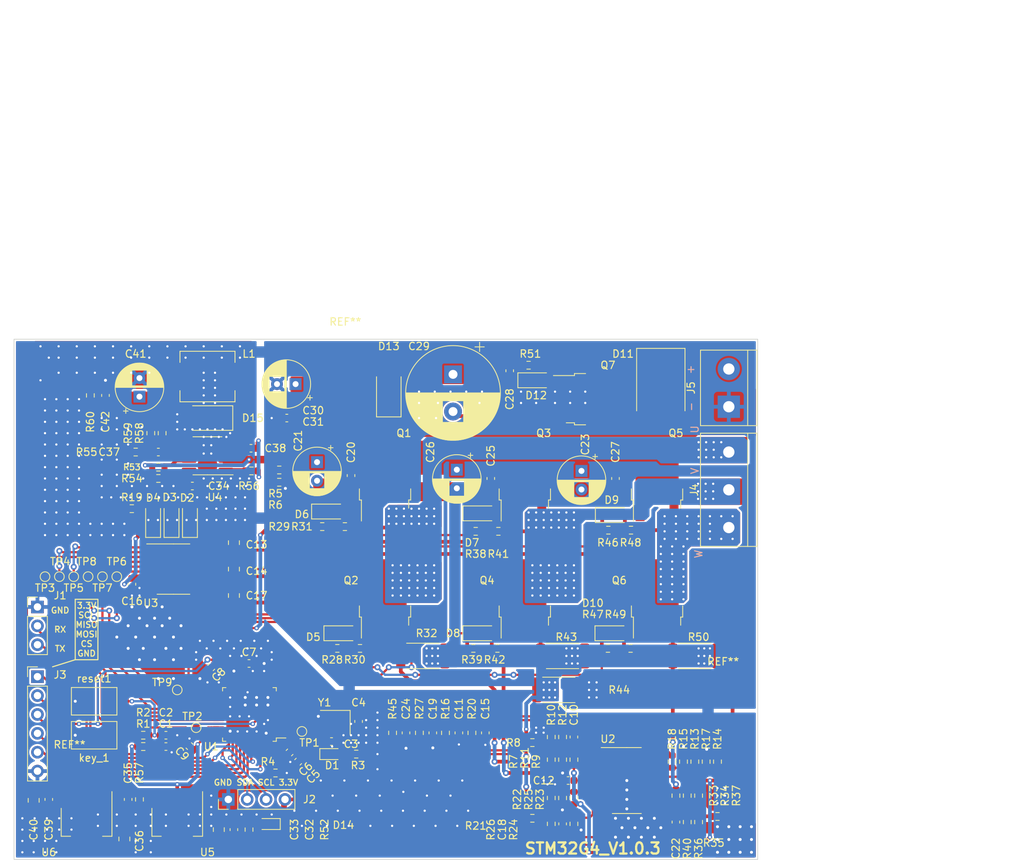
<source format=kicad_pcb>
(kicad_pcb (version 20211014) (generator pcbnew)
  (layers (0 "F.Cu" signal) (31 "B.Cu" signal) (34 "B.Paste" user) (35 "F.Paste" user) (36 "B.SilkS" user "B.Silkscreen") (37 "F.SilkS" user "F.Silkscreen") (38 "B.Mask" user) (39 "F.Mask" user) (44 "Edge.Cuts" user))
  (net 0 "")
  (net 1 "/TIM1_CH1")
  (net 2 "/TIM1_CH2")
  (net 3 "/TIM1_CH3")
  (net 4 "Net-(TP2-Pad1)")
  (net 5 "/TIM_BKIN")
  (net 6 "/TIM1_CH1N")
  (net 7 "/TIM1_CH2N")
  (net 8 "/TIM1_CH3N")
  (net 9 "GND")
  (net 10 "VBUS")
  (net 11 "/Driver/i_v")
  (net 12 "/Driver/V")
  (net 13 "/Driver/V_CHN")
  (net 14 "/OP_I_U")
  (net 15 "/Driver/i_u")
  (net 16 "/Driver/U")
  (net 17 "+3V3")
  (net 18 "/Driver/U_CH")
  (net 19 "/Driver/i_w")
  (net 20 "/Driver/U_CHN")
  (net 21 "/Driver/V_CH")
  (net 22 "/VBUS_AD")
  (net 23 "/OP_I_V")
  (net 24 "/Driver/W")
  (net 25 "/OP_I_W")
  (net 26 "/Driver/W_CH")
  (net 27 "/Driver/W_CHN")
  (net 28 "+12V")
  (net 29 "/KEY_01")
  (net 30 "/RST")
  (net 31 "+5V")
  (net 32 "Net-(D1-Pad2)")
  (net 33 "Net-(C3-Pad1)")
  (net 34 "Net-(D10-Pad2)")
  (net 35 "Net-(D9-Pad2)")
  (net 36 "/LED_01")
  (net 37 "/SWDIO")
  (net 38 "/SWCLK")
  (net 39 "/DEBUG_TX")
  (net 40 "/DEBUG_RX")
  (net 41 "Net-(D6-Pad2)")
  (net 42 "Net-(D8-Pad2)")
  (net 43 "+12L")
  (net 44 "+24V")
  (net 45 "Net-(D7-Pad2)")
  (net 47 "Net-(C4-Pad1)")
  (net 53 "/Driver/bus_cur+")
  (net 54 "Net-(C22-Pad1)")
  (net 55 "Net-(C22-Pad2)")
  (net 57 "Net-(C34-Pad1)")
  (net 58 "Net-(R33-Pad2)")
  (net 60 "Net-(TP1-Pad1)")
  (net 62 "Net-(C10-Pad1)")
  (net 63 "Net-(C14-Pad2)")
  (net 64 "Net-(C18-Pad1)")
  (net 65 "Net-(R18-Pad2)")
  (net 66 "Net-(R4-Pad2)")
  (net 67 "/OP_bus+")
  (net 68 "Net-(R11-Pad1)")
  (net 69 "Net-(C10-Pad2)")
  (net 70 "Net-(R13-Pad2)")
  (net 71 "Net-(R15-Pad2)")
  (net 72 "Net-(C18-Pad2)")
  (net 73 "Net-(R22-Pad2)")
  (net 74 "Net-(C37-Pad1)")
  (net 75 "Net-(C28-Pad1)")
  (net 76 "Net-(C38-Pad2)")
  (net 77 "Net-(C37-Pad2)")
  (net 78 "Net-(C39-Pad1)")
  (net 79 "Net-(D12-Pad2)")
  (net 80 "Net-(C28-Pad2)")
  (net 81 "Net-(C38-Pad1)")
  (net 82 "Net-(D14-Pad2)")
  (net 83 "Net-(C17-Pad2)")
  (net 84 "Net-(C13-Pad2)")
  (net 85 "/SPI1_CS")
  (net 86 "/SPI1_CLK")
  (net 87 "/SPI1_MISO")
  (net 88 "/SPI1_MOSI")
  (net 90 "Net-(D5-Pad2)")
  (net 91 "Net-(R53-Pad2)")
  (net 92 "Net-(R56-Pad1)")
  (net 93 "Net-(R58-Pad2)")
  (footprint "Capacitor_SMD:C_0603_1608Metric" (layer "F.Cu") (at 134.112 78.74 -90)
    (fp_text reference "C25")
    (fp_text value "1nF")
  )
  (footprint "TerminalBlock:TerminalBlock_bornier-2_P5.08mm" (layer "F.Cu") (at 166.116 69.088 90)
    (fp_text reference "J5")
    (fp_text value "Conn_01x02")
  )
  (footprint "Resistor_SMD:R_0603_1608Metric" (layer "F.Cu") (at 160.528 124.968 -90)
    (fp_text reference "R40")
    (fp_text value "4.7K(1%)")
  )
  (footprint "Diode_SMD:D_SOD-123" (layer "F.Cu") (at 112.268 83.186)
    (fp_text reference "D6")
    (fp_text value "BAV16W")
  )
  (footprint "Capacitor_SMD:C_0603_1608Metric" (layer "F.Cu") (at 145.288 113.525 90)
    (fp_text reference "C10")
    (fp_text value "NC")
  )
  (footprint "Resistor_SMD:R_0603_1608Metric" (layer "F.Cu") (at 105.156 118.364 180)
    (fp_text reference "R4")
    (fp_text value "0R")
  )
  (footprint "Diode_SMD:D_SOD-123" (layer "F.Cu") (at 132.588 99.568)
    (fp_text reference "D8")
    (fp_text value "BAV16W")
  )
  (footprint "Capacitor_SMD:C_0603_1608Metric" (layer "F.Cu") (at 107.051505 115.602292 -135)
    (fp_text reference "C6")
    (fp_text value "0.1uF")
  )
  (footprint "Resistor_SMD:R_0603_1608Metric" (layer "F.Cu") (at 101.6 125.984 -90)
    (fp_text reference "R52")
    (fp_text value "4.7K(1%)")
  )
  (footprint "Resistor_SMD:R_0603_1608Metric" (layer "F.Cu") (at 114.491 85.218)
    (fp_text reference "R31")
    (fp_text value "10K(1%)")
  )
  (footprint "zager_Inductor_SMD:mark_1mm" (layer "F.Cu") (at 112.776 61.976)
    (fp_text reference "REF**")
    (fp_text value "mark_1mm")
  )
  (footprint "TestPoint:TestPoint_Pad_D1.0mm" (layer "F.Cu") (at 81.8896 91.948)
    (fp_text reference "TP7")
    (fp_text value "TestPoint_Small")
  )
  (footprint "Diode_SMD:D_0603_1608Metric_Pad1.05x0.95mm_HandSolder" (layer "F.Cu") (at 112.776 115.824)
    (fp_text reference "D1")
    (fp_text value "LED_Red")
  )
  (footprint "Connector_PinHeader_2.54mm:PinHeader_1x03_P2.54mm_Vertical" (layer "F.Cu") (at 73.152 96.027)
    (fp_text reference "J1")
    (fp_text value "Conn_01x03")
  )
  (footprint "Resistor_SMD:R_2512_6332Metric" (layer "F.Cu") (at 143.764 102.616)
    (fp_text reference "R43")
    (fp_text value "0.01R(1%)")
  )
  (footprint "TestPoint:TestPoint_Pad_D1.0mm" (layer "F.Cu") (at 76.0984 91.948)
    (fp_text reference "TP4")
    (fp_text value "TestPoint_Small")
  )
  (footprint "Capacitor_SMD:C_0805_2012Metric" (layer "F.Cu") (at 72.644 122.043 -90)
    (fp_text reference "C40")
    (fp_text value "4.7uF")
  )
  (footprint "Resistor_SMD:R_0603_1608Metric" (layer "F.Cu") (at 161.544 116.84 -90)
    (fp_text reference "R13")
    (fp_text value "NC")
  )
  (footprint "Capacitor_SMD:C_0603_1608Metric" (layer "F.Cu") (at 101.6 103.632 180)
    (fp_text reference "C7")
    (fp_text value "0.1uF")
  )
  (footprint "Resistor_SMD:R_0603_1608Metric" (layer "F.Cu") (at 131.763 101.6 180)
    (fp_text reference "R39")
    (fp_text value "33R")
  )
  (footprint "TestPoint:TestPoint_Pad_D1.0mm" (layer "F.Cu") (at 91.948 107.188)
    (fp_text reference "TP9")
    (fp_text value "TestPoint_Small")
  )
  (footprint "Resistor_SMD:R_2512_6332Metric" (layer "F.Cu") (at 143.256 107.188)
    (fp_text reference "R44")
    (fp_text value "0R")
  )
  (footprint "Resistor_SMD:R_0603_1608Metric" (layer "F.Cu") (at 145.288 121.729 90)
    (fp_text reference "R23")
    (fp_text value "6.8K(1%)")
  )
  (footprint "Capacitor_SMD:C_0603_1608Metric" (layer "F.Cu") (at 122.707918 112.967 -90)
    (fp_text reference "C24")
    (fp_text value "NC")
  )
  (footprint "Button_Switch_SMD:SW_SPST_CK_RS282G05A3" (layer "F.Cu") (at 80.772 113.284)
    (fp_text reference "key_1")
    (fp_text value "SW_Push")
  )
  (footprint "Resistor_SMD:R_0603_1608Metric" (layer "F.Cu") (at 116.015 115.824)
    (fp_text reference "R3")
    (fp_text value "4.7K(1%)")
  )
  (footprint "TestPoint:TestPoint_Pad_D1.0mm" (layer "F.Cu") (at 94.488 112.268)
    (fp_text reference "TP2")
    (fp_text value "TestPoint_Small")
  )
  (footprint "Resistor_SMD:R_0603_1608Metric" (layer "F.Cu") (at 139.192 63.5 180)
    (fp_text reference "R51")
    (fp_text value "100K")
  )
  (footprint "Resistor_SMD:R_0603_1608Metric" (layer "F.Cu") (at 164.592 124.218 180)
    (fp_text reference "R35")
    (fp_text value "NC")
  )
  (footprint "Connector_PinHeader_2.54mm:PinHeader_1x04_P2.54mm_Vertical" (layer "F.Cu") (at 98.816 121.92 90)
    (fp_text reference "J2")
    (fp_text value "Conn_01x04")
  )
  (footprint "TestPoint:TestPoint_Pad_D1.0mm" (layer "F.Cu") (at 108.712 112.776)
    (fp_text reference "TP1")
    (fp_text value "TestPoint_Small")
  )
  (footprint "Resistor_SMD:R_0603_1608Metric" (layer "F.Cu") (at 89.408 77.216)
    (fp_text reference "R53")
    (fp_text value "10K")
  )
  (footprint "Capacitor_THT:CP_Radial_D6.3mm_P2.50mm" (layer "F.Cu") (at 86.868 67.73038 90)
    (fp_text reference "C41")
    (fp_text value "100uF/35V")
  )
  (footprint "Resistor_SMD:R_0603_1608Metric" (layer "F.Cu") (at 160.528 121.412 -90)
    (fp_text reference "R34")
    (fp_text value "6.8K(1%)")
  )
  (footprint "Resistor_SMD:R_0603_1608Metric" (layer "F.Cu") (at 89.916 72.644 -90)
    (fp_text reference "R58")
    (fp_text value "140K(1%)")
  )
  (footprint "Capacitor_THT:CP_Radial_D12.5mm_P5.00mm" (layer "F.Cu") (at 129.032 64.732041 -90)
    (fp_text reference "C29")
    (fp_text value "1000uF/35V")
  )
  (footprint "Resistor_SMD:R_0603_1608Metric" (layer "F.Cu") (at 139.7 114.275)
    (fp_text reference "R8")
    (fp_text value "NC")
  )
  (footprint "Capacitor_SMD:C_0603_1608Metric" (layer "F.Cu") (at 96.52 104.14 -135)
    (fp_text reference "C8")
    (fp_text value "0.1uF")
  )
  (footprint "Resistor_SMD:R_0603_1608Metric" (layer "F.Cu") (at 143.764 121.729 -90)
    (fp_text reference "R25")
    (fp_text value "NC")
  )
  (footprint "Capacitor_SMD:C_0603_1608Metric" (layer "F.Cu") (at 82.296 67.564 90)
    (fp_text reference "C42")
    (fp_text value "0.1uF")
  )
  (footprint "Resistor_SMD:R_0603_1608Metric" (layer "F.Cu") (at 80.264 67.564 90)
    (fp_text reference "R60")
    (fp_text value "20R")
  )
  (footprint "Capacitor_SMD:C_0603_1608Metric" (layer "F.Cu") (at 116.332 111.428 -90)
    (fp_text reference "C4")
    (fp_text value "22pF")
  )
  (footprint "Package_SO:SOIC-8_3.9x4.9mm_P1.27mm" (layer "F.Cu") (at 96.012 75.692 180)
    (fp_text reference "U4")
    (fp_text value "SGM6232")
  )
  (footprint "Capacitor_SMD:C_0603_1608Metric" (layer "F.Cu") (at 93.98 79.756)
    (fp_text reference "C34")
    (fp_text value "1uF")
  )
  (footprint "Resistor_SMD:R_0603_1608Metric" (layer "F.Cu") (at 152.962294 85.692962)
    (fp_text reference "R48")
    (fp_text value "4.7K(1%)")
  )
  (footprint "Capacitor_SMD:C_0603_1608Metric" (layer "F.Cu") (at 143.764 125.21 90)
    (fp_text reference "C18")
    (fp_text value "NC")
  )
  (footprint "Resistor_SMD:R_0603_1608Metric" (layer "F.Cu") (at 85.838 82.804)
    (fp_text reference "R19")
    (fp_text value "10R")
  )
  (footprint "Resistor_SMD:R_0603_1608Metric" (layer "F.Cu") (at 164.592 116.84 -90)
    (fp_text reference "R14")
    (fp_text value "6.8K(1%)")
  )
  (footprint "Package_TO_SOT_SMD:TO-252-2" (layer "F.Cu") (at 138.685 79.165 90)
    (fp_text reference "Q3")
    (fp_text value "NCE6080K")
  )
  (footprint "Package_SO:TSSOP-20_4.4x6.5mm_P0.65mm" (layer "F.Cu") (at 91.44 90.932)
    (fp_text reference "U3")
    (fp_text value "FD6288T")
  )
  (footprint "Resistor_SMD:R_0603_1608Metric" (layer "F.Cu") (at 158.496 116.84 90)
    (fp_text reference "R18")
    (fp_text value "4.7K(1%)")
  )
  (footprint "Capacitor_THT:CP_Radial_D6.3mm_P2.50mm" (layer "F.Cu") (at 146.304 77.724 -90)
    (fp_text reference "C23")
    (fp_text value "100uF/35V")
  )
  (footprint "Capacitor_SMD:C_0603_1608Metric" (layer "F.Cu") (at 74.676 121.92 -90)
    (fp_text reference "C39")
    (fp_text value "0.1uF")
  )
  (footprint "Diode_SMD:D_0603_1608Metric_Pad1.05x0.95mm_HandSolder" (layer "F.Cu") (at 104.14 125.234 180)
    (fp_text reference "D14")
    (fp_text value "LED_Red")
  )
  (footprint "zager_Inductor_SMD:mark_1mm" (layer "F.Cu") (at 75.692 118.872)
    (fp_text reference "REF**")
    (fp_text value "mark_1mm")
  )
  (footprint "Diode_SMD:D_SOD-123" (layer "F.Cu") (at 88.702 84.424 90)
    (fp_text reference "D4")
    (fp_text value "1N589")
  )
  (footprint "Connector_PinHeader_2.54mm:PinHeader_1x06_P2.54mm_Vertical" (layer "F.Cu") (at 73.152 105.41)
    (fp_text reference "J3")
    (fp_text value "Conn_01x06")
  )
  (footprint "Capacitor_SMD:C_0603_1608Metric" (layer "F.Cu") (at 108.204 116.84 -135)
    (fp_text reference "C5")
    (fp_text value "0.1uF")
  )
  (footprint "Resistor_SMD:R_0603_1608Metric" (layer "F.Cu") (at 128.016 112.967 90)
    (fp_text reference "R16")
    (fp_text value "0R")
  )
  (footprint "Resistor_SMD:R_0603_1608Metric" (layer "F.Cu") (at 120.904 112.967 90)
    (fp_text reference "R45")
    (fp_text value "0R")
  )
  (footprint "Capacitor_SMD:C_0603_1608Metric" (layer "F.Cu") (at 129.819922 112.967 90)
    (fp_text reference "C11")
    (fp_text value "NC")
  )
  (footprint "Capacitor_SMD:C_0603_1608Metric" (layer "F.Cu") (at 85.344 121.92 -90)
    (fp_text reference "C35")
    (fp_text value "0.1uF")
  )
  (footprint "Capacitor_THT:CP_Radial_D6.3mm_P2.50mm" (layer "F.Cu") (at 110.744 76.541621 -90)
    (fp_text reference "C21")
    (fp_text value "100uF/35V")
  )
  (footprint "Inductor_SMD:L_Abracon_ASPI-0630LR" (layer "F.Cu") (at 96.012 65.024 180)
    (fp_text reference "L1")
    (fp_text value "10uH")
  )
  (footprint "Diode_SMD:D_SMA" (layer "F.Cu") (at 96.012 70.612 180)
    (fp_text reference "D15")
    (fp_text value "B340A")
  )
  (footprint "Resistor_SMD:R_0603_1608Metric" (layer "F.Cu") (at 124.511836 112.967 90)
    (fp_text reference "R27")
    (fp_text value "0R")
  )
  (footprint "TestPoint:TestPoint_Pad_D1.0mm" (layer "F.Cu") (at 78.0288 91.948)
    (fp_text reference "TP5")
    (fp_text value "TestPoint_Small")
  )
  (footprint "Package_QFP:LQFP-48_7x7mm_P0.5mm" (layer "F.Cu") (at 101.656 110.49 180)
    (fp_text reference "U1")
    (fp_text value "STM32G431C8T6")
  )
  (footprint "Resistor_SMD:R_2512_6332Metric" (layer "F.Cu") (at 161.544 102.616)
    (fp_text reference "R50")
    (fp_text value "0.01R(1%)")
  )
  (footprint "Package_TO_SOT_SMD:TO-252-2" (layer "F.Cu") (at 147.828 68.072)
    (fp_text reference "Q7")
    (fp_text value "NCE6080K")
  )
  (footprint "zager_Inductor_SMD:mark_1mm" (layer "F.Cu") (at 163.576 107.696)
    (fp_text reference "REF**")
    (fp_text value "mark_1mm")
  )
  (footprint "Resistor_SMD:R_0603_1608Metric" (layer "F.Cu") (at 86.36 75.184 180)
    (fp_text reference "R55")
    (fp_text value "39K")
  )
  (footprint "Resistor_SMD:R_0603_1608Metric" (layer "F.Cu") (at 101.917 77.724)
    (fp_text reference "R56")
    (fp_text value "10R")
  )
  (footprint "Resistor_SMD:R_0603_1608Metric" (layer "F.Cu") (at 113.475 101.6 180)
    (fp_text reference "R28")
    (fp_text value "33R")
  )
  (footprint "Capacitor_SMD:C_0603_1608Metric" (layer "F.Cu") (at 90.424 114.808)
    (fp_text reference "C1")
    (fp_text value "0.1uF")
  )
  (footprint "Resistor_SMD:R_0603_1608Metric" (layer "F.Cu") (at 135.128 85.852)
    (fp_text reference "R41")
    (fp_text value "10K(1%)")
  )
  (footprint "Resistor_SMD:R_0603_1608Metric" (layer "F.Cu") (at 86.868 121.92 -90)
    (fp_text reference "R57")
    (fp_text value "3.3K")
  )
  (footprint "Resistor_SMD:R_0603_1608Metric" (layer "F.Cu") (at 145.288 125.21 90)
    (fp_text reference "R24")
    (fp_text value "1K(1%)")
  )
  (footprint "Resistor_SMD:R_0603_1608Metric" (layer "F.Cu") (at 135.002 101.6)
    (fp_text reference "R42")
    (fp_text value "10K(1%)")
  )
  (footprint "Resistor_SMD:R_0603_1608Metric" (layer "F.Cu") (at 149.914294 85.692962 180)
    (fp_text reference "R46")
    (fp_text value "33R")
  )
  (footprint "Resistor_SMD:R_2512_6332Metric" (layer "F.Cu") (at 124.968 102.616)
    (fp_text reference "R32")
    (fp_text value "0.01R(1%)")
  )
  (footprint "Capacitor_SMD:C_0603_1608Metric" (layer "F.Cu") (at 106.68 70.612 180)
    (fp_text reference "C31")
    (fp_text value "0.1uF")
  )
  (footprint "Package_TO_SOT_SMD:TO-252-2" (layer "F.Cu") (at 119.889 79.165 90)
    (fp_text reference "Q1")
    (fp_text value "NCE6080K")
  )
  (footprint "Capacitor_SMD:C_0603_1608Metric" (layer "F.Cu") (at 133.375918 112.967 90)
    (fp_text reference "C15")
    (fp_text value "NC")
  )
  (footprint "Resistor_SMD:R_0603_1608Metric" (layer "F.Cu") (at 143.764 113.525 90)
    (fp_text reference "R12")
    (fp_text value "4.7K(1%)")
  )
  (footprint "Capacitor_SMD:C_0603_1608Metric" (layer "F.Cu") (at 115.316 78.347 -90)
    (fp_text reference "C20")
    (fp_text value "1nF")
  )
  (footprint "Resistor_SMD:R_0603_1608Metric" (layer "F.Cu") (at 87.376 114.808)
    (fp_text reference "R1")
    (fp_text value "4.7K(1%)")
  )
  (footprint "Package_SO:SO-14_3.9x8.65mm_P1.27mm" (layer "F.Cu") (at 152.4 119.38)
    (fp_text reference "U2")
    (fp_text value "LMV324IDT")
  )
  (footprint "Resistor_SMD:R_0603_1608Metric" (layer "F.Cu") (at 143.764 116.573 -90)
    (fp_text reference "R11")
    (fp_text value "NC")
  )
  (footprint "Capacitor_SMD:C_0603_1608Metric" (layer "F.Cu") (at 89.408 75.184 180)
    (fp_text reference "C37")
    (fp_text value "22nF")
  )
  (footprint "Resistor_SMD:R_0603_1608Metric" (layer "F.Cu") (at 89.408 78.74 180)
    (fp_text reference "R54")
    (fp_text value "10K")
  )
  (footprint "Capacitor_THT:CP_Radial_D6.3mm_P2.50mm" (layer "F.Cu") (at 107.86238 66.04 180)
    (fp_text reference "C30")
    (fp_text value "100uF/35V")
  )
  (footprint "Resistor_SMD:R_0603_1608Metric" (layer "F.Cu") (at 105.664 77.597 180)
    (fp_text reference "R5")
    (fp_text value "47K(1%)")
  )
  (footprint "Resistor_SMD:R_0603_1608Metric" (layer "F.Cu") (at 132.08 85.852 180)
    (fp_text reference "R38")
    (fp_text value "33R")
  )
  (footprint "Resistor_SMD:R_0603_1608Metric" (layer "F.Cu") (at 145.288 116.573 90)
    (fp_text reference "R9")
    (fp_text value "6.8K(1%)")
  )
  (footprint "TerminalBlock:TerminalBlock_bornier-3_P5.08mm" (layer "F.Cu") (at 166.116 85.344 90)
    (fp_text reference "J4")
    (fp_text value "Conn_01x03")
  )
  (footprint "Resistor_SMD:R_0603_1608Metric" (layer "F.Cu") (at 159.004 121.412 -90)
    (fp_text reference "R33")
    (fp_text value "680R(1%)")
  )
  (footprint "Package_TO_SOT_SMD:TO-252-2" (layer "F.Cu") (at 138.685 94.913 90)
    (fp_text reference "Q4")
    (fp_text value "NCE6080K")
  )
  (footprint "Capacitor_SMD:C_0603_1608Metric" (layer "F.Cu") (at 144.513 119.38)
    (fp_text reference "C12")
    (fp_text value "0.1uF")
  )
  (footprint "Diode_SMD:D_SOD-123" (layer "F.Cu") (at 113.918 99.568)
    (fp_text reference "D5")
    (fp_text value "BAV16W")
  )
  (footprint "Resistor_SMD:R_0603_1608Metric" (layer "F.Cu") (at 88.392 72.644 90)
    (fp_text reference "R59")
    (fp_text value "10K(1%)")
  )
  (footprint "Diode_SMD:D_SOD-123" (layer "F.Cu") (at 150.368 99.568)
    (fp_text reference "D10")
    (fp_text value "BAV16W")
  )
  (footprint "Package_TO_SOT_SMD:TO-252-2" (layer "F.Cu") (at 156.465 94.913 90)
    (fp_text reference "Q6")
    (fp_text value "NCE6080K")
  )
  (footprint "Capacitor_SMD:C_0603_1608Metric" (layer "F.Cu") (at 85.852 92.964 90)
    (fp_text reference "C16")
    (fp_text value "0.1uF")
  )
  (footprint "Diode_SMD:D_SOD-123" (layer "F.Cu") (at 91.1785 84.424 90)
    (fp_text reference "D3")
    (fp_text value "1N589")
  )
  (footprint "TestPoint:TestPoint_Pad_D1.0mm" (layer "F.Cu") (at 74.168 91.948)
    (fp_text reference "TP3")
    (fp_text value "TestPoint_Small")
  )
  (footprint "Resistor_SMD:R_0603_1608Metric" (layer "F.Cu") (at 160.02 116.84 -90)
    (fp_text reference "R15")
    (fp_text value "1K(1%)")
  )
  (footprint "Capacitor_THT:CP_Radial_D6.3mm_P2.50mm" (layer "F.Cu") (at 129.54 77.557621 -90)
    (fp_text reference "C26")
    (fp_text value "100uF/35V")
  )
  (footprint "TestPoint:TestPoint_Pad_D1.0mm" (layer "F.Cu") (at 79.9592 91.948)
    (fp_text reference "TP8")
    (fp_text value "TestPoint_Small")
  )
  (footprint "Package_TO_SOT_SMD:TO-252-2" (layer "F.Cu") (at 156.465 79.165 90)
    (fp_text reference "Q5")
    (fp_text value "NCE6080K")
  )
  (footprint "Resistor_SMD:R_0603_1608Metric" (layer "F.Cu") (at 149.86 101.6 180)
    (fp_text reference "R47")
    (fp_text value "33R")
  )
  (footprint "Resistor_SMD:R_0603_1608Metric" (layer "F.Cu") (at 142.24 116.573 90)
    (fp_text reference "R7")
    (fp_text value "680R(1%)")
  )
  (footprint "Resistor_SMD:R_0603_1608Metric" (layer "F.Cu") (at 111.443 85.218 180)
    (fp_text reference "R29")
    (fp_text value "33R")
  )
  (footprint "Resistor_SMD:R_0603_1608Metric" (layer "F.Cu") (at 162.052 124.968 90)
    (fp_text reference "R36")
    (fp_text value "1K(1%)")
  )
  (footprint "Diode_SMD:D_SOD-123" (layer "F.Cu") (at 132.603326 83.434109)
    (fp_text reference "D7")
    (fp_text value "BAV16W")
  )
  (footprint "Capacitor_SMD:C_0603_1608Metric" (layer "F.Cu") (at 126.315754 112.967 -90)
    (fp_text reference "C19")
    (fp_text value "NC")
  )
  (footprint "Diode_SMD:D_SOD-123" (layer "F.Cu") (at 93.655 84.424 90)
    (fp_text reference "D2")
    (fp_text value "1N589")
  )
  (footprint "Package_TO_SOT_SMD:TO-252-2" (layer "F.Cu") (at 119.889 94.913 90)
    (fp_text reference "Q2")
    (fp_text value "NCE6080K")
  )
  (footprint "Resistor_SMD:R_0603_1608Metric" (layer "F.Cu") (at 163.068 116.84 90)
    (fp_text reference "R17")
    (fp_text value "NC")
  )
  (footprint "Capacitor_SMD:C_0805_2012Metric" (layer "F.Cu") (at 99.568 87.376 90)
    (fp_text reference "C13")
    (fp_text value "4.7uF")
  )
  (footprint "Resistor_SMD:R_0603_1608Metric" (layer "F.Cu") (at 105.664 79.248)
    (fp_text reference "R6")
    (fp_text value "4.7K(1%)")
  )
  (footprint "TestPoint:TestPoint_Pad_D1.0mm" (layer "F.Cu") (at 83.82 91.948)
    (fp_text reference "TP6")
    (fp_text value "TestPoint_Small")
  )
  (footprint "Package_TO_SOT_SMD:SOT-223-3_TabPin2" (layer "F.Cu") (at 91.948 124.968 -90)
    (fp_text reference "U5")
    (fp_text value "AP1117-33")
  )
  (footprint "Resistor_SMD:R_0603_1608Metric" (layer "F.Cu") (at 87.376 113.284)
    (fp_text reference "R2")
    (fp_text value "4.7K(1%)")
  )
  (footprint "Capacitor_SMD:C_0603_1608Metric" (layer "F.Cu") (at 101.867 74.676 180)
    (fp_text reference "C38")
    (fp_text value "0.1uF")
  )
  (footprint "Capacitor_SMD:C_0603_1608Metric" (layer "F.Cu") (at 112.692 114.134)
    (fp_text reference "C3")
    (fp_text value "22pF")
  )
  (footprint "Resistor_SMD:R_0603_1608Metric" (layer "F.Cu") (at 142.24 121.729 90)
    (fp_text reference "R22")
    (fp_text value "680R(1%)")
  )
  (footprint "Capacitor_SMD:C_0805_2012Metric" (layer "F.Cu") (at 97.536 125.984 90)
    (fp_text reference "C33")
    (fp_text value "4.7uF")
  )
  (footprint "Capacitor_SMD:C_0603_1608Metric" (layer "F.Cu") (at 90.424 113.284)
    (fp_text reference "C2")
    (fp_text value "0.1uF")
  )
  (footprint "Capacitor_SMD:C_0805_2012Metric" (layer "F.Cu") (at 99.568 90.932 90)
    (fp_text reference "C14")
    (fp_text value "4.7uF")
  )
  (footprint "Capacitor_SMD:C_0603_1608Metric" (layer "F.Cu") (at 93.590127 114.746688 135)
    (fp_text reference "C9")
    (fp_text value "0.1uF")
  )
  (footprint "Button_Switch_SMD:SW_SPST_CK_RS282G05A3" (layer "F.Cu") (at 80.772 108.712)
    (fp_text reference "reset1")
    (fp_text value "SW_Push")
  )
  (footprint "Diode_SMD:D_SOD-123" (layer "F.Cu") (at 150.422294 83.660962)
    (fp_text reference "D9")
    (fp_text value "BAV16W")
  )
  (footprint "Capacitor_SMD:C_0805_2012Metric" (layer "F.Cu") (at 99.568 94.488 90)
    (fp_text reference "C17")
    (fp_text value "4.7uF")
  )
  (footprint "Diode_SMD:D_SMA" (layer "F.Cu") (at 120.396 67.056 90)
    (fp_text reference "D13")
    (fp_text value "SS110")
  )
  (footprint "Capacitor_SMD:C_0603_1608Metric" (layer "F.Cu") (at 150.876 78.74 -90)
    (fp_text reference "C27")
    (fp_text value "1nF")
  )
  (footprint "Capacitor_SMD:C_0603_1608Metric" (layer "F.Cu") (at 136.652 64.25 -90)
    (fp_text reference "C28")
    (fp_text value "0.1uF")
  )
  (footprint "Capacitor_SMD:C_0603_1608Metric" (layer "F.Cu") (at 99.568 125.984 90)
    (fp_text reference "C32")
    (fp_text value "0.1uF")
  )
  (footprint "Resistor_SMD:R_0603_1608Metric" (layer "F.Cu") (at 142.24 113.525 -90)
    (fp_text reference "R10")
    (fp_text value "1K(1%)")
  )
  (footprint "Capacitor_SMD:C_0805_2012Metric" (layer "F.Cu") (at 84.836 127.241 90)
    (fp_text reference "C36")
    (fp_text value "4.7uF")
  )
  (footprint "Resistor_SMD:R_0603_1608Metric" (layer "F.Cu") (at 152.908 101.6)
    (fp_text reference "R49")
    (fp_text value "10K(1%)")
  )
  (footprint "Resistor_SMD:R_0603_1608Metric" (layer "F.Cu") (at 142.24 125.21 -90)
    (fp_text reference "R26")
    (fp_text value "4.7K(1%)")
  )
  (footprint "Resistor_SMD:R_0603_1608Metric" (layer "F.Cu") (at 162.052 121.412 90)
    (fp_text reference "R37")
    (fp_text value "NC")
  )
  (footprint "Resistor_SMD:R_0603_1608Metric" (layer "F.Cu") (at 116.523 101.6)
    (fp_text reference "R30")
    (fp_text value "10K(1%)")
  )
  (footprint "Diode_SMD:D_SMC" (layer "F.Cu") (at 156.972 66.04 -90)
    (fp_text reference "D11")
    (fp_text value "SMCJ36CA")
  )
  (footprint "Package_TO_SOT_SMD:SOT-223-3_TabPin2" (layer "F.Cu") (at 79.756 124.968 -90)
    (fp_text reference "U6")
    (fp_text value "AP1117-50")
  )
  (footprint "Capacitor_SMD:C_0603_1608Metric" (layer "F.Cu") (at 159.004 124.968 90)
    (fp_text reference "C22")
    (fp_text value "NC")
  )
  (footprint "Resistor_SMD:R_0603_1608Metric" (layer "F.Cu") (at 139.7 124.46)
    (fp_text reference "R21")
    (fp_text value "NC")
  )
  (footprint "Diode_SMD:D_SOD-123F" (layer "F.Cu") (at 139.947 65.532)
    (fp_text reference "D12")
    (fp_text value "DZL4740")
  )
  (footprint "Resistor_SMD:R_0603_1608Metric" (layer "F.Cu") (at 131.572 112.967 90)
    (fp_text reference "R20")
    (fp_text value "0R")
  )
  (footprint "Crystal:Crystal_SMD_3225-4Pin_3.2x2.5mm" (layer "F.Cu") (at 113.2 111.594 180)
    (fp_text reference "Y1")
    (fp_text value "32MHZ")
  )
  (gr_line (start 75.184 104.08) (end 78.232 103.124) (layer "F.SilkS") (width 0.15))
  (gr_rect (start 78.232 94.996) (end 81.28 103.124) (layer "F.SilkS") (width 0.15) (fill none))
  (gr_rect (start 70 60) (end 170 130) (layer "Edge.Cuts") (width 0.1) (fill none))
  (gr_text "W" (at 162.052 88.9 90) (layer "B.SilkS") (effects (font (size 1 1)) (justify mirror)))
  (gr_text "-" (at 161.036 69.088 90) (layer "B.SilkS") (effects (font (size 1 1)) (justify mirror)))
  (gr_text "U" (at 161.544 72.136 90) (layer "B.SilkS") (effects (font (size 1 1)) (justify mirror)))
  (gr_text "+" (at 161.036 64.008) (layer "B.SilkS") (effects (font (size 1 1)) (justify mirror)))
  (gr_text "V" (at 161.544 77.724 90) (layer "B.SilkS") (effects (font (size 1 1)) (justify mirror)))
  (gr_text "GND SDA SCL 3.3V" (at 102.541779 119.643131) (layer "F.SilkS") (effects (font (size 0.8 0.8))))
  (gr_text "3.3V\nSCL\nMISO\nMOSI\nCS\nGND" (at 79.756 99.06) (layer "F.SilkS") (effects (font (size 0.8 0.8))))
  (gr_text "GND\n\nRX\n\nTX" (at 76.2 99.06) (layer "F.SilkS") (effects (font (size 0.8 0.8))))
  (gr_text "STM32G4_V1.0.3" (at 147.828 128.524) (layer "F.SilkS") (effects (font (size 1.5 1.5) (thickness 0.3))))
  (segment (start 88.5775 88.007) (end 78.355 88.007) (width 0.3) (layer "F.Cu") (net 1))
  (segment (start 77.216 99.568) (end 77.216 92.7608) (width 0.3) (layer "F.Cu") (net 1))
  (segment (start 82.296 104.648) (end 77.216 99.568) (width 0.3) (layer "F.Cu") (net 1))
  (segment (start 97.4935 110.24) (end 82.808 110.24) (width 0.3) (layer "F.Cu") (net 1))
  (segment (start 78.0288 91.948) (end 78.0288 90.6272) (width 0.3) (layer "F.Cu") (net 1))
  (segment (start 78.355 88.007) (end 78.232 87.884) (width 0.3) (layer "F.Cu") (net 1))
  (segment (start 82.296 109.728) (end 82.296 104.648) (width 0.3) (layer "F.Cu") (net 1))
  (segment (start 77.216 92.7608) (end 78.0288 91.948) (width 0.3) (layer "F.Cu") (net 1))
  (segment (start 82.808 110.24) (end 82.296 109.728) (width 0.3) (layer "F.Cu") (net 1))
  (via (at 78.232 87.884) (size 0.8) (drill 0.4) (layers "F.Cu" "B.Cu") (net 1))
  (via (at 78.0288 90.6272) (size 0.8) (drill 0.4) (layers "F.Cu" "B.Cu") (net 1))
  (segment (start 78.0288 88.0872) (end 78.0288 90.6272) (width 0.3) (layer "B.Cu") (net 1))
  (segment (start 78.232 87.884) (end 78.0288 88.0872) (width 0.3) (layer "B.Cu") (net 1))
  (segment (start 81.788 110.236) (end 81.788 105.156) (width 0.3) (layer "F.Cu") (net 2))
  (segment (start 76.0984 91.948) (end 76.0984 90.5256) (width 0.3) (layer "F.Cu") (net 2))
  (segment (start 76.2 92.0496) (end 76.0984 91.948) (width 0.3) (layer "F.Cu") (net 2))
  (segment (start 97.4935 110.74) (end 82.292 110.74) (width 0.3) (layer "F.Cu") (net 2))
  (segment (start 82.292 110.74) (end 81.788 110.236) (width 0.3) (layer "F.Cu") (net 2))
  (segment (start 88.5775 88.657) (end 76.2618 88.657) (width 0.3) (layer "F.Cu") (net 2))
  (segment (start 76.2 99.568) (end 76.2 92.0496) (width 0.3) (layer "F.Cu") (net 2))
  (segment (start 81.788 105.156) (end 76.2 99.568) (width 0.3) (layer "F.Cu") (net 2))
  (segment (start 76.2618 88.657) (end 76.0984 88.4936) (width 0.3) (layer "F.Cu") (net 2))
  (via (at 76.0984 88.4936) (size 0.8) (drill 0.4) (layers "F.Cu" "B.Cu") (net 2))
  (via (at 76.0984 90.5256) (size 0.8) (drill 0.4) (layers "F.Cu" "B.Cu") (net 2))
  (segment (start 76.0984 90.5256) (end 76.0984 88.4936) (width 0.3) (layer "B.Cu") (net 2))
  (segment (start 81.28 105.664) (end 81.28 110.72) (width 0.3) (layer "F.Cu") (net 3))
  (segment (start 74.168 90.424) (end 75.285 89.307) (width 0.3) (layer "F.Cu") (net 3))
  (segment (start 81.8 111.24) (end 97.4935 111.24) (width 0.3) (layer "F.Cu") (net 3))
  (segment (start 81.28 110.72) (end 81.8 111.24) (width 0.3) (layer "F.Cu") (net 3))
  (segment (start 75.285 89.307) (end 88.5775 89.307) (width 0.3) (layer "F.Cu") (net 3))
  (segment (start 75.184 99.568) (end 81.28 105.664) (width 0.3) (layer "F.Cu") (net 3))
  (segment (start 75.184 92.964) (end 75.184 99.568) (width 0.3) (layer "F.Cu") (net 3))
  (segment (start 74.168 91.948) (end 74.168 90.424) (width 0.3) (layer "F.Cu") (net 3))
  (segment (start 74.168 91.948) (end 75.184 92.964) (width 0.3) (layer "F.Cu") (net 3))
  (segment (start 95.016 111.74) (end 97.4935 111.74) (width 0.3) (layer "F.Cu") (net 4))
  (segment (start 94.488 112.268) (end 95.016 111.74) (width 0.3) (layer "F.Cu") (net 4))
  (segment (start 93 108.24) (end 91.948 107.188) (width 0.3) (layer "F.Cu") (net 5))
  (segment (start 97.4935 108.24) (end 93 108.24) (width 0.3) (layer "F.Cu") (net 5))
  (segment (start 90.452 108.74) (end 97.4935 108.74) (width 0.3) (layer "F.Cu") (net 6))
  (segment (start 79.9592 95.7072) (end 79.9592 91.948) (width 0.3) (layer "F.Cu") (net 6))
  (segment (start 82.804 101.092) (end 90.452 108.74) (width 0.3) (layer "F.Cu") (net 6))
  (segment (start 80.731 89.957) (end 88.5775 89.957) (width 0.3) (layer "F.Cu") (net 6))
  (segment (start 80.772 96.52) (end 79.9592 95.7072) (width 0.3) (layer "F.Cu") (net 6))
  (segment (start 79.9592 91.948) (end 79.9592 90.7288) (width 0.3) (layer "F.Cu") (net 6))
  (segment (start 82.804 96.52) (end 82.804 101.092) (width 0.3) (layer "F.Cu") (net 6))
  (segment (start 79.9592 90.7288) (end 80.731 89.957) (width 0.3) (layer "F.Cu") (net 6))
  (via (at 82.804 96.52) (size 0.8) (drill 0.4) (layers "F.Cu" "B.Cu") (net 6))
  (via (at 80.772 96.52) (size 0.8) (drill 0.4) (layers "F.Cu" "B.Cu") (net 6))
  (segment (start 82.804 96.52) (end 80.772 96.52) (width 0.3) (layer "B.Cu") (net 6))
  (segment (start 81.8896 91.948) (end 81.8896 91.3384) (width 0.3) (layer "F.Cu") (net 7))
  (segment (start 89.428 109.24) (end 81.8896 101.7016) (width 0.3) (layer "F.Cu") (net 7))
  (segment (start 81.8896 101.7016) (end 81.8896 91.948) (width 0.3) (layer "F.Cu") (net 7))
  (segment (start 82.621 90.607) (end 88.5775 90.607) (width 0.3) (layer "F.Cu") (net 7))
  (segment (start 81.8896 91.3384) (end 82.621 90.607) (width 0.3) (layer "F.Cu") (net 7))
  (segment (start 97.4935 109.24) (end 89.428 109.24) (width 0.3) (layer "F.Cu") (net 7))
  (segment (start 80.772 102.108) (end 88.404 109.74) (width 0.3) (layer "F.Cu") (net 8))
  (segment (start 80.772 97.536) (end 80.772 102.108) (width 0.3) (layer "F.Cu") (net 8))
  (segment (start 88.404 109.74) (end 97.4935 109.74) (width 0.3) (layer "F.Cu") (net 8))
  (segment (start 84.511 91.257) (end 88.5775 91.257) (width 0.3) (layer "F.Cu") (net 8))
  (segment (start 83.82 97.536) (end 83.82 91.948) (width 0.3) (layer "F.Cu") (net 8))
  (segment (start 83.82 91.948) (end 84.511 91.257) (width 0.3) (layer "F.Cu") (net 8))
  (via (at 83.82 97.536) (size 0.8) (drill 0.4) (layers "F.Cu" "B.Cu") (net 8))
  (via (at 80.772 97.536) (size 0.8) (drill 0.4) (layers "F.Cu" "B.Cu") (net 8))
  (segment (start 80.772 97.536) (end 83.82 97.536) (width 0.3) (layer "B.Cu") (net 8))
  (segment (start 129.819922 113.742) (end 129.819922 114.528078) (width 0.3) (layer "F.Cu") (net 9))
  (segment (start 122.707918 113.742) (end 122.707918 114.579918) (width 0.3) (layer "F.Cu") (net 9))
  (segment (start 114.3 112.444) (end 116.091 112.444) (width 0.3) (layer "F.Cu") (net 9))
  (segment (start 76.872 108.712) (end 78.232 108.712) (width 0.25) (layer "F.Cu") (net 9))
  (segment (start 103.906 114.6525) (end 103.906 113.01) (width 0.3) (layer "F.Cu") (net 9))
  (segment (start 93.042119 114.19868) (end 93.122135 114.19868) (width 0.3) (layer "F.Cu") (net 9))
  (segment (start 116.091 112.444) (end 116.332 112.203) (width 0.3) (layer "F.Cu") (net 9))
  (segment (start 164.401 120.587) (end 162.052 120.587) (width 0.5) (layer "F.Cu") (net 9))
  (segment (start 85.852 93.739) (end 85.852 94.488) (width 0.3) (layer "F.Cu") (net 9))
  (segment (start 91.199 113.284) (end 91.948 113.284) (width 0.3) (layer "F.Cu") (net 9))
  (segment (start 162.052 125.793) (end 162.251776 125.593224) (width 0.3) (layer "F.Cu") (net 9))
  (segment (start 76.872 113.284) (end 78.232 113.284) (width 0.25) (layer "F.Cu") (net 9))
  (segment (start 99.568 104.648) (end 99.406 104.994) (width 0.3) (layer "F.Cu") (net 9))
  (segment (start 143.764 119.354) (end 143.738 119.38) (width 0.3) (layer "F.Cu") (net 9))
  (segment (start 91.199 114.808) (end 91.199 115.583) (width 0.3) (layer "F.Cu") (net 9))
  (segment (start 95.971992 104.688008) (end 94.996 105.664) (width 0.3) (layer "F.Cu") (net 9))
  (segment (start 143.764 122.936) (end 143.740475 122.959525) (width 0.3) (layer "F.Cu") (net 9))
  (segment (start 113.467 113.277) (end 114.3 112.444) (width 0.3) (layer "F.Cu") (net 9))
  (segment (start 163.068 115.244426) (end 163.139573 115.172853) (width 0.5) (layer "F.Cu") (net 9))
  (segment (start 99.406 104.994) (end 99.406 106.3275) (width 0.3) (layer "F.Cu") (net 9))
  (segment (start 97.4935 112.74) (end 99.06 112.74) (width 0.3) (layer "F.Cu") (net 9))
  (segment (start 88.532 78.74) (end 87.376 78.74) (width 0.5) (layer "F.Cu") (net 9))
  (segment (start 101.406 106.3275) (end 101.406 107.502) (width 0.3) (layer "F.Cu") (net 9))
  (segment (start 162.251776 125.593224) (end 164.592 125.593224) (width 0.3) (layer "F.Cu") (net 9))
  (segment (start 85.344 75.184) (end 85.344 74.168) (width 0.5) (layer "F.Cu") (net 9))
  (segment (start 82.296 66.789) (end 82.296 65.532) (width 0.5) (layer "F.Cu") (net 9))
  (segment (start 94.755 79.756) (end 96.012 79.756) (width 0.5) (layer "F.Cu") (net 9))
  (segment (start 87.034 92.557) (end 85.852 93.739) (width 0.3) (layer "F.Cu") (net 9))
  (segment (start 106.639992 116.372008) (end 107.147992 116.880008) (width 0.3) (layer "F.Cu") (net 9))
  (segment (start 163.068 116.015) (end 163.068 115.244426) (width 0.5) (layer "F.Cu") (net 9))
  (segment (start 105.015 125.234) (end 105.015 124.319) (width 0.25) (layer "F.Cu") (net 9))
  (segment (start 112.1 110.744) (end 110.92 110.744) (width 0.3) (layer "F.Cu") (net 9))
  (segment (start 102.375 103.632) (end 103.632 103.632) (width 0.3) (layer "F.Cu") (net 9))
  (segment (start 113.467 114.134) (end 113.467 113.277) (width 0.3) (layer "F.Cu") (net 9))
  (segment (start 133.375918 113.742) (end 133.375918 114.579918) (width 0.3) (layer "F.Cu") (net 9))
  (segment (start 122.707918 114.579918) (end 122.707918 115.036082) (width 0.3) (layer "F.Cu") (net 9))
  (segment (start 145.288 126.035) (end 146.253 126.035) (width 0.3) (layer "F.Cu") (net 9))
  (segment (start 126.315754 113.742) (end 126.315754 114.984246) (width 0.3) (layer "F.Cu") (net 9))
  (segment (start 143.764 122.554) (end 143.764 122.936) (width 0.3) (layer "F.Cu") (net 9))
  (segment (start 106.489 79.248) (end 106.489 80.073) (width 0.3) (layer "F.Cu") (net 9))
  (segment (start 107.147992 116.880008) (end 107.655992 117.388008) (width 0.3) (layer "F.Cu") (net 9))
  (segment (start 92.494111 114.746688) (end 93.042119 114.19868) (width 0.5) (layer "F.Cu") (net 9))
  (segment (start 93.122135 114.19868) (end 93.590127 113.730688) (width 0.3) (layer "F.Cu") (net 9))
  (segment (start 88.5775 92.557) (end 87.034 92.557) (width 0.3) (layer "F.Cu") (net 9))
  (segment (start 91.199 113.284) (end 91.199 114.808) (width 0.3) (layer "F.Cu") (net 9))
  (segment (start 143.764 117.398) (end 143.764 118.364) (width 0.3) (layer "F.Cu") (net 9))
  (segment (start 143.740475 122.959525) (end 143.740475 123.330313) (width 0.3) (layer "F.Cu") (net 9))
  (segment (start 105.981 118.364) (end 106.68 118.364) (width 0.3) (layer "F.Cu") (net 9))
  (segment (start 88.392 71.819) (end 87.185 71.819) (width 0.5) (layer "F.Cu") (net 9))
  (segment (start 91.199 114.808) (end 92.375984 114.808) (width 0.5) (layer "F.Cu") (net 9))
  (segment (start 105.905 70.612) (end 104.648 70.612) (width 0.3) (layer "F.Cu") (net 9))
  (segment (start 105.015 124.319) (end 104.648 123.952) (width 0.25) (layer "F.Cu") (net 9))
  (segment (start 143.764 118.364) (end 143.764 119.354) (width 0.3) (layer "F.Cu") (net 9))
  (segment (start 160.02 114.808) (end 160.02 116.015) (width 0.3) (layer "F.Cu") (net 9))
  (via (at 75.692 129.032) (size 0.6) (drill 0.3) (layers "F.Cu" "B.Cu") (net 9))
  (via (at 148.336 107.188) (size 0.6) (drill 0.3) (layers "F.Cu" "B.Cu") (net 9))
  (via (at 140.208 112.268) (size 0.6) (drill 0.3) (layers "F.Cu" "B.Cu") (net 9))
  (via (at 164.592 129.032) (size 0.8) (drill 0.4) (layers "F.Cu" "B.Cu") (net 9))
  (via (at 97.536 105.156) (size 0.6) (drill 0.3) (layers "F.Cu" "B.Cu") (net 9))
  (via (at 85.642823 81.28) (size 0.6) (drill 0.3) (layers "F.Cu" "B.Cu") (net 9))
  (via (at 78.74 72.644) (size 0.6) (drill 0.3) (layers "F.Cu" "B.Cu") (net 9))
  (via (at 86.36 125.476) (size 0.6) (drill 0.3) (layers "F.Cu" "B.Cu") (net 9))
  (via (at 97.028 65.532) (size 0.6) (drill 0.3) (layers "F.Cu" "B.Cu") (net 9))
  (via (at 91.44 100.076) (size 0.8) (drill 0.4) (layers "F.Cu" "B.Cu") (net 9))
  (via (at 86.36 100.076) (size 0.8) (drill 0.4) (layers "F.Cu" "B.Cu") (net 9))
  (via (at 128.690388 121.412) (size 0.6) (drill 0.3) (layers "F.Cu" "B.Cu") (net 9))
  (via (at 143.740475 123.330313) (size 0.8) (drill 0.4) (layers "F.Cu" "B.Cu") (net 9))
  (via (at 96.52 125.476) (size 0.6) (drill 0.3) (layers "F.Cu" "B.Cu") (net 9))
  (via (at 89.497646 81.28) (size 0.6) (drill 0.3) (layers "F.Cu" "B.Cu") (net 9))
  (via (at 152.4 119.38) (size 0.8) (drill 0.4) (layers "F.Cu" "B.Cu") (net 9))
  (via (at 88.1888 64.516) (size 0.6) (drill 0.3) (layers "F.Cu" "B.Cu") (net 9))
  (via (at 91.948 113.284) (size 0.6) (drill 0.3) (layers "F.Cu" "B.Cu") (net 9))
  (via (at 74.168 81.788) (size 0.6) (drill 0.3) (layers "F.Cu" "B.Cu") (net 9))
  (via (at 103.632 104.648) (size 0.6) (drill 0.3) (layers "F.Cu" "B.Cu") (net 9))
  (via (at 78.4352 64.516) (size 0.6) (drill 0.3) (layers "F.Cu" "B.Cu") (net 9))
  (via (at 74.168 77.216) (size 0.6) (drill 0.3) (layers "F.Cu" "B.Cu") (net 9))
  (via (at 87.884 96.012) (size 0.8) (drill 0.4) (layers "F.Cu" "B.Cu") (net 9))
  (via (at 102.616 123.952) (size 0.6) (drill 0.3) (layers "F.Cu" "B.Cu") (net 9))
  (via (at 75.692 68.072) (size 0.6) (drill 0.3) (layers "F.Cu" "B.Cu") (net 9))
  (via (at 75.692 72.644) (size 0.6) (drill 0.3) (layers "F.Cu" "B.Cu") (net 9))
  (via (at 85.344 98.552) (size 0.8) (drill 0.4) (layers "F.Cu" "B.Cu") (net 9))
  (via (at 119.17854 121.412) (size 0.6) (drill 0.3) (layers "F.Cu" "B.Cu") (net 9))
  (via (at 94.996 105.664) (size 0.8) (drill 0.4) (layers "F.Cu" "B.Cu") (net 9))
  (via (at 101.406 107.502) (size 0.6) (drill 0.3) (layers "F.Cu" "B.Cu") (net 9))
  (via (at 99.9744 79.756) (size 0.6) (drill 0.3) (layers "F.Cu" "B.Cu") (net 9))
  (via (at 95.922351 84.328) (size 0.6) (drill 0.3) (layers "F.Cu" "B.Cu") (net 9))
  (via (at 148.336 108.204) (size 0.6) (drill 0.3) (layers "F.Cu" "B.Cu") (net 9))
  (via (at 167.64 127.312608) (size 0.8) (drill 0.4) (layers "F.Cu" "B.Cu") (net 9))
  (via (at 81.788 74.168) (size 0.6) (drill 0.3) (layers "F.Cu" "B.Cu") (net 9))
  (via (at 152.617714 124.46) (size 0.8) (drill 0.4) (layers "F.Cu" "B.Cu") (net 9))
  (via (at 123.934464 119.38) (size 0.6) (drill 0.3) (layers "F.Cu" "B.Cu") (net 9))
  (via (at 96.52 122.936) (size 0.6) (drill 0.3) (layers "F.Cu" "B.Cu") (net 9))
  (via (at 85.7504 64.516) (size 0.6) (drill 0.3) (layers "F.Cu" "B.Cu") (net 9))
  (via (at 72.644 129.032) (size 0.6) (drill 0.3) (layers "F.Cu" "B.Cu") (net 9))
  (via (at 86.36 129.032) (size 0.6) (drill 0.3) (layers "F.Cu" "B.Cu") (net 9))
  (via (at 74.168 80.264) (size 0.6) (drill 0.3) (layers "F.Cu" "B.Cu") (net 9))
  (via (at 77.216 69.596) (size 0.6) (drill 0.3) (layers "F.Cu" "B.Cu") (net 9))
  (via (at 88.063292 84.328) (size 0.6) (drill 0.3) (layers "F.Cu" "B.Cu") (net 9))
  (via (at 81.788 81.28) (size 0.6) (drill 0.3) (layers "F.Cu" "B.Cu") (net 9))
  (via (at 102.3112 100.584) (size 0.6) (drill 0.3) (layers "F.Cu" "B.Cu") (net 9))
  (via (at 90.6272 60.96) (size 0.6) (drill 0.3) (layers "F.Cu" "B.Cu") (net 9))
  (via (at 118.872 117.856) (size 0.6) (drill 0.3) (layers "F.Cu" "B.Cu") (net 9))
  (via (at 126.746 70.612) (size 0.6) (drill 0.3) (layers "F.Cu" "B.Cu") (net 9))
  (via (at 88.392 127.508) (size 0.6) (drill 0.3) (layers "F.Cu" "B.Cu") (net 9))
  (via (at 117.593232 119.38) (size 0.6) (drill 0.3) (layers "F.Cu" "B.Cu") (net 9))
  (via (at 78.74 83.312) (size 0.6) (drill 0.3) (layers "F.Cu" "B.Cu") (net 9))
  (via (at 140.208 68.58) (size 0.6) (drill 0.3) (layers "F.Cu" "B.Cu") (net 9))
  (via (at 98.552 123.952) (size 0.6) (drill 0.3) (layers "F.Cu" "B.Cu") (net 9))
  (via (at 111.252 119.38) (size 0.6) (drill 0.3) (layers "F.Cu" "B.Cu") (net 9))
  (via (at 100.33 110.744) (size 0.6) (drill 0.3) (layers "F.Cu" "B.Cu") (net 9))
  (via (at 74.168 84.836) (size 0.6) (drill 0.3) (layers "F.Cu" "B.Cu") (net 9))
  (via (at 150.876 127) (size 0.8) (drill 0.4) (layers "F.Cu" "B.Cu") (net 9))
  (via (at 84.836 86.36) (size 0.6) (drill 0.3) (layers "F.Cu" "B.Cu") (net 9))
  (via (at 93.98 72.136) (size 0.6) (drill 0.3) (layers "F.Cu" "B.Cu") (net 9))
  (via (at 81.788 79.756) (size 0.6) (drill 0.3) (layers "F.Cu" "B.Cu") (net 9))
  (via (at 90.424 101.6) (size 0.8) (drill 0.4) (layers "F.Cu" "B.Cu") (net 9))
  (via (at 114.3 113.284) (size 0.6) (drill 0.3) (layers "F.Cu" "B.Cu") (net 9))
  (via (at 95.922351 81.28) (size 0.6) (drill 0.3) (layers "F.Cu" "B.Cu") (net 9))
  (via (at 97.028 72.136) (size 0.6) (drill 0.3) (layers "F.Cu" "B.Cu") (net 9))
  (via (at 75.9968 62.484) (size 0.6) (drill 0.3) (layers "F.Cu" "B.Cu") (net 9))
  (via (at 75.9968 60.96) (size 0.6) (drill 0.3) (layers "F.Cu" "B.Cu") (net 9))
  (via (at 98.492233 81.28) (size 0.6) (drill 0.3) (layers "F.Cu" "B.Cu") (net 9))
  (via (at 169.164 129.032) (size 0.8) (drill 0.4) (layers "F.Cu" "B.Cu") (net 9))
  (via (at 103.632 111.76) (size 0.6) (drill 0.3) (layers "F.Cu" "B.Cu") (net 9))
  (via (at 117.348 111.252) (size 0.6) (drill 0.3) (layers "F.Cu" "B.Cu") (net 9))
  (via (at 78.74 69.596) (size 0.6) (drill 0.3) (layers "F.Cu" "B.Cu") (net 9))
  (via (at 117.348 113.284) (size 0.6) (drill 0.3) (layers "F.Cu" "B.Cu") (net 9))
  (via (at 100.584 123.952) (size 0.6) (drill 0.3) (layers "F.Cu" "B.Cu") (net 9))
  (via (at 141.211036 112.94211) (size 0.6) (drill 0.3) (layers "F.Cu" "B.Cu") (net 9))
  (via (at 140.208 67.056) (size 0.6) (drill 0.3) (layers "F.Cu" "B.Cu") (net 9))
  (via (at 77.216 75.692) (size 0.6) (drill 0.3) (layers "F.Cu" "B.Cu") (net 9))
  (via (at 85.344 74.168) (size 0.6) (drill 0.3) (layers "F.Cu" "B.Cu") (net 9))
  (via (at 115.316 114.3) (size 0.6) (drill 0.3) (layers "F.Cu" "B.Cu") (net 9))
  (via (at 89.348233 84.328) (size 0.6) (drill 0.3) (layers "F.Cu" "B.Cu") (net 9))
  (via (at 93.472 125.476) (size 0.6) (drill 0.3) (layers "F.Cu" "B.Cu") (net 9))
  (via (at 78.74 74.168) (size 0.6) (drill 0.3) (layers "F.Cu" "B.Cu") (net 9))
  (via (at 140.195036 112.94211) (size 0.6) (drill 0.3) (layers "F.Cu" "B.Cu") (net 9))
  (via (at 85.852 96.012) (size 0.8) (drill 0.4) (layers "F.Cu" "B.Cu") (net 9))
  (via (at 95.504 60.96) (size 0.6) (drill 0.3) (layers "F.Cu" "B.Cu") (net 9))
  (via (at 91.44 103.124) (size 0.8) (drill 0.4) (layers "F.Cu" "B.Cu") (net 9))
  (via (at 88.1888 60.96) (size 0.6) (drill 0.3) (layers "F.Cu" "B.Cu") (net 9))
  (via (at 118.872 113.284) (size 0.6) (drill 0.3) (layers "F.Cu" "B.Cu") (net 9))
  (via (at 152.4 121.92) (size 0.8) (drill 0.4) (layers "F.Cu" "B.Cu") (net 9))
  (via (at 78.74 78.74) (size 0.6) (drill 0.3) (layers "F.Cu" "B.Cu") (net 9))
  (via (at 101.062115 84.328) (size 0.6) (drill 0.3) (layers "F.Cu" "B.Cu") (net 9))
  (via (at 88.392 129.032) (size 0.6) (drill 0.3) (layers "F.Cu" "B.Cu") (net 9))
  (via (at 103.906 113.01) (size 0.8) (drill 0.4) (layers "F.Cu" "B.Cu") (net 9))
  (via (at 77.216 84.836) (size 0.6) (drill 0.3) (layers "F.Cu" "B.Cu") (net 9))
  (via (at 156.972 125.73) (size 0.8) (drill 0.4) (layers "F.Cu" "B.Cu") (net 9))
  (via (at 112.837308 121.412) (size 0.6) (drill 0.3) (layers "F.Cu" "B.Cu") (net 9))
  (via (at 77.216 71.12) (size 0.6) (drill 0.3) (layers "F.Cu" "B.Cu") (net 9))
  (via (at 102.616 109.22) (size 0.8) (drill 0.4) (layers "F.Cu" "B.Cu") (net 9))
  (via (at 75.692 86.36) (size 0.6) (drill 0.3) (layers "F.Cu" "B.Cu") (net 9))
  (via (at 164.592 121.412) (size 0.6) (drill 0.3) (layers "F.Cu" "B.Cu") (net 9))
  (via (at 88.212705 81.28) (size 0.6) (drill 0.3) (layers "F.Cu" "B.Cu") (net 9))
  (via (at 129.819922 114.528078) (size 0.6) (drill 0.3) (layers "F.Cu" "B.Cu") (net 9))
  (via (at 144.78 68.58) (size 0.6) (drill 0.3) (layers "F.Cu" "B.Cu") (net 9))
  (via (at 78.74 68.072) (size 0.6) (drill 0.3) (layers "F.Cu" "B.Cu") (net 9))
  (via (at 75.692 75.692) (size 0.6) (drill 0.3) (layers "F.Cu" "B.Cu") (net 9))
  (via (at 104.648 70.612) (size 0.6) (drill 0.3) (layers "F.Cu" "B.Cu") (net 9))
  (via (at 83.82 79.756) (size 0.6) (drill 0.3) (layers "F.Cu" "B.Cu") (net 9))
  (via (at 132.926664 67.056) (size 0.6) (drill 0.3) (layers "F.Cu" "B.Cu") (net 9))
  (via (at 81.788 86.36) (size 0.6) (drill 0.3) (layers "F.Cu" "B.Cu") (net 9))
  (via (at 101.062115 82.804) (size 0.6) (drill 0.3) (layers "F.Cu" "B.Cu") (net 9))
  (via (at 73.5584 60.96) (size 0.6) (drill 0.3) (layers "F.Cu" "B.Cu") (net 9))
  (via (at 116.332 113.284) (size 0.6) (drill 0.3) (layers "F.Cu" "B.Cu") (net 9))
  (via (at 112.0775 125.476) (size 0.6) (drill 0.3) (layers "F.Cu" "B.Cu") (net 9))
  (via (at 101.6 110.744) (size 0.6) (drill 0.3) (layers "F.Cu" "B.Cu") (net 9))
  (via (at 124.46 67.056) (size 0.6) (drill 0.3) (layers "F.Cu" "B.Cu") (net 9))
  (via (at 94.488 102.108) (size 0.6) (drill 0.3) (layers "F.Cu" "B.Cu") (net 9))
  (via (at 132.588 68.58) (size 0.6) (drill 0.3) (layers "F.Cu" "B.Cu") (net 9))
  (via (at 96.012 72.136) (size 0.6) (drill 0.3) (layers "F.Cu" "B.Cu") (net 9))
  (via (at 71.12 129.032) (size 0.6) (drill 0.3) (layers "F.Cu" "B.Cu") (net 9))
  (via (at 95.504 74.2696) (size 0.6) (drill 0.3) (layers "F.Cu" "B.Cu") (net 9))
  (via (at 102.616 108.204) (size 0.8) (drill 0.4) (layers "F.Cu" "B.Cu") (net 9))
  (via (at 72.644 127.508) (size 0.6) (drill 0.3) (layers "F.Cu" "B.Cu") (net 9))
  (via (at 75.692 77.216) (size 0.6) (drill 0.3) (layers "F.Cu" "B.Cu") (net 9))
  (via (at 77.216 83.312) (size 0.6) (drill 0.3) (layers "F.Cu" "B.Cu") (net 9))
  (via (at 148.336 106.172) (size 0.6) (drill 0.3) (layers "F.Cu" "B.Cu") (net 9))
  (via (at 100.3808 62.484) (size 0.6) (drill 0.3) (layers "F.Cu" "B.Cu") (net 9))
  (via (at 74.168 72.644) (size 0.6) (drill 0.3) (layers "F.Cu" "B.Cu") (net 9))
  (via (at 90.6272 62.484) (size 0.6) (drill 0.3) (layers "F.Cu" "B.Cu") (net 9))
  (via (at 75.692 74.168) (size 0.6) (drill 0.3) (layers "F.Cu" "B.Cu") (net 9))
  (via (at 125.222 123.444) (size 0.6) (drill 0.3) (layers "F.Cu" "B.Cu") (net 9))
  (via (at 142.748 67.056) (size 0.6) (drill 0.3) (layers "F.Cu" "B.Cu") (net 9))
  (via (at 87.376 101.6) (size 0.8) (drill 0.4) (layers "F.Cu" "B.Cu") (net 9))
  (via (at 74.422 124.46) (size 0.6) (drill 0.3) (layers "F.Cu" "B.Cu") (net 9))
  (via (at 81.28 125.476) (size 0.6) (drill 0.3) (layers "F.Cu" "B.Cu") (net 9))
  (via (at 104.14 111.252) (size 0.6) (drill 0.3) (layers "F.Cu" "B.Cu") (net 9))
  (via (at 151.746857 125.73) (size 0.8) (drill 0.4) (layers "F.Cu" "B.Cu") (net 9))
  (via (at 99.777174 81.28) (size 0.6) (drill 0.3) (layers "F.Cu" "B.Cu") (net 9))
  (via (at 74.168 68.072) (size 0.6) (drill 0.3) (layers "F.Cu" "B.Cu") (net 9))
  (via (at 85.344 72.136) (size 0.6) (drill 0.3) (layers "F.Cu" "B.Cu") (net 9))
  (via (at 166.116 125.593224) (size 0.8) (drill 0.4) (layers "F.Cu" "B.Cu") (net 9))
  (via (at 102.108 104.648) (size 0.6) (drill 0.3) (layers "F.Cu" "B.Cu") (net 9))
  (via (at 167.64 129.032) (size 0.8) (drill 0.4) (layers "F.Cu" "B.Cu") (net 9))
  (via (at 169.164 127.312608) (size 0.8) (drill 0.4) (layers "F.Cu" "B.Cu") (net 9))
  (via (at 116.007924 121.412) (size 0.6) (drill 0.3) (layers "F.Cu" "B.Cu") (net 9))
  (via (at 77.216 80.264) (size 0.6) (drill 0.3) (layers "F.Cu" "B.Cu") (net 9))
  (via (at 97.207292 84.328) (size 0.6) (drill 0.3) (layers "F.Cu" "B.Cu") (net 9))
  (via (at 81.788 76.2) (size 0.6) (drill 0.3) (layers "F.Cu" "B.Cu") (net 9))
  (via (at 101.346 112.776) (size 0.6) (drill 0.3) (layers "F.Cu" "B.Cu") (net 9))
  (via (at 74.168 86.36) (size 0.6) (drill 0.3) (layers "F.Cu" "B.Cu") (net 9))
  (via (at 122.301 123.444) (size 0.6) (drill 0.3) (layers "F.Cu" "B.Cu") (net 9))
  (via (at 77.216 74.168) (size 0.6) (drill 0.3) (layers "F.Cu" "B.Cu") (net 9))
  (via (at 90.424 125.476) (size 0.6) (drill 0.3) (layers "F.Cu" "B.Cu") (net 9))
  (via (at 138.176 67.056) (size 0.6) (drill 0.3) (layers "F.Cu" "B.Cu") (net 9))
  (via (at 122.349156 120.904) (size 0.6) (drill 0.3) (layers "F.Cu" "B.Cu") (net 9))
  (via (at 119.38 123.444) (size 0.6) (drill 0.3) (layers "F.Cu" "B.Cu") (net 9))
  (via (at 92.964 72.136) (size 0.6) (drill 0.3) (layers "F.Cu" "B.Cu") (net 9))
  (via (at 100.3808 60.96) (size 0.6) (drill 0.3) (layers "F.Cu" "B.Cu") (net 9))
  (via (at 152.4 120.65) (size 0.8) (drill 0.4) (layers "F.Cu" "B.Cu") (net 9))
  (via (at 107.147992 116.880008) (size 0.6) (drill 0.3) (layers "F.Cu" "B.Cu") (net 9))
  (via (at 83.82 125.476) (size 0.6) (drill 0.3) (layers "F.Cu" "B.Cu") (net 9))
  (via (at 86.868 93.472) (size 0.6) (drill 0.3) (layers "F.Cu" "B.Cu") (net 9))
  (via (at 165.608 120.396) (size 0.6) (drill 0.3) (layers "F.Cu" "B.Cu") (net 9))
  (via (at 86.868 97.536) (size 0.8) (drill 0.4) (layers "F.Cu" "B.Cu") (net 9))
  (via (at 94.488 103.124) (size 0.6) (drill 0.3) (layers "F.Cu" "B.Cu") (net 9))
  (via (at 146.812 68.58) (size 0.6) (drill 0.3) (layers "F.Cu" "B.Cu") (net 9))
  (via (at 85.7504 62.484) (size 0.6) (drill 0.3) (layers "F.Cu" "B.Cu") (net 9))
  (via (at 76.073 124.46) (size 0.6) (drill 0.3) (layers "F.Cu" "B.Cu") (net 9))
  (via (at 97.9424 78.74) (size 0.6) (drill 0.3) (layers "F.Cu" "B.Cu") (net 9))
  (via (at 101.6 78.74) (size 0.6) (drill 0.3) (layers "F.Cu" "B.Cu") (net 9))
  (via (at 83.312 64.516) (size 0.6) (drill 0.3) (layers "F.Cu" "B.Cu") (net 9))
  (via (at 94.996 125.476) (size 0.6) (drill 0.3) (layers "F.Cu" "B.Cu") (net 9))
  (via (at 78.232 108.712) (size 0.8) (drill 0.4) (layers "F.Cu" "B.Cu") (net 9))
  (via (at 104.648 123.952) (size 0.6) (drill 0.3) (layers "F.Cu" "B.Cu") (net 9))
  (via (at 163.139573 115.172853) (size 0.8) (drill 0.4) (layers "F.Cu" "B.Cu") (net 9))
  (via (at 77.216 77.216) (size 0.6) (drill 0.3) (layers "F.Cu" "B.Cu") (net 9))
  (via (at 95.504 62.484) (size 0.6) (drill 0.3) (layers "F.Cu" "B.Cu") (net 9))
  (via (at 89.916 96.012) (size 0.8) (drill 0.4) (layers "F.Cu" "B.Cu") (net 9))
  (via (at 95.504 64.516) (size 0.6) (drill 0.3) (layers "F.Cu" "B.Cu") (net 9))
  (via (at 95.922351 82.804) (size 0.6) (drill 0.3) (layers "F.Cu" "B.Cu") (net 9))
  (via (at 75.692 83.312) (size 0.6) (drill 0.3) (layers "F.Cu" "B.Cu") (net 9))
  (via (at 94.996 100.584) (size 0.6) (drill 0.3) (layers "F.Cu" "B.Cu") (net 9))
  (via (at 98.7552 79.756) (size 0.6) (drill 0.3) (layers "F.Cu" "B.Cu") (net 9))
  (via (at 160.02 114.808) (size 0.8) (drill 0.4) (layers "F.Cu" "B.Cu") (net 9))
  (via (at 94.488 84.328) (size 0.6) (drill 0.3) (layers "F.Cu" "B.Cu") (net 9))
  (via (at 133.375918 114.579918) (size 0.6) (drill 0.3) (layers "F.Cu" "B.Cu") (net 9))
  (via (at 83.312 62.484) (size 0.6) (drill 0.3) (layers "F.Cu" "B.Cu") (net 9))
  (via (at 101.092 108.204) (size 0.8) (drill 0.4) (layers "F.Cu" "B.Cu") (net 9))
  (via (at 143.764 118.364) (size 0.8) (drill 0.4) (layers "F.Cu" "B.Cu") (net 9))
  (via (at 90.932 97.536) (size 0.8) (drill 0.4) (layers "F.Cu" "B.Cu") (net 9))
  (via (at 129.6035 125.476) (size 0.6) (drill 0.3) (layers "F.Cu" "B.Cu") (net 9))
  (via (at 83.82 78.232) (size 0.6) (drill 0.3) (layers "F.Cu" "B.Cu") (net 9))
  (via (at 83.82 123.952) (size 0.6) (drill 0.3) (layers "F.Cu" "B.Cu") (net 9))
  (via (at 95.504 68.58) (size 0.6) (drill 0.3) (layers "F.Cu" "B.Cu") (net 9))
  (via (at 128.143 123.444) (size 0.6) (drill 0.3) (layers "F.Cu" "B.Cu") (net 9))
  (via (at 93.472 123.952) (size 0.6) (drill 0.3) (layers "F.Cu" "B.Cu") (net 9))
  (via (at 97.9424 60.96) (size 0.6) (drill 0.3) (layers "F.Cu" "B.Cu") (net 9))
  (via (at 91.44 105.664) (size 0.8) (drill 0.4) (layers "F.Cu" "B.Cu") (net 9))
  (via (at 126.576666 67.056) (size 0.6) (drill 0.3) (layers "F.Cu" "B.Cu") (net 9))
  (via (at 78.74 71.12) (size 0.6) (drill 0.3) (layers "F.Cu" "B.Cu") (net 9))
  (via (at 102.616 112.776) (size 0.6) (drill 0.3) (layers "F.Cu" "B.Cu") (net 9))
  (via (at 123.7615 125.476) (size 0.6) (drill 0.3) (layers "F.Cu" "B.Cu") (net 9))
  (via (at 101.1936 79.756) (size 0.6) (drill 0.3) (layers "F.Cu" "B.Cu") (net 9))
  (via (at 94.996 72.136) (size 0.6) (drill 0.3) (layers "F.Cu" "B.Cu") (net 9))
  (via (at 97.536 79.756) (size 0.6) (drill 0.3) (layers "F.Cu" "B.Cu") (net 9))
  (via (at 85.344 76.708) (size 0.6) (drill 0.3) (layers "F.Cu" "B.Cu") (net 9))
  (via (at 78.74 84.836) (size 0.6) (drill 0.3) (layers "F.Cu" "B.Cu") (net 9))
  (via (at 78.74 86.36) (size 0.6) (drill 0.3) (layers "F.Cu" "B.Cu") (net 9))
  (via (at 169.164 125.593224) (size 0.8) (drill 0.4) (layers "F.Cu" "B.Cu") (net 9))
  (via (at 92.456 98.552) (size 0.8) (drill 0.4) (layers "F.Cu" "B.Cu") (net 9))
  (via (at 113.538 123.444) (size 0.6) (drill 0.3) (layers "F.Cu" "B.Cu") (net 9))
  (via (at 100.584 102.616) (size 0.6) (drill 0.3) (layers "F.Cu" "B.Cu") (net 9))
  (via (at 141.224 119.38) (size 0.6) (drill 0.3) (layers "F.Cu" "B.Cu") (net 9))
  (via (at 115.316 111.76) (size 0.6) (drill 0.3) (layers "F.Cu" "B.Cu") (net 9))
  (via (at 167.64 125.593224) (size 0.8) (drill 0.4) (layers "F.Cu" "B.Cu") (net 9))
  (via (at 75.692 81.788) (size 0.6) (drill 0.3) (layers "F.Cu" "B.Cu") (net 9))
  (via (at 85.7504 60.96) (size 0.6) (drill 0.3) (layers "F.Cu" "B.Cu") (net 9))
  (via (at 156.101142 124.46) (size 0.8) (drill 0.4) (layers "F.Cu" "B.Cu") (net 9))
  (via (at 94.63741 81.28) (size 0.6) (drill 0.3) (layers "F.Cu" "B.Cu") (net 9))
  (via (at 120.763848 119.38) (size 0.6) (drill 0.3) (layers "F.Cu" "B.Cu") (net 9))
  (via (at 78.74 81.788) (size 0.6) (drill 0.3) (layers "F.Cu" "B.Cu") (net 9))
  (via (at 104.14 108.204) (size 0.8) (drill 0.4) (layers "F.Cu" "B.Cu") (net 9))
  (via (at 98.492233 82.804) (size 0.6) (drill 0.3) (layers "F.Cu" "B.Cu") (net 9))
  (via (at 144.78 67.056) (size 0.6) (drill 0.3) (layers "F.Cu" "B.Cu") (net 9))
  (via (at 92.067528 81.28) (size 0.6) (drill 0.3) (layers "F.Cu" "B.Cu") (net 9))
  (via (at 100.4824 100.584) (size 0.6) (drill 0.3) (layers "F.Cu" "B.Cu") (net 9))
  (via (at 120.8405 125.476) (size 0.6) (drill 0.3) (layers "F.Cu" "B.Cu") (net 9))
  (via (at 103.2256 101.6) (size 0.6) (drill 0.3) (layers "F.Cu" "B.Cu") (net 9))
  (via (at 71.12 124.46) (size 0.6) (drill 0.3) (layers "F.Cu" "B.Cu") (net 9))
  (via (at 74.422 125.984) (size 0.6) (drill 0.3) (layers "F.Cu" "B.Cu") (net 9))
  (via (at 81.788 78.232) (size 0.6) (drill 0.3) (layers "F.Cu" "B.Cu") (net 9))
  (via (at 76.073 125.984) (size 0.6) (drill 0.3) (layers "F.Cu" "B.Cu") (net 9))
  (via (at 99.06 72.644) (size 0.6) (drill 0.3) (layers "F.Cu" "B.Cu") (net 9))
  (via (at 165.608 122.428) (size 0.6) (drill 0.3) (layers "F.Cu" "B.Cu") (net 9))
  (via (at 107.696 123.444) (size 0.6) (drill 0.3) (layers "F.Cu" "B.Cu") (net 9))
  (via (at 165.608 121.412) (size 0.6) (drill 0.3) (layers "F.Cu" "B.Cu") (net 9))
  (via (at 83.82 100.076) (size 0.8) (drill 0.4) (layers "F.Cu" "B.Cu") (net 9))
  (via (at 74.168 74.168) (size 0.6) (drill 0.3) (layers "F.Cu" "B.Cu") (net 9))
  (via (at 89.408 105.664) (size 0.8) (drill 0.4) (layers "F.Cu" "B.Cu") (net 9))
  (via (at 88.9 100.076) (size 0.8) (drill 0.4) (layers "F.Cu" "B.Cu") (net 9))
  (via (at 74.168 129.032) (size 0.6) (drill 0.3) (layers "F.Cu" "B.Cu") (net 9))
  (via (at 96.52 74.2696) (size 0.6) (drill 0.3) (layers "F.Cu" "B.Cu") (net 9))
  (via (at 74.168 75.692) (size 0.6) (drill 0.3) (layers "F.Cu" "B.Cu") (net 9))
  (via (at 84.836 84.836) (size 0.6) (drill 0.3) (layers "F.Cu" "B.Cu") (net 9))
  (via (at 101.3968 101.6) (size 0.6) (drill 0.3) (layers "F.Cu" "B.Cu") (net 9))
  (via (at 83.82 72.136) (size 0.6) (drill 0.3) (layers "F.Cu" "B.Cu") (net 9))
  (via (at 84.357882 81.28) (size 0.6) (drill 0.3) (layers "F.Cu" "B.Cu") (net 9))
  (via (at 86.36 123.952) (size 0.6) (drill 0.3) (layers "F.Cu" "B.Cu") (net 9))
  (via (at 86.927764 81.28) (size 0.6) (drill 0.3) (layers "F.Cu" "B.Cu") (net 9))
  (via (at 146.253 126.035) (size 0.8) (drill 0.4) (layers "F.Cu" "B.Cu") (net 9))
  (via (at 99.568 101.6) (size 0.6) (drill 0.3) (layers "F.Cu" "B.Cu") (net 9))
  (via (at 75.692 71.12) (size 0.6) (drill 0.3) (layers "F.Cu" "B.Cu") (net 9))
  (via (at 164.592 127.312608) (size 0.8) (drill 0.4) (layers "F.Cu" "B.Cu") (net 9))
  (via (at 83.82 76.2) (size 0.6) (drill 0.3) (layers "F.Cu" "B.Cu") (net 9))
  (via (at 126.315754 114.984246) (size 0.8) (drill 0.4) (layers "F.Cu" "B.Cu") (net 9))
  (via (at 96.52 75.3872) (size 0.6) (drill 0.3) (layers "F.Cu" "B.Cu") (net 9))
  (via (at 127.10508 119.38) (size 0.6) (drill 0.3) (layers "F.Cu" "B.Cu") (net 9))
  (via (at 86.36 127.508) (size 0.6) (drill 0.3) (layers "F.Cu" "B.Cu") (net 9))
  (via (at 164.592 125.593224) (size 0.8) (drill 0.4) (layers "F.Cu" "B.Cu") (net 9))
  (via (at 90.782587 81.28) (size 0.6) (drill 0.3) (layers "F.Cu" "B.Cu") (net 9))
  (via (at 78.74 80.264) (size 0.6) (drill 0.3) (layers "F.Cu" "B.Cu") (net 9))
  (via (at 153.488571 125.73) (size 0.8) (drill 0.4) (layers "F.Cu" "B.Cu") (net 9))
  (via (at 77.216 72.644) (size 0.6) (drill 0.3) (layers "F.Cu" "B.Cu") (net 9))
  (via (at 78.74 77.216) (size 0.6) (drill 0.3) (layers "F.Cu" "B.Cu") (net 9))
  (via (at 95.504 66.548) (size 0.6) (drill 0.3) (layers "F.Cu" "B.Cu") (net 9))
  (via (at 116.332 114.3) (size 0.6) (drill 0.3) (layers "F.Cu" "B.Cu") (net 9))
  (via (at 87.185 71.819) (size 0.6) (drill 0.3) (layers "F.Cu" "B.Cu") (net 9))
  (via (at 99.06 112.74) (size 0.8) (drill 0.4) (layers "F.Cu" "B.Cu") (net 9))
  (via (at 112.776 114.808) (size 0.6) (drill 0.3) (layers "F.Cu" "B.Cu") (net 9))
  (via (at 116.459 123.444) (size 0.6) (drill 0.3) (layers "F.Cu" "B.Cu") (net 9))
  (via (at 156.101142 127) (size 0.8) (drill 0.4) (layers "F.Cu" "B.Cu") (net 9))
  (via (at 86.868 94.488) (size 0.6) (drill 0.3) (layers "F.Cu" "B.Cu") (net 9))
  (via (at 106.68 118.364) (size 0.6) (drill 0.3) (layers "F.Cu" "B.Cu") (net 9))
  (via (at 99.777174 84.328) (size 0.6) (drill 0.3) (layers "F.Cu" "B.Cu") (net 9))
  (via (at 95.9104 101.6) (size 0.6) (drill 0.3) (layers "F.Cu" "B.Cu") (net 9))
  (via (at 97.7392 101.6) (size 0.6) (drill 0.3) (layers "F.Cu" "B.Cu") (net 9))
  (via (at 80.264 84.836) (size 0.6) (drill 0.3) (layers "F.Cu" "B.Cu") (net 9))
  (via (at 98.552 73.152) (size 0.6) (drill 0.3) (layers "F.Cu" "B.Cu") (net 9))
  (via (at 138.176 68.58) (size 0.6) (drill 0.3) (layers "F.Cu" "B.Cu") (net 9))
  (via (at 77.216 81.788) (size 0.6) (drill 0.3) (layers "F.Cu" "B.Cu") (net 9))
  (via (at 97.207292 82.804) (size 0.6) (drill 0.3) (layers "F.Cu" "B.Cu") (net 9))
  (via (at 77.216 68.072) (size 0.6) (drill 0.3) (layers "F.Cu" "B.Cu") (net 9))
  (via (at 91.918115 84.328) (size 0.6) (drill 0.3) (layers "F.Cu" "B.Cu") (net 9))
  (via (at 101.092 109.22) (size 0.8) (drill 0.4) (layers "F.Cu" "B.Cu") (net 9))
  (via (at 104.14 109.22) (size 0.8) (drill 0.4) (layers "F.Cu" "B.Cu") (net 9))
  (via (at 99.1616 78.74) (size 0.6) (drill 0.3) (layers "F.Cu" "B.Cu") (net 9))
  (via (at 141.732 119.888) (size 0.6) (drill 0.3) (layers "F.Cu" "B.Cu") (net 9))
  (via (at 91.44 79.756) (size 0.6) (drill 0.3) (layers "F.Cu" "B.Cu") (net 9))
  (via (at 85.852 94.488) (size 0.6) (drill 0.3) (layers "F.Cu" "B.Cu") (net 9))
  (via (at 78.4352 60.96) (size 0.6) (drill 0.3) (layers "F.Cu" "B.Cu") (net 9))
  (via (at 89.916 79.756) (size 0.6) (drill 0.3) (layers "F.Cu" "B.Cu") (net 9))
  (via (at 82.296 65.532) (size 0.8) (drill 0.4) (layers "F.Cu" "B.Cu") (net 9))
  (via (at 126.6825 125.476) (size 0.6) (drill 0.3) (layers "F.Cu" "B.Cu") (net 9))
  (via (at 150.876 124.46) (size 0.8) (drill 0.4) (layers "F.Cu" "B.Cu") (net 9))
  (via (at 97.028 64.516) (size 0.6) (drill 0.3) (layers "F.Cu" "B.Cu") (net 9))
  (via (at 146.812 67.056) (size 0.6) (drill 0.3) (layers "F.Cu" "B.Cu") (net 9))
  (via (at 86.868 103.124) (size 0.8) (drill 0.4) (layers "F.Cu" "B.Cu") (net 9))
  (via (at 98.6536 100.584) (size 0.6) (drill 0.3) (layers "F.Cu" "B.Cu") (net 9))
  (via (at 83.312 84.836) (size 0.6) (drill 0.3) (layers "F.Cu" "B.Cu") (net 9))
  (via (at 87.376 78.74) (size 0.6) (drill 0.3) (layers "F.Cu" "B.Cu") (net 9))
  (via (at 99.777174 82.804) (size 0.6) (drill 0.3) (layers "F.Cu" "B.Cu") (net 9))
  (via (at 100.3808 78.74) (size 0.6) (drill 0.3) (layers "F.Cu" "B.Cu") (net 9))
  (via (at 92.456 101.6) (size 0.8) (drill 0.4) (layers "F.Cu" "B.Cu") (net 9))
  (via (at 88.9 103.124) (size 0.8) (drill 0.4) (layers "F.Cu" "B.Cu") (net 9))
  (via (at 99.06 102.616) (size 0.6) (drill 0.3) (layers "F.Cu" "B.Cu") (net 9))
  (via (at 89.916 98.552) (size 0.8) (drill 0.4) (layers "F.Cu" "B.Cu") (net 9))
  (via (at 80.264 86.36) (size 0.6) (drill 0.3) (layers "F.Cu" "B.Cu") (net 9))
  (via (at 147.32 107.188) (size 0.6) (drill 0.3) (layers "F.Cu" "B.Cu") (net 9))
  (via (at 122.707918 115.036082) (size 0.8) (drill 0.4) (layers "F.Cu" "B.Cu") (net 9))
  (via (at 166.116 129.032) (size 0.8) (drill 0.4) (layers "F.Cu" "B.Cu") (net 9))
  (via (at 104.648 103.124) (size 0.6) (drill 0.3) (layers "F.Cu" "B.Cu") (net 9))
  (via (at 117.9195 125.476) (size 0.6) (drill 0.3) (layers "F.Cu" "B.Cu") (net 9))
  (via (at 81.788 70.612) (size 0.6) (drill 0.3) (layers "F.Cu" "B.Cu") (net 9))
  (via (at 130.2757 119.38) (size 0.6) (drill 0.3) (layers "F.Cu" "B.Cu") (net 9))
  (via (at 97.028 66.548) (size 0.6) (drill 0.3) (layers "F.Cu" "B.Cu") (net 9))
  (via (at 115.316 113.284) (size 0.6) (drill 0.3) (layers "F.Cu" "B.Cu") (net 9))
  (via (at 85.344 78.232) (size 0.6) (drill 0.3) (layers "F.Cu" "B.Cu") (net 9))
  (via (at 81.788 84.836) (size 0.6) (drill 0.3) (layers "F.Cu" "B.Cu") (net 9))
  (via (at 95.504 78.74) (size 0.6) (drill 0.3) (layers "F.Cu" "B.Cu") (net 9))
  (via (at 97.207292 81.28) (size 0.6) (drill 0.3) (layers "F.Cu" "B.Cu") (net 9))
  (via (at 75.692 84.836) (size 0.6) (drill 0.3) (layers "F.Cu" "B.Cu") (net 9))
  (via (at 81.788 72.136) (size 0.6) (drill 0.3) (layers "F.Cu" "B.Cu") (net 9))
  (via (at 83.82 74.168) (size 0.6) (drill 0.3) (layers "F.Cu" "B.Cu") (net 9))
  (via (at 74.168 78.74) (size 0.6) (drill 0.3) (layers "F.Cu" "B.Cu") (net 9))
  (via (at 81.28 123.952) (size 0.6) (drill 0.3) (layers "F.Cu" "B.Cu") (net 9))
  (via (at 93.0656 62.484) (size 0.6) (drill 0.3) (layers "F.Cu" "B.Cu") (net 9))
  (via (at 91.199 115.583) (size 0.6) (drill 0.3) (layers "F.Cu" "B.Cu") (net 9))
  (via (at 154.359428 124.46) (size 0.8) (drill 0.4) (layers "F.Cu" "B.Cu") (net 9))
  (via (at 130.809998 67.056) (size 0.6) (drill 0.3) (layers "F.Cu" "B.Cu") (net 9))
  (via (at 80.8736 64.516) (size 0.6) (drill 0.3) (layers "F.Cu" "B.Cu") (net 9))
  (via (at 96.012 79.756) (size 0.6) (drill 0.3) (layers "F.Cu" "B.Cu") (net 9))
  (via (at 74.168 71.12) (size 0.6) (drill 0.3) (layers "F.Cu" "B.Cu") (net 9))
  (via (at 100.076 112.776) (size 0.6) (drill 0.3) (layers "F.Cu" "B.Cu") (net 9))
  (via (at 110.92 110.744) (size 0.8) (drill 0.4) (layers "F.Cu" "B.Cu") (net 9))
  (via (at 103.632 103.632) (size 0.8) (drill 0.4) (layers "F.Cu" "B.Cu") (net 9))
  (via (at 131.064 123.444) (size 0.6) (drill 0.3) (layers "F.Cu" "B.Cu") (net 9))
  (via (at 106.489 80.073) (size 0.8) (drill 0.4) (layers "F.Cu" "B.Cu") (net 9))
  (via (at 108.712 125.476) (size 0.6) (drill 0.3) (layers "F.Cu" "B.Cu") (net 9))
  (via (at 75.692 127.508) (size 0.6) (drill 0.3) (layers "F.Cu" "B.Cu") (net 9))
  (via (at 93.352469 81.28) (size 0.6) (drill 0.3) (layers "F.Cu" "B.Cu") (net 9))
  (via (at 93.203056 84.328) (size 0.6) (drill 0.3) (layers "F.Cu" "B.Cu") (net 9))
  (via (at 75.9968 64.516) (size 0.6) (drill 0.3) (layers "F.Cu" "B.Cu") (net 9))
  (via (at 118.872 115.824) (size 0.6) (drill 0.3) (layers "F.Cu" "B.Cu") (net 9))
  (via (at 90.424 123.952) (size 0.6) (drill 0.3) (layers "F.Cu" "B.Cu") (net 9))
  (via (at 128.693332 67.056) (size 0.6) (drill 0.3) (layers "F.Cu" "B.Cu") (net 9))
  (via (at 118.872 111.252) (size 0.6) (drill 0.3) (layers "F.Cu" "B.Cu") (net 9))
  (via (at 166.116 127.312608) (size 0.8) (drill 0.4) (layers "F.Cu" "B.Cu") (net 9))
  (via (at 87.884 98.552) (size 0.8) (drill 0.4) (layers "F.Cu" "B.Cu") (net 9))
  (via (at 77.216 78.74) (size 0.6) (drill 0.3) (layers "F.Cu" "B.Cu") (net 9))
  (via (at 110.617 123.444) (size 0.6) (drill 0.3) (layers "F.Cu" "B.Cu") (net 9))
  (via (at 127 68.58) (size 0.6) (drill 0.3) (layers "F.Cu" "B.Cu") (net 9))
  (via (at 152.617714 127) (size 0.8) (drill 0.4) (layers "F.Cu" "B.Cu") (net 9))
  (via (at 142.748 68.58) (size 0.6) (drill 0.3) (layers "F.Cu" "B.Cu") (net 9))
  (via (at 97.536 106.172) (size 0.6) (drill 0.3) (layers "F.Cu" "B.Cu") (net 9))
  (via (at 104.648 102.108) (size 0.6) (drill 0.3) (layers "F.Cu" "B.Cu") (net 9))
  (via (at 114.9985 125.476) (size 0.6) (drill 0.3) (layers "F.Cu" "B.Cu") (net 9))
  (via (at 85.852 79.756) (size 0.6) (drill 0.3) (layers "F.Cu" "B.Cu") (net 9))
  (via (at 99.06 109.474) (size 0.6) (drill 0.3) (layers "F.Cu" "B.Cu") (net 9))
  (via (at 141.224 112.268) (size 0.6) (drill 0.3) (layers "F.Cu" "B.Cu") (net 9))
  (via (at 77.724 125.984) (size 0.6) (drill 0.3) (layers "F.Cu" "B.Cu") (net 9))
  (via (at 118.872 110.236) (size 0.6) (drill 0.3) (layers "F.Cu" "B.Cu") (net 9))
  (via (at 75.692 80.264) (size 0.6) (drill 0.3) (layers "F.Cu" "B.Cu") (net 9))
  (via (at 91.948 72.136) (size 0.6) (drill 0.3) (layers "F.Cu" "B.Cu") (net 9))
  (via (at 117.348 114.3) (size 0.6) (drill 0.3) (layers "F.Cu" "B.Cu") (net 9))
  (via (at 97.9424 62.484) (size 0.6) (drill 0.3) (layers "F.Cu" "B.Cu") (net 9))
  (via (at 96.7232 78.74) (size 0.6) (drill 0.3) (layers "F.Cu" "B.Cu") (net 9))
  (via (at 164.592 120.396) (size 0.6) (drill 0.3) (layers "F.Cu" "B.Cu") (net 9))
  (via (at 91.948 70.104) (size 0.6) (drill 0.3) (layers "F.Cu" "B.Cu") (net 9))
  (via (at 96.012 106.172) (size 0.6) (drill 0.3) (layers "F.Cu" "B.Cu") (net 9))
  (via (at 75.692 69.596) (size 0.6) (drill 0.3) (layers "F.Cu" "B.Cu") (net 9))
  (via (at 99.568 104.648) (size 0.8) (drill 0.4) (layers "F.Cu" "B.Cu") (net 9))
  (via (at 80.8736 62.484) (size 0.6) (drill 0.3) (layers "F.Cu" "B.Cu") (net 9))
  (via (at 97.028 67.564) (size 0.6) (drill 0.3) (layers "F.Cu" "B.Cu") (net 9))
  (via (at 142.24 119.38) (size 0.6) (drill 0.3) (layers "F.Cu" "B.Cu") (net 9))
  (via (at 97.028 68.58) (size 0.6) (drill 0.3) (layers "F.Cu" "B.Cu") (net 9))
  (via (at 90.633174 84.328) (size 0.6) (drill 0.3) (layers "F.Cu" "B.Cu") (net 9))
  (via (at 93.0656 60.96) (size 0.6) (drill 0.3) (layers "F.Cu" "B.Cu") (net 9))
  (via (at 95.504 67.564) (size 0.6) (drill 0.3) (layers "F.Cu" "B.Cu") (net 9))
  (via (at 114.422616 119.38) (size 0.6) (drill 0.3) (layers "F.Cu" "B.Cu") (net 9))
  (via (at 83.312 86.36) (size 0.6) (drill 0.3) (layers "F.Cu" "B.Cu") (net 9))
  (via (at 155.230285 125.73) (size 0.8) (drill 0.4) (layers "F.Cu" "B.Cu") (net 9))
  (via (at 78.74 75.692) (size 0.6) (drill 0.3) (layers "F.Cu" "B.Cu") (net 9))
  (via (at 88.392 123.952) (size 0.6) (drill 0.3) (layers "F.Cu" "B.Cu") (net 9))
  (via (at 125.519772 121.412) (size 0.6) (drill 0.3) (layers "F.Cu" "B.Cu") (net 9))
  (via (at 117.348 112.268) (size 0.6) (drill 0.3) (layers "F.Cu" "B.Cu") (net 9))
  (via (at 98.492233 84.328) (size 0.6) (drill 0.3) (layers "F.Cu" "B.Cu") (net 9))
  (via (at 114.3 114.3) (size 0.6) (drill 0.3) (layers "F.Cu" "B.Cu") (net 9))
  (via (at 99.06 110.744) (size 0.6) (drill 0.3) (layers "F.Cu" "B.Cu") (net 9))
  (via (at 147.32 106.172) (size 0.6) (drill 0.3) (layers "F.Cu" "B.Cu") (net 9))
  (via (at 164.592 122.428) (size 0.6) (drill 0.3) (layers "F.Cu" "B.Cu") (net 9))
  (via (at 142.748 119.888) (size 0.6) (drill 0.3) (layers "F.Cu" "B.Cu") (net 9))
  (via (at 147.32 108.204) (size 0.6) (drill 0.3) (layers "F.Cu" "B.Cu") (net 9))
  (via (at 77.216 86.36) (size 0.6) (drill 0.3) (layers "F.Cu" "B.Cu") (net 9))
  (via (at 93.590127 113.730688) (size 0.6) (drill 0.3) (layers "F.Cu" "B.Cu") (net 9))
  (via (at 96.52 123.952) (size 0.6) (drill 0.3) (layers "F.Cu" "B.Cu") (net 9))
  (via (at 83.82 70.612) (size 0.6) (drill 0.3) (layers "F.Cu" "B.Cu") (net 9))
  (via (at 71.12 127.508) (size 0.6) (drill 0.3) (layers "F.Cu" "B.Cu") (net 9))
  (via (at 95.504 65.532) (size 0.6) (drill 0.3) (layers "F.Cu" "B.Cu") (net 9))
  (via (at 83.072941 81.28) (size 0.6) (drill 0.3) (layers "F.Cu" "B.Cu") (net 9))
  (via (at 72.771 124.46) (size 0.6) (drill 0.3) (layers "F.Cu" "B.Cu") (net 9))
  (via (at 97.536 73.152) (size 0.6) (drill 0.3) (layers "F.Cu" "B.Cu") (net 9))
  (via (at 73.5584 65.532) (size 0.6) (drill 0.3) (layers "F.Cu" "B.Cu") (net 9))
  (via (at 74.168 69.596) (size 0.6) (drill 0.3) (layers "F.Cu" "B.Cu") (net 9))
  (via (at 88.1888 62.484) (size 0.6) (drill 0.3) (layers "F.Cu" "B.Cu") (net 9))
  (via (at 99.06 108.204) (size 0.6) (drill 0.3) (layers "F.Cu" "B.Cu") (net 9))
  (via (at 83.312 60.96) (size 0.6) (drill 0.3) (layers "F.Cu" "B.Cu") (net 9))
  (via (at 74.168 83.312) (size 0.6) (drill 0.3) (layers "F.Cu" "B.Cu") (net 9))
  (via (at 124.46 68.58) (size 0.6) (drill 0.3) (layers "F.Cu" "B.Cu") (net 9))
  (via (at 96.52 121.412) (size 0.6) (drill 0.3) (layers "F.Cu" "B.Cu") (net 9))
  (via (at 72.771 125.984) (size 0.6) (drill 0.3) (layers "F.Cu" "B.Cu") (net 9))
  (via (at 74.676 62.484) (size 0.6) (drill 0.3) (layers "F.Cu" "B.Cu") (net 9))
  (via (at 154.359428 127) (size 0.8) (drill 0.4) (layers "F.Cu" "B.Cu") (net 9))
  (via (at 78.4352 62.484) (size 0.6) (drill 0.3) (layers "F.Cu" "B.Cu") (net 9))
  (via (at 98.044 72.136) (size 0.6) (drill 0.3) (layers "F.Cu" "B.Cu") (net 9))
  (via (at 152.4 123.19) (size 0.8) (drill 0.4) (layers "F.Cu" "B.Cu") (net 9))
  (via (at 102.616 102.616) (size 0.6) (drill 0.3) (layers "F.Cu" "B.Cu") (net 9))
  (via (at 96.52 73.152) (size 0.6) (drill 0.3) (layers "F.Cu" "B.Cu") (net 9))
  (via (at 124.46 70.612) (size 0.6) (drill 0.3) (layers "F.Cu" "B.Cu") (net 9))
  (via (at 88.9 97.536) (size 0.8) (drill 0.4) (layers "F.Cu" "B.Cu") (net 9))
  (via (at 118.872 114.3) (size 0.6) (drill 0.3) (layers "F.Cu" "B.Cu") (net 9))
  (via (at 101.062115 81.28) (size 0.6) (drill 0.3) (layers "F.Cu" "B.Cu") (net 9))
  (via (at 94.996 123.952) (size 0.6) (drill 0.3) (layers "F.Cu" "B.Cu") (net 9))
  (via (at 78.232 113.284) (size 0.8) (drill 0.4) (layers "F.Cu" "B.Cu") (net 9))
  (via (at 118.872 112.268) (size 0.6) (drill 0.3) (layers "F.Cu" "B.Cu") (net 9))
  (via (at 85.344 101.6) (size 0.8) (drill 0.4) (layers "F.Cu" "B.Cu") (net 9))
  (via (at 91.948 71.12) (size 0.6) (drill 0.3) (layers "F.Cu" "B.Cu") (net 9))
  (via (at 75.692 78.74) (size 0.6) (drill 0.3) (layers "F.Cu" "B.Cu") (net 9))
  (via (at 95.504 73.152) (size 0.6) (drill 0.3) (layers "F.Cu" "B.Cu") (net 9))
  (via (at 104.14 100.584) (size 0.6) (drill 0.3) (layers "F.Cu" "B.Cu") (net 9))
  (via (at 88.392 125.476) (size 0.6) (drill 0.3) (layers "F.Cu" "B.Cu") (net 9))
  (via (at 71.12 125.984) (size 0.6) (drill 0.3) (layers "F.Cu" "B.Cu") (net 9))
  (via (at 87.884 79.756) (size 0.6) (drill 0.3) (layers "F.Cu" "B.Cu") (net 9))
  (via (at 95.504 75.3872) (size 0.6) (drill 0.3) (layers "F.Cu" "B.Cu") (net 9))
  (via (at 77.724 124.46) (size 0.6) (drill 0.3) (layers "F.Cu" "B.Cu") (net 9))
  (via (at 74.168 127.508) (size 0.6) (drill 0.3) (layers "F.Cu" "B.Cu") (net 9))
  (via (at 80.8736 60.96) (size 0.6) (drill 0.3) (layers "F.Cu" "B.Cu") (net 9))
  (via (at 96.8248 100.584) (size 0.6) (drill 0.3) (layers "F.Cu" "B.Cu") (net 9))
  (segment (start 136.144 103.124) (end 135.827 102.807) (width 0.5) (layer "F.Cu") (net 11))
  (segment (start 139.7 118.364) (end 140.208 118.872) (width 0.5) (layer "F.Cu") (net 11))
  (segment (start 135.827 103.949) (end 135.827 102.807) (width 0.5) (layer "F.Cu") (net 11))
  (segment (start 140.8015 103.124) (end 136.652 103.124) (width 0.5) (layer "F.Cu") (net 11))
  (segment (start 135.953 102.425) (end 135.827 102.425) (width 0.5) (layer "F.Cu") (net 11))
  (segment (start 136.652 103.124) (end 135.953 102.425) (width 0.5) (layer "F.Cu") (net 11))
  (segment (start 141.35 122.554) (end 142.24 122.554) (width 0.5) (layer "F.Cu") (net 11))
  (segment (start 136.144 118.364) (end 139.7 118.364) (width 0.5) (layer "F.Cu") (net 11))
  (segment (start 140.208 118.872) (end 140.208 121.412) (width 0.5) (layer "F.Cu") (net 11))
  (segment (start 135.827 102.807) (end 135.827 102.425) (width 0.5) (layer "F.Cu") (net 11))
  (segment (start 135.827 102.425) (end 135.827 101.6) (width 0.5) (layer "F.Cu") (net 11))
  (segment (start 135.860657 114.3) (end 135.827 114.266343) (width 0.5) (layer "F.Cu") (net 11))
  (segment (start 140.208 121.412) (end 141.35 122.554) (width 0.5) (layer "F.Cu") (net 11))
  (segment (start 140.8015 103.124) (end 140.8015 99.2765) (width 0.5) (layer "F.Cu") (net 11))
  (segment (start 135.827 114.266343) (end 135.827 103.949) (width 0.5) (layer "F.Cu") (net 11))
  (segment (start 136.652 103.124) (end 135.827 103.949) (width 0.5) (layer "F.Cu") (net 11))
  (segment (start 140.8015 99.2765) (end 140.965 99.113) (width 0.5) (layer "F.Cu") (net 11))
  (segment (start 136.652 103.124) (end 136.144 103.124) (width 0.5) (layer "F.Cu") (net 11))
  (via (at 136.144 118.364) (size 0.8) (drill 0.4) (layers "F.Cu" "B.Cu") (net 11))
  (via (at 135.860657 114.3) (size 0.8) (drill 0.4) (layers "F.Cu" "B.Cu") (net 11))
  (segment (start 135.860657 114.3) (end 135.860657 118.080657) (width 0.5) (layer "B.Cu") (net 11))
  (segment (start 135.860657 118.080657) (end 136.144 118.364) (width 0.5) (layer "B.Cu") (net 11))
  (segment (start 134.544505 87.260495) (end 135.953 85.852) (width 0.5) (layer "F.Cu") (net 12))
  (segment (start 116.447505 87.260495) (end 134.544505 87.260495) (width 0.5) (layer "F.Cu") (net 12))
  (segment (start 96.845 91.257) (end 97.47 91.882) (width 0.5) (layer "F.Cu") (net 12))
  (segment (start 135.953 85.852) (end 140.208 85.852) (width 0.5) (layer "F.Cu") (net 12))
  (segment (start 97.47 91.882) (end 99.568 91.882) (width 0.5) (layer "F.Cu") (net 12))
  (segment (start 111.826 91.882) (end 116.447505 87.260495) (width 0.5) (layer "F.Cu") (net 12))
  (segment (start 140.965 85.095) (end 140.965 83.365) (width 0.5) (layer "F.Cu") (net 12))
  (segment (start 99.568 91.882) (end 111.826 91.882) (width 0.5) (layer "F.Cu") (net 12))
  (segment (start 140.208 85.852) (end 140.965 85.095) (width 0.5) (layer "F.Cu") (net 12))
  (segment (start 94.3025 91.257) (end 96.845 91.257) (width 0.5) (layer "F.Cu") (net 12))
  (via (at 139.7 93.472) (size 0.6) (drill 0.3) (layers "F.Cu" "B.Cu") (net 12))
  (via (at 139.192 83.312) (size 0.6) (drill 0.3) (layers "F.Cu" "B.Cu") (net 12))
  (via (at 141.9352 90.424) (size 0.6) (drill 0.3) (layers "F.Cu" "B.Cu") (net 12))
  (via (at 162.998223 80.469095) (size 0.6) (drill 0.3) (layers "F.Cu" "B.Cu") (net 12))
  (via (at 139.192 85.344) (size 0.6) (drill 0.3) (layers "F.Cu" "B.Cu") (net 12))
  (via (at 145.288 94.488) (size 0.6) (drill 0.3) (layers "F.Cu" "B.Cu") (net 12))
  (via (at 142.24 84.328) (size 0.6) (drill 0.3) (layers "F.Cu" "B.Cu") (net 12))
  (via (at 164.014223 79.453095) (size 0.6) (drill 0.3) (layers "F.Cu" "B.Cu") (net 12))
  (via (at 139.192 84.328) (size 0.6) (drill 0.3) (layers "F.Cu" "B.Cu") (net 12))
  (via (at 144.1704 90.424) (size 0.6) (drill 0.3) (layers "F.Cu" "B.Cu") (net 12))
  (via (at 140.8176 90.424) (size 0.6) (drill 0.3) (layers "F.Cu" "B.Cu") (net 12))
  (via (at 164.014223 81.485095) (size 0.6) (drill 0.3) (layers "F.Cu" "B.Cu") (net 12))
  (via (at 140.208 83.312) (size 0.6) (drill 0.3) (layers "F.Cu" "B.Cu") (net 12))
  (via (at 139.7 91.44) (size 0.6) (drill 0.3) (layers "F.Cu" "B.Cu") (net 12))
  (via (at 162.998223 81.485095) (size 0.6) (drill 0.3) (layers "F.Cu" "B.Cu") (net 12))
  (via (at 144.272 85.344) (size 0.6) (drill 0.3) (layers "F.Cu" "B.Cu") (net 12))
  (via (at 161.982223 81.485095) (size 0.6) (drill 0.3) (layers "F.Cu" "B.Cu") (net 12))
  (via (at 141.9352 93.472) (size 0.6) (drill 0.3) (layers "F.Cu" "B.Cu") (net 12))
  (via (at 143.256 85.344) (size 0.6) (drill 0.3) (layers "F.Cu" "B.Cu") (net 12))
  (via (at 145.288 90.424) (size 0.6) (drill 0.3) (layers "F.Cu" "B.Cu") (net 12))
  (via (at 143.0528 92.456) (size 0.6) (drill 0.3) (layers "F.Cu" "B.Cu") (net 12))
  (via (at 145.288 93.472) (size 0.6) (drill 0.3) (layers "F.Cu" "B.Cu") (net 12))
  (via (at 145.288 85.344) (size 0.6) (drill 0.3) (layers "F.Cu" "B.Cu") (net 12))
  (via (at 161.982223 79.453095) (size 0.6) (drill 0.3) (layers "F.Cu" "B.Cu") (net 12))
  (via (at 144.1704 91.44) (size 0.6) (drill 0.3) (layers "F.Cu" "B.Cu") (net 12))
  (via (at 161.982223 80.469095) (size 0.6) (drill 0.3) (layers "F.Cu" "B.Cu") (net 12))
  (via (at 164.014223 80.469095) (size 0.6) (drill 0.3) (layers "F.Cu" "B.Cu") (net 12))
  (via (at 162.998223 79.453095) (size 0.6) (drill 0.3) (layers "F.Cu" "B.Cu") (net 12))
  (via (at 145.288 84.328) (size 0.6) (drill 0.3) (layers "F.Cu" "B.Cu") (net 12))
  (via (at 140.208 85.344) (size 0.6) (drill 0.3) (layers "F.Cu" "B.Cu") (net 12))
  (via (at 139.7 90.424) (size 0.6) (drill 0.3) (layers "F.Cu" "B.Cu") (net 12))
  (via (at 144.1704 92.456) (size 0.6) (drill 0.3) (layers "F.Cu" "B.Cu") (net 12))
  (via (at 141.224 83.312) (size 0.6) (drill 0.3) (layers "F.Cu" "B.Cu") (net 12))
  (via (at 141.9352 91.44) (size 0.6) (drill 0.3) (layers "F.Cu" "B.Cu") (net 12))
  (via (at 142.24 85.344) (size 0.6) (drill 0.3) (layers "F.Cu" "B.Cu") (net 12))
  (via (at 145.288 83.312) (size 0.6) (drill 0.3) (layers "F.Cu" "B.Cu") (net 12))
  (via (at 145.288 92.456) (size 0.6) (drill 0.3) (layers "F.Cu" "B.Cu") (net 12))
  (via (at 143.0528 94.488) (size 0.6) (drill 0.3) (layers "F.Cu" "B.Cu") (net 12))
  (via (at 140.208 84.328) (size 0.6) (drill 0.3) (layers "F.Cu" "B.Cu") (net 12))
  (via (at 143.0528 90.424) (size 0.6) (drill 0.3) (layers "F.Cu" "B.Cu") (net 12))
  (via (at 144.1704 94.488) (size 0.6) (drill 0.3) (layers "F.Cu" "B.Cu") (net 12))
  (via (at 143.256 83.312) (size 0.6) (drill 0.3) (layers "F.Cu" "B.Cu") (net 12))
  (via (at 143.0528 91.44) (size 0.6) (drill 0.3) (layers "F.Cu" "B.Cu") (net 12))
  (via (at 139.7 92.456) (size 0.6) (drill 0.3) (layers "F.Cu" "B.Cu") (net 12))
  (via (at 140.8176 93.472) (size 0.6) (drill 0.3) (layers "F.Cu" "B.Cu") (net 12))
  (via (at 141.9352 92.456) (size 0.6) (drill 0.3) (layers "F.Cu" "B.Cu") (net 12))
  (via (at 141.224 85.344) (size 0.6) (drill 0.3) (layers "F.Cu" "B.Cu") (net 12))
  (via (at 145.288 91.44) (size 0.6) (drill 0.3) (layers "F.Cu" "B.Cu") (net 12))
  (via (at 140.8176 92.456) (size 0.6) (drill 0.3) (layers "F.Cu" "B.Cu") (net 12))
  (via (at 144.272 83.312) (size 0.6) (drill 0.3) (layers "F.Cu" "B.Cu") (net 12))
  (via (at 143.0528 93.472) (size 0.6) (drill 0.3) (layers "F.Cu" "B.Cu") (net 12))
  (via (at 140.8176 94.488) (size 0.6) (drill 0.3) (layers "F.Cu" "B.Cu") (net 12))
  (via (at 141.9352 94.488) (size 0.6) (drill 0.3) (layers "F.Cu" "B.Cu") (net 12))
  (via (at 141.224 84.328) (size 0.6) (drill 0.3) (layers "F.Cu" "B.Cu") (net 12))
  (via (at 143.256 84.328) (size 0.6) (drill 0.3) (layers "F.Cu" "B.Cu") (net 12))
  (via (at 144.272 84.328) (size 0.6) (drill 0.3) (layers "F.Cu" "B.Cu") (net 12))
  (via (at 142.24 83.312) (size 0.6) (drill 0.3) (layers "F.Cu" "B.Cu") (net 12))
  (via (at 144.1704 93.472) (size 0.6) (drill 0.3) (layers "F.Cu" "B.Cu") (net 12))
  (via (at 140.8176 91.44) (size 0.6) (drill 0.3) (layers "F.Cu" "B.Cu") (net 12))
  (via (at 139.7 94.488) (size 0.6) (drill 0.3) (layers "F.Cu" "B.Cu") (net 12))
  (segment (start 123.444 104.14) (end 123.444 101.092) (width 0.3) (layer "F.Cu") (net 13))
  (segment (start 119.38 105.156) (end 120.396 104.14) (width 0.3) (layer "F.Cu") (net 13))
  (segment (start 90.809 93.857) (end 94.996 98.044) (width 0.3) (layer "F.Cu") (net 13))
  (segment (start 88.5775 93.857) (end 90.809 93.857) (width 0.3) (layer "F.Cu") (net 13))
  (segment (start 113.284 105.156) (end 119.38 105.156) (width 0.3) (layer "F.Cu") (net 13))
  (segment (start 106.172 98.044) (end 113.284 105.156) (width 0.3) (layer "F.Cu") (net 13))
  (segment (start 94.996 98.044) (end 106.172 98.044) (width 0.3) (layer "F.Cu") (net 13))
  (segment (start 130.938 99.568) (end 130.938 101.6) (width 0.5) (layer "F.Cu") (net 13))
  (segment (start 124.968 99.568) (end 130.938 99.568) (width 0.3) (layer "F.Cu") (net 13))
  (segment (start 123.444 101.092) (end 124.968 99.568) (width 0.3) (layer "F.Cu") (net 13))
  (via (at 120.396 104.14) (size 0.8) (drill 0.4) (layers "F.Cu" "B.Cu") (net 13))
  (via (at 123.444 104.14) (size 0.8) (drill 0.4) (layers "F.Cu" "B.Cu") (net 13))
  (segment (start 120.396 104.14) (end 123.444 104.14) (width 0.3) (layer "B.Cu") (net 13))
  (segment (start 105.8185 108.24) (end 120.94 108.24) (width 0.3) (layer "F.Cu") (net 14))
  (segment (start 128.016 111.252) (end 128.016 112.142) (width 0.3) (layer "F.Cu") (net 14))
  (segment (start 127 110.236) (end 128.016 111.252) (width 0.3) (layer "F.Cu") (net 14))
  (segment (start 128.016 112.142) (end 129.769922 112.142) (width 0.3) (layer "F.Cu") (net 14))
  (segment (start 129.769922 112.142) (end 129.819922 112.192) (width 0.3) (layer "F.Cu") (net 14))
  (segment (start 122.936 110.236) (end 127 110.236) (width 0.3) (layer "F.Cu") (net 14))
  (segment (start 120.94 108.24) (end 122.936 110.236) (width 0.3) (layer "F.Cu") (net 14))
  (segment (start 136.652 116.84) (end 137.21 117.398) (width 0.5) (layer "F.Cu") (net 15))
  (segment (start 122.169 99.113) (end 122.169 100.833) (width 0.5) (layer "F.Cu") (net 15))
  (segment (start 134.62 114.3) (end 134.62 107.188) (width 0.5) (layer "F.Cu") (net 15))
  (segment (start 122.169 100.833) (end 122.169 102.4525) (width 0.5) (layer "F.Cu") (net 15))
  (segment (start 133.451489 106.019489) (end 123.291489 106.019489) (width 0.5) (layer "F.Cu") (net 15))
  (segment (start 134.62 116.84) (end 136.652 116.84) (width 0.5) (layer "F.Cu") (net 15))
  (segment (start 120.9895 101.6) (end 121.402 101.6) (width 0.5) (layer "F.Cu") (net 15))
  (segment (start 137.21 117.398) (end 142.24 117.398) (width 0.5) (layer "F.Cu") (net 15))
  (segment (start 134.62 107.188) (end 133.451489 106.019489) (width 0.5) (layer "F.Cu") (net 15))
  (segment (start 123.291489 106.019489) (end 122.0055 104.7335) (width 0.5) (layer "F.Cu") (net 15))
  (segment (start 122.169 102.4525) (end 122.0055 102.616) (width 0.5) (layer "F.Cu") (net 15))
  (segment (start 117.348 101.6) (end 120.9895 101.6) (width 0.5) (layer "F.Cu") (net 15))
  (segment (start 122.0055 104.7335) (end 122.0055 102.616) (width 0.5) (layer "F.Cu") (net 15))
  (via (at 134.62 114.3) (size 0.8) (drill 0.4) (layers "F.Cu" "B.Cu") (net 15))
  (via (at 134.62 116.84) (size 0.8) (drill 0.4) (layers "F.Cu" "B.Cu") (net 15))
  (segment (start 134.62 116.84) (end 134.62 114.3) (width 0.5) (layer "B.Cu") (net 15))
  (segment (start 99.568 88.326) (end 113.35 88.326) (width 0.5) (layer "F.Cu") (net 16))
  (segment (start 121.92 85.344) (end 115.316 85.344) (width 0.5) (layer "F.Cu") (net 16))
  (segment (start 97.094 88.326) (end 99.568 88.326) (width 0.5) (layer "F.Cu") (net 16))
  (segment (start 96.113 89.307) (end 97.094 88.326) (width 0.5) (layer "F.Cu") (net 16))
  (segment (start 122.169 85.095) (end 121.92 85.344) (width 0.5) (layer "F.Cu") (net 16))
  (segment (start 113.35 88.326) (end 115.316 86.36) (width 0.5) (layer "F.Cu") (net 16))
  (segment (start 122.169 83.365) (end 122.169 85.095) (width 0.5) (layer "F.Cu") (net 16))
  (segment (start 115.316 86.36) (end 115.316 85.218) (width 0.5) (layer "F.Cu") (net 16))
  (segment (start 94.3025 89.307) (end 96.113 89.307) (width 0.5) (layer "F.Cu") (net 16))
  (via (at 122.0216 94.488) (size 0.6) (drill 0.3) (layers "F.Cu" "B.Cu") (net 16))
  (via (at 125.476 83.82) (size 0.6) (drill 0.3) (layers "F.Cu" "B.Cu") (net 16))
  (via (at 120.904 94.488) (size 0.6) (drill 0.3) (layers "F.Cu" "B.Cu") (net 16))
  (via (at 125.3744 90.424) (size 0.6) (drill 0.3) (layers "F.Cu" "B.Cu") (net 16))
  (via (at 124.46 84.836) (size 0.6) (drill 0.3) (layers "F.Cu" "B.Cu") (net 16))
  (via (at 120.396 84.836) (size 0.6) (drill 0.3) (layers "F.Cu" "B.Cu") (net 16))
  (via (at 122.0216 91.44) (size 0.6) (drill 0.3) (layers "F.Cu" "B.Cu") (net 16))
  (via (at 124.2568 90.424) (size 0.6) (drill 0.3) (layers "F.Cu" "B.Cu") (net 16))
  (via (at 124.46 83.82) (size 0.6) (drill 0.3) (layers "F.Cu" "B.Cu") (net 16))
  (via (at 120.904 91.44) (size 0.6) (drill 0.3) (layers "F.Cu" "B.Cu") (net 16))
  (via (at 123.444 82.804) (size 0.6) (drill 0.3) (layers "F.Cu" "B.Cu") (net 16))
  (via (at 125.3744 91.44) (size 0.6) (drill 0.3) (layers "F.Cu" "B.Cu") (net 16))
  (via (at 123.1392 93.472) (size 0.6) (drill 0.3) (layers "F.Cu" "B.Cu") (net 16))
  (via (at 125.476 84.836) (size 0.6) (drill 0.3) (layers "F.Cu" "B.Cu") (net 16))
  (via (at 125.3744 93.472) (size 0.6) (drill 0.3) (layers "F.Cu" "B.Cu") (net 16))
  (via (at 123.1392 90.424) (size 0.6) (drill 0.3) (layers "F.Cu" "B.Cu") (net 16))
  (via (at 165.1 75.892861) (size 0.6) (drill 0.3) (layers "F.Cu" "B.Cu") (net 16))
  (via (at 122.428 83.82) (size 0.6) (drill 0.3) (layers "F.Cu" "B.Cu") (net 16))
  (via (at 120.396 82.804) (size 0.6) (drill 0.3) (layers "F.Cu" "B.Cu") (net 16))
  (via (at 123.444 83.82) (size 0.6) (drill 0.3) (layers "F.Cu" "B.Cu") (net 16))
  (via (at 124.2568 94.488) (size 0.6) (drill 0.3) (layers "F.Cu" "B.Cu") (net 16))
  (via (at 122.0216 93.472) (size 0.6) (drill 0.3) (layers "F.Cu" "B.Cu") (net 16))
  (via (at 126.492 83.82) (size 0.6) (drill 0.3) (layers "F.Cu" "B.Cu") (net 16))
  (via (at 123.1392 91.44) (size 0.6) (drill 0.3) (layers "F.Cu" "B.Cu") (net 16))
  (via (at 126.492 90.424) (size 0.6) (drill 0.3) (layers "F.Cu" "B.Cu") (net 16))
  (via (at 125.476 82.804) (size 0.6) (drill 0.3) (layers "F.Cu" "B.Cu") (net 16))
  (via (at 164.084 74.876861) (size 0.6) (drill 0.3) (layers "F.Cu" "B.Cu") (net 16))
  (via (at 123.1392 94.488) (size 0.6) (drill 0.3) (layers "F.Cu" "B.Cu") (net 16))
  (via (at 124.2568 93.472) (size 0.6) (drill 0.3) (layers "F.Cu" "B.Cu") (net 16))
  (via (at 126.492 93.472) (size 0.6) (drill 0.3) (layers "F.Cu" "B.Cu") (net 16))
  (via (at 120.904 92.456) (size 0.6) (drill 0.3) (layers "F.Cu" "B.Cu") (net 16))
  (via (at 123.1392 92.456) (size 0.6) (drill 0.3) (layers "F.Cu" "B.Cu") (net 16))
  (via (at 125.3744 94.488) (size 0.6) (drill 0.3) (layers "F.Cu" "B.Cu") (net 16))
  (via (at 121.412 82.804) (size 0.6) (drill 0.3) (layers "F.Cu" "B.Cu") (net 16))
  (via (at 123.444 84.836) (size 0.6) (drill 0.3) (layers "F.Cu" "B.Cu") (net 16))
  (via (at 122.0216 90.424) (size 0.6) (drill 0.3) (layers "F.Cu" "B.Cu") (net 16))
  (via (at 122.428 84.836) (size 0.6) (drill 0.3) (layers "F.Cu" "B.Cu") (net 16))
  (via (at 120.904 90.424) (size 0.6) (drill 0.3) (layers "F.Cu" "B.Cu") (net 16))
  (via (at 124.2568 91.44) (size 0.6) (drill 0.3) (layers "F.Cu" "B.Cu") (net 16))
  (via (at 122.428 82.804) (size 0.6) (drill 0.3) (layers "F.Cu" "B.Cu") (net 16))
  (via (at 162.052 74.876861) (size 0.6) (drill 0.3) (layers "F.Cu" "B.Cu") (net 16))
  (via (at 163.068 74.876861) (size 0.6) (drill 0.3) (layers "F.Cu" "B.Cu") (net 16))
  (via (at 121.412 83.82) (size 0.6) (drill 0.3) (layers "F.Cu" "B.Cu") (net 16))
  (via (at 162.052 75.892861) (size 0.6) (drill 0.3) (layers "F.Cu" "B.Cu") (net 16))
  (via (at 126.492 91.44) (size 0.6) (drill 0.3) (layers "F.Cu" "B.Cu") (net 16))
  (via (at 122.0216 92.456) (size 0.6) (drill 0.3) (layers "F.Cu" "B.Cu") (net 16))
  (via (at 125.3744 92.456) (size 0.6) (drill 0.3) (layers "F.Cu" "B.Cu") (net 16))
  (via (at 124.2568 92.456) (size 0.6) (drill 0.3) (layers "F.Cu" "B.Cu") (net 16))
  (via (at 163.068 73.860861) (size 0.6) (drill 0.3) (layers "F.Cu" "B.Cu") (net 16))
  (via (at 120.904 93.472) (size 0.6) (drill 0.3) (layers "F.Cu" "B.Cu") (net 16))
  (via (at 126.492 92.456) (size 0.6) (drill 0.3) (layers "F.Cu" "B.Cu") (net 16))
  (via (at 124.46 82.804) (size 0.6) (drill 0.3) (layers "F.Cu" "B.Cu") (net 16))
  (via (at 164.084 73.860861) (size 0.6) (drill 0.3) (layers "F.Cu" "B.Cu") (net 16))
  (via (at 164.084 75.892861) (size 0.6) (drill 0.3) (layers "F.Cu" "B.Cu") (net 16))
  (via (at 163.068 75.892861) (size 0.6) (drill 0.3) (layers "F.Cu" "B.Cu") (net 16))
  (via (at 126.492 94.488) (size 0.6) (drill 0.3) (layers "F.Cu" "B.Cu") (net 16))
  (via (at 121.412 84.836) (size 0.6) (drill 0.3) (layers "F.Cu" "B.Cu") (net 16))
  (via (at 162.052 73.860861) (size 0.6) (drill 0.3) (layers "F.Cu" "B.Cu") (net 16))
  (via (at 126.492 84.836) (size 0.6) (drill 0.3) (layers "F.Cu" "B.Cu") (net 16))
  (via (at 165.1 73.860861) (size 0.6) (drill 0.3) (layers "F.Cu" "B.Cu") (net 16))
  (via (at 126.492 82.804) (size 0.6) (drill 0.3) (layers "F.Cu" "B.Cu") (net 16))
  (via (at 120.396 83.82) (size 0.6) (drill 0.3) (layers "F.Cu" "B.Cu") (net 16))
  (segment (start 132.588 128.016) (end 133.604 129.032) (width 0.5) (layer "F.Cu") (net 17))
  (segment (start 100.906 103.713) (end 100.825 103.632) (width 0.3) (layer "F.Cu") (net 17))
  (segment (start 106.3275 114.6525) (end 107.112516 114.6525) (width 0.3) (layer "F.Cu") (net 17))
  (segment (start 99.019992 103.591992) (end 100.784992 103.591992) (width 0.5) (layer "F.Cu") (net 17))
  (segment (start 145.288 117.398) (end 145.288 118.364) (width 0.3) (layer "F.Cu") (net 17))
  (segment (start 105.664 128.016) (end 106.68 128.016) (width 0.5) (layer "F.Cu") (net 17))
  (segment (start 100.076 127) (end 101.092 127) (width 0.5) (layer "F.Cu") (net 17))
  (segment (start 106.436 127.244) (end 106.436 127.772) (width 0.5) (layer "F.Cu") (net 17))
  (segment (start 100.906 104.834) (end 100.906 103.713) (width 0.3) (layer "F.Cu") (net 17))
  (segment (start 81.28 111.76) (end 85.852 111.76) (width 0.3) (layer "F.Cu") (net 17))
  (segment (start 101.564844 127.472844) (end 101.092 127) (width 0.5) (layer "F.Cu") (net 17))
  (segment (start 161.544 129.032) (end 147.32 129.032) (width 0.5) (layer "F.Cu") (net 17))
  (segment (start 110.236 117.775984) (end 115.904016 117.775984) (width 0.5) (layer "F.Cu") (net 17))
  (segment (start 91.948 128.118) (end 95.402 128.118) (width 0.5) (layer "F.Cu") (net 17))
  (segment (start 161.735 119.38) (end 160.528 120.587) (width 0.5) (layer "F.Cu") (net 17))
  (segment (start 86.551 113.284) (end 86.551 114.808) (width 0.3) (layer "F.Cu") (net 17))
  (segment (start 101.564844 126.964844) (end 102.616 128.016) (width 0.5) (layer "F.Cu") (net 17))
  (segment (start 96.52 127) (end 100.076 127) (width 0.5) (layer "F.Cu") (net 17))
  (segment (start 106.0165 114.6525) (end 105.8185 114.4545) (width 0.3) (layer "F.Cu") (net 17))
  (segment (start 110.236 117.775984) (end 110.236 121.412) (width 0.5) (layer "F.Cu") (net 17))
  (segment (start 97.4935 113.24) (end 95.975984 113.24) (width 0.3) (layer "F.Cu") (net 17))
  (segment (start 163.576 119.38) (end 161.735 119.38) (width 0.5) (layer "F.Cu") (net 17))
  (segment (start 105.8185 114.4545) (end 105.7065 114.4545) (width 0.3) (layer "F.Cu") (net 17))
  (segment (start 94.701992 114.513992) (end 93.939992 115.275992) (width 0.3) (layer "F.Cu") (net 17))
  (segment (start 98.084008 103.672008) (end 98.084008 103.591992) (width 0.3) (layer "F.Cu") (net 17))
  (segment (start 106.172 122.184) (end 106.436 121.92) (width 0.5) (layer "F.Cu") (net 17))
  (segment (start 164.592 116.015) (end 165.291 116.015) (width 0.5) (layer "F.Cu") (net 17))
  (segment (start 85.852 111.76) (end 86.551 112.459) (width 0.3) (layer "F.Cu") (net 17))
  (segment (start 145.288 122.554) (end 146.178 122.554) (width 0.3) (layer "F.Cu") (net 17))
  (segment (start 100.406 106.3275) (end 100.406 104.051) (width 0.3) (layer "F.Cu") (net 17))
  (segment (start 107.736008 115.275992) (end 108.752008 116.291992) (width 0.5) (layer "F.Cu") (net 17))
  (segment (start 98.906 105.002) (end 98.511992 104.607992) (width 0.3) (layer "F.Cu") (net 17))
  (segment (start 86.551 113.284) (end 86.551 112.459) (width 0.3) (layer "F.Cu") (net 17))
  (segment (start 106.436 127.264) (end 107.188 128.016) (width 0.5) (layer "F.Cu") (net 17))
  (segment (start 98.906 106.3275) (end 98.906 105.002) (width 0.3) (layer "F.Cu") (net 17))
  (segment (start 101.564844 127.472844) (end 102.108 128.016) (width 0.5) (layer "F.Cu") (net 17))
  (segment (start 100.784992 103.591992) (end 100.825 103.632) (width 0.5) (layer "F.Cu") (net 17))
  (segment (start 91.948 121.818) (end 91.948 119.888) (width 0.5) (layer "F.Cu") (net 17))
  (segment (start 145.288 119.38) (end 149.925 119.38) (width 0.3) (layer "F.Cu") (net 17))
  (segment (start 165.608 118.872) (end 165.1 119.38) (width 0.5) (layer "F.Cu") (net 17))
  (segment (start 165.291 116.015) (end 165.608 116.332) (width 0.5) (layer "F.Cu") (net 17))
  (segment (start 107.112516 114.6525) (end 107.736008 115.275992) (width 0.3) (layer "F.Cu") (net 17))
  (segment (start 106.436 127.244) (end 106.436 127.264) (width 0.5) (layer "F.Cu") (net 17))
  (segment (start 107.188 128.016) (end 132.588 128.016) (width 0.5) (layer "F.Cu") (net 17))
  (segment (start 105.8195 114.6525) (end 106.3275 114.6525) (width 0.3) (layer "F.Cu") (net 17))
  (segment (start 116.84 116.84) (end 116.84 115.824) (width 0.5) (layer "F.Cu") (net 17))
  (segment (start 105.8185 114.6515) (end 105.8195 114.6525) (width 0.3) (layer "F.Cu") (net 17))
  (segment (start 98.511992 104.607992) (end 98.511992 104.099992) (width 0.3) (layer "F.Cu") (net 17))
  (segment (start 95.975984 113.24) (end 94.701992 114.513992) (width 0.3) (layer "F.Cu") (net 17))
  (segment (start 75.184 110.236) (end 76.708 111.76) (width 0.3) (layer "F.Cu") (net 17))
  (segment (start 109.728 121.92) (end 106.436 121.92) (width 0.5) (layer "F.Cu") (net 17))
  (segment (start 101.092 127) (end 101.336101 127) (width 0.5) (layer "F.Cu") (net 17))
  (segment (start 133.604 129.032) (end 147.32 129.032) (width 0.5) (layer "F.Cu") (net 17))
  (segment (start 86.677 114.808) (end 85.852 114.808) (width 0.3) (layer "F.Cu") (net 17))
  (segment (start 102.108 128.016) (end 102.616 128.016) (width 0.5) (layer "F.Cu") (net 17))
  (segment (start 96.600016 103.124) (end 97.068008 103.591992) (width 0.3) (layer "F.Cu") (net 17))
  (segment (start 98.511992 104.099992) (end 99.019992 103.591992) (width 0.3) (layer "F.Cu") (net 17))
  (segment (start 165.608 116.332) (end 165.608 118.872) (width 0.5) (layer "F.Cu") (net 17))
  (segment (start 76.708 111.76) (end 78.74 111.76) (width 0.3) (layer "F.Cu") (net 17))
  (segment (start 106.436 127.244) (end 106.172 127.508) (width 0.5) (layer "F.Cu") (net 17))
  (segment (start 106.172 127.508) (end 106.172 122.184) (width 0.5) (layer "F.Cu") (net 17))
  (segment (start 106.3275 114.6525) (end 106.0165 114.6525) (width 0.3) (layer "F.Cu") (net 17))
  (segment (start 106.436 124.528101) (end 106.436 127.244) (width 0.5) (layer "F.Cu") (net 17))
  (segment (start 163.576 127) (end 161.544 129.032) (width 0.5) (layer "F.Cu") (net 17))
  (segment (start 106.68 128.016) (end 107.188 128.016) (width 0.5) (layer "F.Cu") (net 17))
  (segment (start 165.1 119.38) (end 163.576 119.38) (width 0.5) (layer "F.Cu") (net 17))
  (segment (start 115.904016 117.775984) (end 116.84 116.84) (width 0.5) (layer "F.Cu") (net 17))
  (segment (start 102.616 128.016) (end 105.664 128.016) (width 0.5) (layer "F.Cu") (net 17))
  (segment (start 105.7065 114.4545) (end 105.5085 114.6525) (width 0.3) (layer "F.Cu") (net 17))
  (segment (start 73.914 105.41) (end 75.184 106.68) (width 0.3) (layer "F.Cu") (net 17))
  (segment (start 96.012 103.124) (end 96.600016 103.124) (width 0.3) (layer "F.Cu") (net 17))
  (segment (start 108.752008 116.291992) (end 110.236 117.775984) (width 0.5) (layer "F.Cu") (net 17))
  (segment (start 98.511992 104.099992) (end 98.511992 103.591992) (width 0.3) (layer "F.Cu") (net 17))
  (segment (start 91.948 121.818) (end 91.948 128.118) (width 0.5) (layer "F.Cu") (net 17))
  (segment (start 110.236 121.412) (end 109.728 121.92) (width 0.5) (layer "F.Cu") (net 17))
  (segment (start 98.511992 103.591992) (end 99.019992 103.591992) (width 0.5) (layer "F.Cu") (net 17))
  (segment (start 105.5085 114.6525) (end 105.8195 114.6525) (width 0.3) (layer "F.Cu") (net 17))
  (segment (start 104.406 114.6525) (end 105.5085 114.6525) (width 0.3) (layer "F.Cu") (net 17))
  (segment (start 75.184 106.68) (end 75.184 110.236) (width 0.3) (layer "F.Cu") (net 17))
  (segment (start 100.406 104.051) (end 100.825 103.632) (width 0.3) (layer "F.Cu") (net 17))
  (segment (start 105.8185 113.24) (end 105.8185 114.4545) (width 0.3) (layer "F.Cu") (net 17))
  (segment (start 106.436 121.92) (end 106.436 124.528101) (width 0.5) (layer "F.Cu") (net 17))
  (segment (start 105.8185 114.4545) (end 105.8185 114.6515) (width 0.3) (layer "F.Cu") (net 17))
  (segment (start 100.906 106.3275) (end 100.906 104.834) (width 0.3) (layer "F.Cu") (net 17))
  (segment (start 97.068008 103.591992) (end 98.084008 103.591992) (width 0.5) (layer "F.Cu") (net 17))
  (segment (start 106.436 127.772) (end 106.68 128.016) (width 0.5) (layer "F.Cu") (net 17))
  (segment (start 98.511992 104.099992) (end 98.084008 103.672008) (width 0.3) (layer "F.Cu") (net 17))
  (segment (start 73.152 105.41) (end 73.914 105.41) (width 0.3) (layer "F.Cu") (net 17))
  (segment (start 105.664 128.016) (end 106.172 127.508) (width 0.5) (layer "F.Cu") (net 17))
  (segment (start 98.084008 103.591992) (end 98.511992 103.591992) (width 0.5) (layer "F.Cu") (net 17))
  (segment (start 95.402 128.118) (end 96.52 127) (width 0.5) (layer "F.Cu") (net 17))
  (segment (start 145.288 118.364) (end 145.288 119.38) (width 0.3) (layer "F.Cu") (net 17))
  (via (at 146.178 122.554) (size 0.8) (drill 0.4) (layers "F.Cu" "B.Cu") (net 17))
  (via (at 163.576 119.38) (size 0.6) (drill 0.3) (layers "F.Cu" "B.Cu") (net 17))
  (via (at 163.576 127) (size 0.6) (drill 0.3) (layers "F.Cu" "B.Cu") (net 17))
  (via (at 96.012 103.124) (size 0.8) (drill 0.4) (layers "F.Cu" "B.Cu") (net 17))
  (via (at 85.852 114.808) (size 0.6) (drill 0.3) (layers "F.Cu" "B.Cu") (net 17))
  (via (at 91.948 119.888) (size 0.6) (drill 0.3) (layers "F.Cu" "B.Cu") (net 17))
  (via (at 145.288 118.364) (size 0.8) (drill 0.4) (layers "F.Cu" "B.Cu") (net 17))
  (via (at 81.28 111.76) (size 0.6) (drill 0.3) (layers "F.Cu" "B.Cu") (net 17))
  (via (at 94.701992 114.513992) (size 0.6) (drill 0.3) (layers "F.Cu" "B.Cu") (net 17))
  (via (at 147.32 129.032) (size 0.6) (drill 0.3) (layers "F.Cu" "B.Cu") (net 17))
  (via (at 78.74 111.76) (size 0.6) (drill 0.3) (layers "F.Cu" "B.Cu") (net 17))
  (segment (start 147.32 123.696) (end 146.178 122.554) (width 0.5) (layer "B.Cu") (net 17))
  (segment (start 145.922 122.554) (end 145.288 121.92) (width 0.5) (layer "B.Cu") (net 17))
  (segment (start 82.296 104.648) (end 88.392 104.648) (width 0.3) (layer "B.Cu") (net 17))
  (segment (start 93.472 119.888) (end 94.701992 118.658008) (width 0.5) (layer "B.Cu") (net 17))
  (segment (start 91.948 119.888) (end 86.868 119.888) (width 0.5) (layer "B.Cu") (net 17))
  (segment (start 145.288 121.92) (end 145.288 118.364) (width 0.5) (layer "B.Cu") (net 17))
  (segment (start 78.74 111.76) (end 81.28 111.76) (width 0.3) (layer "B.Cu") (net 17))
  (segment (start 88.392 104.648) (end 91.44 104.648) (width 0.3) (layer "B.Cu") (net 17))
  (segment (start 81.28 111.76) (end 81.28 105.664) (width 0.3) (layer "B.Cu") (net 17))
  (segment (start 81.28 105.664) (end 82.296 104.648) (width 0.3) (layer "B.Cu") (net 17))
  (segment (start 91.44 104.648) (end 94.488 104.648) (width 0.3) (layer "B.Cu") (net 17))
  (segment (start 85.852 118.872) (end 85.852 114.808) (width 0.5) (layer "B.Cu") (net 17))
  (segment (start 86.868 119.888) (end 85.852 118.872) (width 0.5) (layer "B.Cu") (net 17))
  (segment (start 94.701992 118.658008) (end 94.701992 114.513992) (width 0.5) (layer "B.Cu") (net 17))
  (segment (start 91.948 119.888) (end 93.472 119.888) (width 0.5) (layer "B.Cu") (net 17))
  (segment (start 147.32 129.032) (end 147.32 123.696) (width 0.5) (layer "B.Cu") (net 17))
  (segment (start 163.576 127) (end 163.576 119.38) (width 0.5) (layer "B.Cu") (net 17))
  (segment (start 94.488 104.648) (end 96.012 103.124) (width 0.3) (layer "B.Cu") (net 17))
  (segment (start 146.178 122.554) (end 145.922 122.554) (width 0.5) (layer "B.Cu") (net 17))
  (segment (start 94.3025 88.657) (end 95.747 88.657) (width 0.3) (layer "F.Cu") (net 18))
  (segment (start 109.728 87.376) (end 110.618 86.486) (width 0.3) (layer "F.Cu") (net 18))
  (segment (start 110.618 86.486) (end 110.618 84.328) (width 0.3) (layer "F.Cu") (net 18))
  (segment (start 97.028 87.376) (end 109.728 87.376) (width 0.3) (layer "F.Cu") (net 18))
  (segment (start 110.618 83.186) (end 110.618 85.218) (width 0.5) (layer "F.Cu") (net 18))
  (segment (start 95.747 88.657) (end 97.028 87.376) (width 0.3) (layer "F.Cu") (net 18))
  (segment (start 158.5815 103.124) (end 158.5815 101.5145) (width 0.5) (layer "F.Cu") (net 19))
  (segment (start 158.5815 99.2765) (end 158.745 99.113) (width 0.5) (layer "F.Cu") (net 19))
  (segment (start 158.5815 101.6855) (end 158.5815 103.124) (width 0.5) (layer "F.Cu") (net 19))
  (segment (start 158.5815 103.124) (end 158.5815 114.2145) (width 0.5) (layer "F.Cu") (net 19))
  (segment (start 158.496 101.6) (end 158.5815 101.6855) (width 0.5) (layer "F.Cu") (net 19))
  (segment (start 158.5815 101.5145) (end 158.5815 99.2765) (width 0.5) (layer "F.Cu") (net 19))
  (segment (start 153.733 101.6) (end 158.496 101.6) (width 0.5) (layer "F.Cu") (net 19))
  (segment (start 159.004 120.587) (end 159.004 119.888) (width 0.3) (layer "F.Cu") (net 19))
  (via (at 158.5815 114.2145) (size 0.8) (drill 0.4) (layers "F.Cu" "B.Cu") (net 19))
  (via (at 159.004 119.888) (size 0.8) (drill 0.4) (layers "F.Cu" "B.Cu") (net 19))
  (segment (start 158.5815 114.2145) (end 158.5815 119.4655) (width 0.5) (layer "B.Cu") (net 19))
  (segment (start 158.5815 119.4655) (end 159.004 119.888) (width 0.5) (layer "B.Cu") (net 19))
  (segment (start 94.365 93.857) (end 97.536 97.028) (width 0.3) (layer "F.Cu") (net 20))
  (segment (start 97.536 97.028) (end 107.188 97.028) (width 0.3) (layer "F.Cu") (net 20))
  (segment (start 94.3025 93.857) (end 94.365 93.857) (width 0.3) (layer "F.Cu") (net 20))
  (segment (start 111.76 101.6) (end 112.65 101.6) (width 0.3) (layer "F.Cu") (net 20))
  (segment (start 112.65 99.95) (end 112.268 99.568) (width 0.5) (layer "F.Cu") (net 20))
  (segment (start 112.65 101.6) (end 112.65 99.95) (width 0.5) (layer "F.Cu") (net 20))
  (segment (start 107.188 97.028) (end 111.76 101.6) (width 0.3) (layer "F.Cu") (net 20))
  (segment (start 131.064 86.36) (end 130.556 86.36) (width 0.3) (layer "F.Cu") (net 21))
  (segment (start 130.747 86.36) (end 131.255 85.852) (width 0.3) (layer "F.Cu") (net 21))
  (segment (start 131.255 85.852) (end 131.255 86.169) (width 0.3) (layer "F.Cu") (net 21))
  (segment (start 94.3025 90.607) (end 98.227 90.607) (width 0.3) (layer "F.Cu") (net 21))
  (segment (start 130.556 86.36) (end 130.747 86.36) (width 0.3) (layer "F.Cu") (net 21))
  (segment (start 131.255 84.137) (end 130.938 83.82) (width 0.5) (layer "F.Cu") (net 21))
  (segment (start 98.552 90.932) (end 111.76 90.932) (width 0.3) (layer "F.Cu") (net 21))
  (segment (start 131.255 85.852) (end 131.255 84.137) (width 0.5) (layer "F.Cu") (net 21))
  (segment (start 116.332 86.36) (end 130.556 86.36) (width 0.3) (layer "F.Cu") (net 21))
  (segment (start 111.76 90.932) (end 116.332 86.36) (width 0.3) (layer "F.Cu") (net 21))
  (segment (start 131.255 86.169) (end 131.064 86.36) (width 0.3) (layer "F.Cu") (net 21))
  (segment (start 98.227 90.607) (end 98.552 90.932) (width 0.3) (layer "F.Cu") (net 21))
  (segment (start 94.532 107.74) (end 97.4935 107.74) (width 0.3) (layer "F.Cu") (net 22))
  (segment (start 104.839 77.597) (end 104.839 79.248) (width 0.5) (layer "F.Cu") (net 22))
  (segment (start 93.472 99.568) (end 93.472 106.68) (width 0.3) (layer "F.Cu") (net 22))
  (segment (start 104.839 79.248) (end 104.839 84.645) (width 0.5) (layer "F.Cu") (net 22))
  (segment (start 102.616 98.869) (end 94.171 98.869) (width 0.3) (layer "F.Cu") (net 22))
  (segment (start 93.472 106.68) (end 94.532 107.74) (width 0.3) (layer "F.Cu") (net 22))
  (segment (start 94.171 98.869) (end 93.472 99.568) (width 0.3) (layer "F.Cu") (net 22))
  (segment (start 104.839 84.645) (end 103.124 86.36) (width 0.5) (layer "F.Cu") (net 22))
  (via (at 102.616 98.869) (size 0.6) (drill 0.3) (layers "F.Cu" "B.Cu") (net 22))
  (via (at 103.124 86.36) (size 0.6) (drill 0.3) (layers "F.Cu" "B.Cu") (net 22))
  (segment (start 103.124 98.361) (end 102.616 98.869) (width 0.5) (layer "B.Cu") (net 22))
  (segment (start 103.124 86.36) (end 103.124 98.361) (width 0.5) (layer "B.Cu") (net 22))
  (segment (start 120.368 108.74) (end 122.372 110.744) (width 0.3) (layer "F.Cu") (net 23))
  (segment (start 105.8185 108.74) (end 120.368 108.74) (width 0.3) (layer "F.Cu") (net 23))
  (segment (start 123.952 110.744) (end 124.511836 111.303836) (width 0.3) (layer "F.Cu") (net 23))
  (segment (start 124.511836 112.142) (end 126.265754 112.142) (width 0.3) (layer "F.Cu") (net 23))
  (segment (start 122.372 110.744) (end 123.952 110.744) (width 0.3) (layer "F.Cu") (net 23))
  (segment (start 126.265754 112.142) (end 126.315754 112.192) (width 0.3) (layer "F.Cu") (net 23))
  (segment (start 124.511836 111.303836) (end 124.511836 112.142) (width 0.3) (layer "F.Cu") (net 23))
  (segment (start 153.787294 85.692962) (end 153.787294 87.512706) (width 0.5) (layer "F.Cu") (net 24))
  (segment (start 158.147038 85.692962) (end 158.745 85.095) (width 0.5) (layer "F.Cu") (net 24))
  (segment (start 158.745 85.095) (end 158.745 83.365) (width 0.5) (layer "F.Cu") (net 24))
  (segment (start 153.787294 87.512706) (end 152.4 88.9) (width 0.5) (layer "F.Cu") (net 24))
  (segment (start 152.4 88.9) (end 116.84 88.9) (width 0.5) (layer "F.Cu") (net 24))
  (segment (start 116.84 88.9) (end 110.302 95.438) (width 0.5) (layer "F.Cu") (net 24))
  (segment (start 110.302 95.438) (end 99.568 95.438) (width 0.5) (layer "F.Cu") (net 24))
  (segment (start 97.978 95.438) (end 99.568 95.438) (width 0.5) (layer "F.Cu") (net 24))
  (segment (start 95.747 93.207) (end 97.978 95.438) (width 0.5) (layer "F.Cu") (net 24))
  (segment (start 153.787294 85.692962) (end 158.147038 85.692962) (width 0.5) (layer "F.Cu") (net 24))
  (segment (start 94.3025 93.207) (end 95.747 93.207) (width 0.5) (layer "F.Cu") (net 24))
  (via (at 158.496 88.9) (size 0.6) (drill 0.3) (layers "F.Cu" "B.Cu") (net 24))
  (via (at 163.576 84.836) (size 0.6) (drill 0.3) (layers "F.Cu" "B.Cu") (net 24))
  (via (at 162.052 86.868) (size 0.6) (drill 0.3) (layers "F.Cu" "B.Cu") (net 24))
  (via (at 156.972 93.98) (size 0.6) (drill 0.3) (layers "F.Cu" "B.Cu") (net 24))
  (via (at 160.02 92.964) (size 0.6) (drill 0.3) (layers "F.Cu" "B.Cu") (net 24))
  (via (at 158.496 92.964) (size 0.6) (drill 0.3) (layers "F.Cu" "B.Cu") (net 24))
  (via (at 159.004 83.82) (size 0.6) (drill 0.3) (layers "F.Cu" "B.Cu") (net 24))
  (via (at 162.052 85.852) (size 0.6) (drill 0.3) (layers "F.Cu" "B.Cu") (net 24))
  (via (at 159.004 86.868) (size 0.6) (drill 0.3) (layers "F.Cu" "B.Cu") (net 24))
  (via (at 156.972 89.916) (size 0.6) (drill 0.3) (layers "F.Cu" "B.Cu") (net 24))
  (via (at 160.02 91.948) (size 0.6) (drill 0.3) (layers "F.Cu" "B.Cu") (net 24))
  (via (at 156.972 87.884) (size 0.6) (drill 0.3) (layers "F.Cu" "B.Cu") (net 24))
  (via (at 156.972 92.964) (size 0.6) (drill 0.3) (layers "F.Cu" "B.Cu") (net 24))
  (via (at 157.48 86.868) (size 0.6) (drill 0.3) (layers "F.Cu" "B.Cu") (net 24))
  (via (at 158.496 89.916) (size 0.6) (drill 0.3) (layers "F.Cu" "B.Cu") (net 24))
  (via (at 160.02 94.996) (size 0.6) (drill 0.3) (layers "F.Cu" "B.Cu") (net 24))
  (via (at 158.496 90.932) (size 0.6) (drill 0.3) (layers "F.Cu" "B.Cu") (net 24))
  (via (at 158.496 91.948) (size 0.6) (drill 0.3) (layers "F.Cu" "B.Cu") (net 24))
  (via (at 157.48 83.82) (size 0.6) (drill 0.3) (layers "F.Cu" "B.Cu") (net 24))
  (via (at 156.972 91.948) (size 0.6) (drill 0.3) (layers "F.Cu" "B.Cu") (net 24))
  (via (at 156.972 90.932) (size 0.6) (drill 0.3) (layers "F.Cu" "B.Cu") (net 24))
  (via (at 160.02 88.9) (size 0.6) (drill 0.3) (layers "F.Cu" "B.Cu") (net 24))
  (via (at 160.528 85.852) (size 0.6) (drill 0.3) (layers "F.Cu" "B.Cu") (net 24))
  (via (at 166.624 83.82) (size 0.6) (drill 0.3) (layers "F.Cu" "B.Cu") (net 24))
  (via (at 165.1 86.868) (size 0.6) (drill 0.3) (layers "F.Cu" "B.Cu") (net 24))
  (via (at 160.528 83.82) (size 0.6) (drill 0.3) (layers "F.Cu" "B.Cu") (net 24))
  (via (at 160.528 84.836) (size 0.6) (drill 0.3) (layers "F.Cu" "B.Cu") (net 24))
  (via (at 165.1 83.82) (size 0.6) (drill 0.3) (layers "F.Cu" "B.Cu") (net 24))
  (via (at 157.48 84.836) (size 0.6) (drill 0.3) (layers "F.Cu" "B.Cu") (net 24))
  (via (at 160.02 87.884) (size 0.6) (drill 0.3) (layers "F.Cu" "B.Cu") (net 24))
  (via (at 158.496 93.98) (size 0.6) (drill 0.3) (layers "F.Cu" "B.Cu") (net 24))
  (via (at 156.972 94.996) (size 0.6) (drill 0.3) (layers "F.Cu" "B.Cu") (net 24))
  (via (at 160.02 90.932) (size 0.6) (drill 0.3) (layers "F.Cu" "B.Cu") (net 24))
  (via (at 158.496 94.996) (size 0.6) (drill 0.3) (layers "F.Cu" "B.Cu") (net 24))
  (via (at 163.576 85.852) (size 0.6) (drill 0.3) (layers "F.Cu" "B.Cu") (net 24))
  (via (at 162.052 83.82) (size 0.6) (drill 0.3) (layers "F.Cu" "B.Cu") (net 24))
  (via (at 160.02 89.916) (size 0.6) (drill 0.3) (layers "F.Cu" "B.Cu") (net 24))
  (via (at 159.004 84.836) (size 0.6) (drill 0.3) (layers "F.Cu" "B.Cu") (net 24))
  (via (at 166.624 86.868) (size 0.6) (drill 0.3) (layers "F.Cu" "B.Cu") (net 24))
  (via (at 157.48 85.852) (size 0.6) (drill 0.3) (layers "F.Cu" "B.Cu") (net 24))
  (via (at 160.528 86.868) (size 0.6) (drill 0.3) (layers "F.Cu" "B.Cu") (net 24))
  (via (at 163.576 83.82) (size 0.6) (drill 0.3) (layers "F.Cu" "B.Cu") (net 24))
  (via (at 158.496 87.884) (size 0.6) (drill 0.3) (layers "F.Cu" "B.Cu") (net 24))
  (via (at 159.004 85.852) (size 0.6) (drill 0.3) (layers "F.Cu" "B.Cu") (net 24))
  (via (at 156.972 88.9) (size 0.6) (drill 0.3) (layers "F.Cu" "B.Cu") (net 24))
  (via (at 160.02 93.98) (size 0.6) (drill 0.3) (layers "F.Cu" "B.Cu") (net 24))
  (via (at 163.576 86.868) (size 0.6) (drill 0.3) (layers "F.Cu" "B.Cu") (net 24))
  (via (at 162.052 84.836) (size 0.6) (drill 0.3) (layers "F.Cu" "B.Cu") (net 24))
  (segment (start 119.908 109.24) (end 105.8185 109.24) (width 0.3) (layer "F.Cu") (net 25))
  (segment (start 122.657918 112.142) (end 122.707918 112.192) (width 0.3) (layer "F.Cu") (net 25))
  (segment (start 120.904 112.142) (end 122.657918 112.142) (width 0.3) (layer "F.Cu") (net 25))
  (segment (start 120.904 110.236) (end 119.908 109.24) (width 0.3) (layer "F.Cu") (net 25))
  (segment (start 120.904 112.142) (end 120.904 110.236) (width 0.3) (layer "F.Cu") (net 25))
  (segment (start 96.113 92.557) (end 98.044 94.488) (width 0.3) (layer "F.Cu") (net 26))
  (segment (start 98.044 94.488) (end 110.236 94.488) (width 0.3) (layer "F.Cu") (net 26))
  (segment (start 148.336 87.884) (end 149.089294 87.130706) (width 0.3) (layer "F.Cu") (net 26))
  (segment (start 149.089294 85.692962) (end 149.089294 83.977962) (width 0.5) (layer "F.Cu") (net 26))
  (segment (start 94.3025 92.557) (end 96.113 92.557) (width 0.3) (layer "F.Cu") (net 26))
  (segment (start 149.089294 87.130706) (end 149.089294 85.692962) (width 0.3) (layer "F.Cu") (net 26))
  (segment (start 148.772294 83.660962) (end 149.089294 83.977962) (width 0.3) (layer "F.Cu") (net 26))
  (segment (start 116.84 87.884) (end 148.336 87.884) (width 0.3) (layer "F.Cu") (net 26))
  (segment (start 110.236 94.488) (end 116.84 87.884) (width 0.3) (layer "F.Cu") (net 26))
  (segment (start 149.035 104.457) (end 149.035 101.6) (width 0.3) (layer "F.Cu") (net 27))
  (segment (start 91.175 93.207) (end 88.5775 93.207) (width 0.3) (layer "F.Cu") (net 27))
  (segment (start 106.68 97.536) (end 95.504 97.536) (width 0.3) (layer "F.Cu") (net 27))
  (segment (start 123.952 105.156) (end 134.62 105.156) (width 0.3) (layer "F.Cu") (net 27))
  (segment (start 95.504 97.536) (end 91.175 93.207) (width 0.3) (layer "F.Cu") (net 27))
  (segment (start 118.872 104.14) (end 113.284 104.14) (width 0.3) (layer "F.Cu") (net 27))
  (segment (start 149.035 101.6) (end 149.035 99.885) (width 0.5) (layer "F.Cu") (net 27))
  (segment (start 148.336 105.156) (end 149.035 104.457) (width 0.3) (layer "F.Cu") (net 27))
  (segment (start 113.284 104.14) (end 106.68 97.536) (width 0.3) (layer "F.Cu") (net 27))
  (segment (start 149.035 99.885) (end 148.718 99.568) (width 0.5) (layer "F.Cu") (net 27))
  (segment (start 137.16 105.156) (end 148.336 105.156) (width 0.3) (layer "F.Cu") (net 27))
  (via (at 137.16 105.156) (size 0.8) (drill 0.4) (layers "F.Cu" "B.Cu") (net 27))
  (via (at 134.62 105.156) (size 0.8) (drill 0.4) (layers "F.Cu" "B.Cu") (net 27))
  (via (at 118.872 104.14) (size 0.8) (drill 0.4) (layers "F.Cu" "B.Cu") (net 27))
  (via (at 123.952 105.156) (size 0.8) (drill 0.4) (layers "F.Cu" "B.Cu") (net 27))
  (segment (start 118.872 104.14) (end 119.888 105.156) (width 0.3) (layer "B.Cu") (net 27))
  (segment (start 134.62 105.156) (end 137.16 105.156) (width 0.3) (layer "B.Cu") (net 27))
  (segment (start 119.888 105.156) (end 123.952 105.156) (width 0.3) (layer "B.Cu") (net 27))
  (segment (start 80.264 81.788) (end 81.28 82.804) (width 0.5) (layer "F.Cu") (net 28))
  (segment (start 80.264 68.389) (end 80.264 81.788) (width 0.5) (layer "F.Cu") (net 28))
  (segment (start 81.28 82.804) (end 85.013 82.804) (width 0.5) (layer "F.Cu") (net 28))
  (segment (start 80.264 68.389) (end 82.246 68.389) (width 0.5) (layer "F.Cu") (net 28))
  (segment (start 82.246 68.389) (end 82.296 68.339) (width 0.5) (layer "F.Cu") (net 28))
  (segment (start 96.548 112.24) (end 97.4935 112.24) (width 0.3) (layer "F.Cu") (net 29))
  (segment (start 94.098127 113.222688) (end 95.114127 113.222688) (width 0.3) (layer "F.Cu") (net 29))
  (segment (start 84.672 113.284) (end 84.672 115.66) (width 0.3) (layer "F.Cu") (net 29))
  (segment (start 87.912 112.24) (end 93.101413 112.24) (width 0.3) (layer "F.Cu") (net 29))
  (segment (start 93.101413 112.24) (end 94.094516 113.233103) (width 0.3) (layer "F.Cu") (net 29))
  (segment (start 88.201 114.808) (end 87.884 114.808) (width 0.3) (layer "F.Cu") (net 29))
  (segment (start 88.201 114.808) (end 89.649 114.808) (width 0.3) (layer "F.Cu") (net 29))
  (segment (start 88.201 115.824) (end 88.201 114.808) (width 0.3) (layer "F.Cu") (net 29))
  (segment (start 96.096815 112.24) (end 96.548 112.24) (width 0.3) (layer "F.Cu") (net 29))
  (segment (start 84.672 115.66) (end 84.836 115.824) (width 0.3) (layer "F.Cu") (net 29))
  (segment (start 87.884 114.808) (end 87.376 114.3) (width 0.3) (layer "F.Cu") (net 29))
  (segment (start 84.836 115.824) (end 88.201 115.824) (width 0.3) (layer "F.Cu") (net 29))
  (segment (start 95.114127 113.222688) (end 96.096815 112.24) (width 0.3) (layer "F.Cu") (net 29))
  (segment (start 87.376 114.3) (end 87.376 112.776) (width 0.3) (layer "F.Cu") (net 29))
  (segment (start 87.376 112.776) (end 87.912 112.24) (width 0.3) (layer "F.Cu") (net 29))
  (segment (start 102.108 111.76) (end 103.628 110.24) (width 0.3) (layer "F.Cu") (net 30))
  (segment (start 84.672 108.712) (end 85.852 108.712) (width 0.3) (layer "F.Cu") (net 30))
  (segment (start 103.628 110.24) (end 105.8185 110.24) (width 0.3) (layer "F.Cu") (net 30))
  (segment (start 88.9 113.284) (end 89.649 113.284) (width 0.3) (layer "F.Cu") (net 30))
  (segment (start 88.201 113.284) (end 88.9 113.284) (width 0.3) (layer "F.Cu") (net 30))
  (via (at 102.108 111.76) (size 0.6) (drill 0.3) (layers "F.Cu" "B.Cu") (net 30))
  (via (at 88.9 113.284) (size 0.6) (drill 0.3) (layers "F.Cu" "B.Cu") (net 30))
  (via (at 85.852 108.712) (size 0.6) (drill 0.3) (layers "F.Cu" "B.Cu") (net 30))
  (segment (start 89.408 111.76) (end 88.9 111.252) (width 0.3) (layer "B.Cu") (net 30))
  (segment (start 85.852 108.712) (end 88.392 108.712) (width 0.3) (layer "B.Cu") (net 30))
  (segment (start 89.408 111.76) (end 88.9 111.76) (width 0.3) (layer "B.Cu") (net 30))
  (segment (start 88.9 112.268) (end 89.408 111.76) (width 0.3) (layer "B.Cu") (net 30))
  (segment (start 88.392 108.712) (end 88.9 109.22) (width 0.3) (layer "B.Cu") (net 30))
  (segment (start 88.9 109.22) (end 88.9 111.76) (width 0.3) (layer "B.Cu") (net 30))
  (segment (start 88.9 111.76) (end 88.9 113.284) (width 0.3) (layer "B.Cu") (net 30))
  (segment (start 89.408 111.76) (end 102.108 111.76) (width 0.3) (layer "B.Cu") (net 30))
  (segment (start 88.9 113.284) (end 88.9 112.268) (width 0.3) (layer "B.Cu") (net 30))
  (segment (start 79.756 121.818) (end 79.756 120.396) (width 0.5) (layer "F.Cu") (net 31))
  (segment (start 85.344 120.396) (end 85.344 121.098) (width 0.5) (layer "F.Cu") (net 31))
  (segment (start 79.756 121.818) (end 79.756 128.118) (width 0.5) (layer "F.Cu") (net 31))
  (segment (start 80.264 119.888) (end 84.836 119.888) (width 0.5) (layer "F.Cu") (net 31))
  (segment (start 79.756 128.118) (end 84.734 128.118) (width 0.5) (layer "F.Cu") (net 31))
  (segment (start 87.251 121.098) (end 87.376 121.223) (width 0.5) (layer "F.Cu") (net 31))
  (segment (start 79.756 120.396) (end 80.264 119.888) (width 0.5) (layer "F.Cu") (net 31))
  (segment (start 84.836 119.888) (end 85.344 120.396) (width 0.5) (layer "F.Cu") (net 31))
  (segment (start 87.376 121.223) (end 89.053 121.223) (width 0.5) (layer "F.Cu") (net 31))
  (segment (start 89.053 121.223) (end 89.648 121.818) (width 0.5) (layer "F.Cu") (net 31))
  (segment (start 85.344 121.098) (end 87.251 121.098) (width 0.5) (layer "F.Cu") (net 31))
  (segment (start 115.19 115.824) (end 113.651 115.824) (width 0.3) (layer "F.Cu") (net 32))
  (segment (start 110.744 112.268) (end 111.924 112.268) (width 0.25) (layer "F.Cu") (net 33))
  (segment (start 112.1 112.444) (end 112.1 113.951) (width 0.3) (layer "F.Cu") (net 33))
  (segment (start 112.1 113.951) (end 111.917 114.134) (width 0.3) (layer "F.Cu") (net 33))
  (segment (start 111.924 112.268) (end 112.1 112.444) (width 0.25) (layer "F.Cu") (net 33))
  (segment (start 105.8185 111.24) (end 109.716 111.24) (width 0.25) (layer "F.Cu") (net 33))
  (segment (start 109.716 111.24) (end 110.744 112.268) (width 0.25) (layer "F.Cu") (net 33))
  (segment (start 150.685 101.6) (end 152.083 101.6) (width 0.5) (layer "F.Cu") (net 34))
  (segment (start 152.018 99.568) (end 153.73 99.568) (width 0.5) (layer "F.Cu") (net 34))
  (segment (start 152.018 99.568) (end 152.018 101.535) (width 0.5) (layer "F.Cu") (net 34))
  (segment (start 153.73 99.568) (end 154.185 99.113) (width 0.5) (layer "F.Cu") (net 34))
  (segment (start 152.018 101.535) (end 152.083 101.6) (width 0.5) (layer "F.Cu") (net 34))
  (segment (start 150.739294 85.692962) (end 152.137294 85.692962) (width 0.5) (layer "F.Cu") (net 35))
  (segment (start 152.072294 83.660962) (end 153.889038 83.660962) (width 0.5) (layer "F.Cu") (net 35))
  (segment (start 152.137294 85.692962) (end 152.137294 83.725962) (width 0.5) (layer "F.Cu") (net 35))
  (segment (start 107.152 112.74) (end 110.236 115.824) (width 0.3) (layer "F.Cu") (net 36))
  (segment (start 110.236 115.824) (end 111.901 115.824) (width 0.3) (layer "F.Cu") (net 36))
  (segment (start 105.8185 112.74) (end 107.152 112.74) (width 0.3) (layer "F.Cu") (net 36))
  (segment (start 98.044 115.316) (end 98.044 116.332) (width 0.3) (layer "F.Cu") (net 37))
  (segment (start 98.906 114.6525) (end 98.7075 114.6525) (width 0.3) (layer "F.Cu") (net 37))
  (segment (start 98.7075 114.6525) (end 98.044 115.316) (width 0.3) (layer "F.Cu") (net 37))
  (via (at 98.044 116.332) (size 0.6) (drill 0.3) (layers "F.Cu" "B.Cu") (net 37))
  (segment (start 98.044 116.332) (end 101.356 119.644) (width 0.3) (layer "B.Cu") (net 37))
  (segment (start 101.356 119.644) (end 101.356 121.92) (width 0.3) (layer "B.Cu") (net 37))
  (segment (start 99.406 115.986) (end 99.06 116.332) (width 0.3) (layer "F.Cu") (net 38))
  (segment (start 99.406 114.6525) (end 99.406 115.986) (width 0.3) (layer "F.Cu") (net 38))
  (via (at 99.06 116.332) (size 0.6) (drill 0.3) (layers "F.Cu" "B.Cu") (net 38))
  (segment (start 103.896 121.168) (end 103.896 121.92) (width 0.3) (layer "B.Cu") (net 38))
  (segment (start 99.06 116.332) (end 103.896 121.168) (width 0.3) (layer "B.Cu") (net 38))
  (segment (start 80.264 106.172) (end 80.264 114.3) (width 0.3) (layer "F.Cu") (net 39))
  (segment (start 102.108 116.84) (end 101.906 116.638) (width 0.3) (layer "F.Cu") (net 39))
  (segment (start 95.504 116.332) (end 96.012 115.824) (width 0.3) (layer "F.Cu") (net 39))
  (segment (start 101.906 116.638) (end 101.906 114.6525) (width 0.3) (layer "F.Cu") (net 39))
  (segment (start 73.152 99.06) (end 80.264 106.172) (width 0.3) (layer "F.Cu") (net 39))
  (segment (start 80.264 114.3) (end 82.296 116.332) (width 0.3) (layer "F.Cu") (net 39))
  (segment (start 82.296 116.332) (end 95.504 116.332) (width 0.3) (layer "F.Cu") (net 39))
  (segment (start 73.152 98.567) (end 73.152 99.06) (width 0.3) (layer "F.Cu") (net 39))
  (via (at 96.012 115.824) (size 0.6) (drill 0.3) (layers "F.Cu" "B.Cu") (net 39))
  (via (at 102.108 116.84) (size 0.6) (drill 0.3) (layers "F.Cu" "B.Cu") (net 39))
  (segment (start 97.028 114.808) (end 96.012 115.824) (width 0.3) (layer "B.Cu") (net 39))
  (segment (start 101.6 116.84) (end 99.568 114.808) (width 0.3) (layer "B.Cu") (net 39))
  (segment (start 102.108 116.84) (end 101.6 116.84) (width 0.3) (layer "B.Cu") (net 39))
  (segment (start 99.568 114.808) (end 97.028 114.808) (width 0.3) (layer "B.Cu") (net 39))
  (segment (start 103.124 117.856) (end 103.124 116.84) (width 0.3) (layer "F.Cu") (net 40))
  (segment (start 79.756 107.188) (end 79.756 114.808) (width 0.3) (layer "F.Cu") (net 40))
  (segment (start 96.52 116.84) (end 97.028 116.332) (width 0.3) (layer "F.Cu") (net 40))
  (segment (start 81.788 116.84) (end 96.52 116.84) (width 0.3) (layer "F.Cu") (net 40))
  (segment (start 102.406 116.122) (end 102.406 114.6525) (width 0.3) (layer "F.Cu") (net 40))
  (segment (start 73.675 101.107) (end 79.756 107.188) (width 0.3) (layer "F.Cu") (net 40))
  (segment (start 103.124 116.84) (end 102.406 116.122) (width 0.3) (layer "F.Cu") (net 40))
  (segment (start 73.152 101.107) (end 73.675 101.107) (width 0.3) (layer "F.Cu") (net 40))
  (segment (start 79.756 114.808) (end 81.788 116.84) (width 0.3) (layer "F.Cu") (net 40))
  (via (at 97.028 116.332) (size 0.6) (drill 0.3) (layers "F.Cu" "B.Cu") (net 40))
  (via (at 103.124 117.856) (size 0.6) (drill 0.3) (layers "F.Cu" "B.Cu") (net 40))
  (segment (start 99.06 115.316) (end 98.044 115.316) (width 0.3) (layer "B.Cu") (net 40))
  (segment (start 98.044 115.316) (end 97.028 116.332) (width 0.3) (layer "B.Cu") (net 40))
  (segment (start 103.124 117.856) (end 101.6 117.856) (width 0.3) (layer "B.Cu") (net 40))
  (segment (start 101.6 117.856) (end 99.06 115.316) (width 0.3) (layer "B.Cu") (net 40))
  (segment (start 113.666 83.438) (end 113.918 83.186) (width 0.5) (layer "F.Cu") (net 41))
  (segment (start 112.268 85.218) (end 113.666 85.218) (width 0.5) (layer "F.Cu") (net 41))
  (segment (start 113.666 85.218) (end 113.666 83.438) (width 0.5) (layer "F.Cu") (net 41))
  (segment (start 117.43 83.186) (end 117.609 83.365) (width 0.5) (layer "F.Cu") (net 41))
  (segment (start 113.918 83.186) (end 117.43 83.186) (width 0.5) (layer "F.Cu") (net 41))
  (segment (start 134.238 99.568) (end 135.95 99.568) (width 0.5) (layer "F.Cu") (net 42))
  (segment (start 132.588 101.6) (end 134.177 101.6) (width 0.5) (layer "F.Cu") (net 42))
  (segment (start 135.95 99.568) (end 136.405 99.113) (width 0.5) (layer "F.Cu") (net 42))
  (segment (start 134.238 101.539) (end 134.177 101.6) (width 0.5) (layer "F.Cu") (net 42))
  (segment (start 134.238 99.568) (end 134.238 101.539) (width 0.5) (layer "F.Cu") (net 42))
  (segment (start 85.611 92.189) (end 84.836 92.964) (width 0.5) (layer "F.Cu") (net 43))
  (segment (start 86.663 82.804) (end 93.625 82.804) (width 0.5) (layer "F.Cu") (net 43))
  (segment (start 85.852 92.189) (end 85.611 92.189) (width 0.5) (layer "F.Cu") (net 43))
  (segment (start 93.625 82.804) (end 93.655 82.774) (width 0.5) (layer "F.Cu") (net 43))
  (segment (start 88.5775 91.907) (end 86.134 91.907) (width 0.5) (layer "F.Cu") (net 43))
  (segment (start 86.36 86.868) (end 86.663 86.565) (width 0.5) (layer "F.Cu") (net 43))
  (segment (start 86.663 86.565) (end 86.663 82.804) (width 0.5) (layer "F.Cu") (net 43))
  (segment (start 86.134 91.907) (end 85.852 92.189) (width 0.5) (layer "F.Cu") (net 43))
  (via (at 84.836 92.964) (size 0.6) (drill 0.3) (layers "F.Cu" "B.Cu") (net 43))
  (via (at 86.36 86.868) (size 0.6) (drill 0.3) (layers "F.Cu" "B.Cu") (net 43))
  (segment (start 86.36 91.44) (end 84.836 92.964) (width 0.5) (layer "B.Cu") (net 43))
  (segment (start 86.36 86.868) (end 86.36 91.44) (width 0.5) (layer "B.Cu") (net 43))
  (segment (start 88.532 76.962) (end 87.63 76.962) (width 0.5) (layer "F.Cu") (net 44))
  (via (at 101.6 76.2) (size 0.6) (drill 0.3) (layers "F.Cu" "B.Cu") (net 44))
  (via (at 87.63 76.962) (size 0.6) (drill 0.3) (layers "F.Cu" "B.Cu") (net 44))
  (segment (start 101.6 76.2) (end 100.838 76.962) (width 0.5) (layer "B.Cu") (net 44))
  (segment (start 100.838 76.962) (end 87.63 76.962) (width 0.5) (layer "B.Cu") (net 44))
  (segment (start 134.238 83.82) (end 134.238 85.787) (width 0.5) (layer "F.Cu") (net 45))
  (segment (start 136.352 83.312) (end 136.405 83.365) (width 0.3) (layer "F.Cu") (net 45))
  (segment (start 132.905 85.852) (end 134.303 85.852) (width 0.5) (layer "F.Cu") (net 45))
  (segment (start 134.238 83.312) (end 136.352 83.312) (width 0.5) (layer "F.Cu") (net 45))
  (segment (start 134.238 85.787) (end 134.303 85.852) (width 0.5) (layer "F.Cu") (net 45))
  (segment (start 110.744 109.728) (end 113.284 109.728) (width 0.25) (layer "F.Cu") (net 47))
  (segment (start 113.284 109.728) (end 114.3 110.744) (width 0.25) (layer "F.Cu") (net 47))
  (segment (start 114.3 110.744) (end 116.241 110.744) (width 0.3) (layer "F.Cu") (net 47))
  (segment (start 109.724 110.74) (end 110.228 110.236) (width 0.25) (layer "F.Cu") (net 47))
  (segment (start 116.241 110.744) (end 116.332 110.653) (width 0.3) (layer "F.Cu") (net 47))
  (segment (start 105.8185 110.74) (end 109.724 110.74) (width 0.25) (layer "F.Cu") (net 47))
  (segment (start 110.228 110.236) (end 110.236 110.236) (width 0.25) (layer "F.Cu") (net 47))
  (segment (start 110.236 110.236) (end 110.744 109.728) (width 0.25) (layer "F.Cu") (net 47))
  (segment (start 138.875 120.205) (end 138.875 124.46) (width 0.5) (layer "F.Cu") (net 53))
  (segment (start 166.624 114.808) (end 166.624 123.011) (width 0.5) (layer "F.Cu") (net 53))
  (segment (start 166.116 114.3) (end 166.624 114.3) (width 0.5) (layer "F.Cu") (net 53))
  (segment (start 166.116 102.616) (end 166.624 103.124) (width 0.5) (layer "F.Cu") (net 53))
  (segment (start 161.544 116.015) (end 161.544 114.808) (width 0.5) (layer "F.Cu") (net 53))
  (segment (start 166.116 114.3) (end 166.624 114.808) (width 0.5) (layer "F.Cu") (net 53))
  (segment (start 138.875 114.275) (end 138.875 116.141) (width 0.5) (layer "F.Cu") (net 53))
  (segment (start 166.624 113.792) (end 166.624 114.3) (width 0.5) (layer "F.Cu") (net 53))
  (segment (start 161.544 114.808) (end 162.052 114.3) (width 0.5) (layer "F.Cu") (net 53))
  (segment (start 166.624 114.3) (end 166.624 114.808) (width 0.5) (layer "F.Cu") (net 53))
  (segment (start 164.5065 102.616) (end 166.116 102.616) (width 0.5) (layer "F.Cu") (net 53))
  (segment (start 166.624 123.011) (end 165.417 124.218) (width 0.5) (layer "F.Cu") (net 53))
  (segment (start 166.116 114.3) (end 166.624 113.792) (width 0.5) (layer "F.Cu") (net 53))
  (segment (start 162.052 114.3) (end 166.116 114.3) (width 0.5) (layer "F.Cu") (net 53))
  (segment (start 166.624 103.124) (end 166.624 113.792) (width 0.5) (layer "F.Cu") (net 53))
  (segment (start 138.875 114.275) (end 138.875 112.459) (width 0.5) (layer "F.Cu") (net 53))
  (via (at 141.986 106.172) (size 0.6) (drill 0.3) (layers "F.Cu" "B.Cu") (net 53))
  (via (at 125.476 102.616) (size 0.6) (drill 0.3) (layers "F.Cu" "B.Cu") (net 53))
  (via (at 126.238 101.6) (size 0.6) (drill 0.3) (layers "F.Cu" "B.Cu") (net 53))
  (via (at 162.052 102.616) (size 0.6) (drill 0.3) (layers "F.Cu" "B.Cu") (net 53))
  (via (at 163.576 103.632) (size 0.6) (drill 0.3) (layers "F.Cu" "B.Cu") (net 53))
  (via (at 145.034 101.6) (size 0.6) (drill 0.3) (layers "F.Cu" "B.Cu") (net 53))
  (via (at 144.272 101.6) (size 0.6) (drill 0.3) (layers "F.Cu" "B.Cu") (net 53))
  (via (at 141.224 107.188) (size 0.6) (drill 0.3) (layers "F.Cu" "B.Cu") (net 53))
  (via (at 145.796 101.6) (size 0.6) (drill 0.3) (layers "F.Cu" "B.Cu") (net 53))
  (via (at 127 102.616) (size 0.6) (drill 0.3) (layers "F.Cu" "B.Cu") (net 53))
  (via (at 145.796 103.632) (size 0.6) (drill 0.3) (layers "F.Cu" "B.Cu") (net 53))
  (via (at 125.476 101.6) (size 0.6) (drill 0.3) (layers "F.Cu" "B.Cu") (net 53))
  (via (at 162.814 102.616) (size 0.6) (drill 0.3) (layers "F.Cu" "B.Cu") (net 53))
  (via (at 162.052 101.6) (size 0.6) (drill 0.3) (layers "F.Cu" "B.Cu") (net 53))
  (via (at 145.034 103.632) (size 0.6) (drill 0.3) (layers "F.Cu" "B.Cu") (net 53))
  (via (at 126.238 103.632) (size 0.6) (drill 0.3) (layers "F.Cu" "B.Cu") (net 53))
  (via (at 141.986 107.188) (size 0.6) (drill 0.3) (layers "F.Cu" "B.Cu") (net 53))
  (via (at 162.814 103.632) (size 0.6) (drill 0.3) (layers "F.Cu" "B.Cu") (net 53))
  (via (at 127 101.6) (size 0.6) (drill 0.3) (layers "F.Cu" "B.Cu") (net 53))
  (via (at 142.748 107.188) (size 0.6) (drill 0.3) (layers "F.Cu" "B.Cu") (net 53))
  (via (at 138.875 112.459) (size 0.6) (drill 0.3) (layers "F.Cu" "B.Cu") (net 53))
  (via (at 144.272 103.632) (size 0.6) (drill 0.3) (layers "F.Cu" "B.Cu") (net 53))
  (via (at 163.576 101.6) (size 0.6) (drill 0.3) (layers "F.Cu" "B.Cu") (net 53))
  (via (at 138.875 120.205) (size 0.8) (drill 0.4) (layers "F.Cu" "B.Cu") (net 53))
  (via (at 141.986 108.204) (size 0.6) (drill 0.3) (layers "F.Cu" "B.Cu") (net 53))
  (via (at 163.576 102.616) (size 0.6) (drill 0.3) (layers "F.Cu" "B.Cu") (net 53))
  (via (at 127 103.632) (size 0.6) (drill 0.3) (layers "F.Cu" "B.Cu") (net 53))
  (via (at 145.034 102.616) (size 0.6) (drill 0.3) (layers "F.Cu" "B.Cu") (net 53))
  (via (at 141.224 108.204) (size 0.6) (drill 0.3) (layers "F.Cu" "B.Cu") (net 53))
  (via (at 162.052 103.632) (size 0.6) (drill 0.3) (layers "F.Cu" "B.Cu") (net 53))
  (via (at 144.272 102.616) (size 0.6) (drill 0.3) (layers "F.Cu" "B.Cu") (net 53))
  (via (at 142.748 106.172) (size 0.6) (drill 0.3) (layers "F.Cu" "B.Cu") (net 53))
  (via (at 125.476 103.632) (size 0.6) (drill 0.3) (layers "F.Cu" "B.Cu") (net 53))
  (via (at 141.224 106.172) (size 0.6) (drill 0.3) (layers "F.Cu" "B.Cu") (net 53))
  (via (at 138.875 116.141) (size 0.8) (drill 0.4) (layers "F.Cu" "B.Cu") (net 53))
  (via (at 142.748 108.204) (size 0.6) (drill 0.3) (layers "F.Cu" "B.Cu") (net 53))
  (via (at 162.814 101.6) (size 0.6) (drill 0.3) (layers "F.Cu" "B.Cu") (net 53))
  (via (at 126.238 102.616) (size 0.6) (drill 0.3) (layers "F.Cu" "B.Cu") (net 53))
  (via (at 145.796 102.616) (size 0.6) (drill 0.3) (layers "F.Cu" "B.Cu") (net 53))
  (segment (start 138.875 112.459) (end 138.875 109.029) (width 0.5) (layer "B.Cu") (net 53))
  (segment (start 139.7 108.204) (end 142.748 108.204) (width 0.5) (layer "B.Cu") (net 53))
  (segment (start 138.875 109.029) (end 139.7 108.204) (width 0.5) (layer "B.Cu") (net 53))
  (segment (start 138.875 116.141) (end 138.875 120.205) (width 0.5) (layer "B.Cu") (net 53))
  (segment (start 156.451 123.19) (end 159.004 125.743) (width 0.3) (layer "F.Cu") (net 54))
  (segment (start 132.588 125.984) (end 132.588 119.38) (width 0.3) (layer "F.Cu") (net 54))
  (segment (start 159.004 127.508) (end 158.496 128.016) (width 0.3) (layer "F.Cu") (net 54))
  (segment (start 120.904 116.332) (end 120.904 113.792) (width 0.3) (layer "F.Cu") (net 54))
  (segment (start 159.004 125.743) (end 159.004 127.508) (width 0.3) (layer "F.Cu") (net 54))
  (segment (start 131.064 117.856) (end 122.428 117.856) (width 0.3) (layer "F.Cu") (net 54))
  (segment (start 154.875 123.19) (end 156.451 123.19) (width 0.3) (layer "F.Cu") (net 54))
  (segment (start 160.478 125.743) (end 160.528 125.793) (width 0.5) (layer "F.Cu") (net 54))
  (segment (start 134.62 128.016) (end 132.588 125.984) (width 0.3) (layer "F.Cu") (net 54))
  (segment (start 159.004 125.743) (end 160.478 125.743) (width 0.5) (layer "F.Cu") (net 54))
  (segment (start 158.496 128.016) (end 134.62 128.016) (width 0.3) (layer "F.Cu") (net 54))
  (segment (start 132.588 119.38) (end 131.064 117.856) (width 0.3) (layer "F.Cu") (net 54))
  (segment (start 122.428 117.856) (end 120.904 116.332) (width 0.3) (layer "F.Cu") (net 54))
  (segment (start 154.875 121.92) (end 156.464 121.92) (width 0.3) (layer "F.Cu") (net 55))
  (segment (start 158.737 124.193) (end 159.004 124.193) (width 0.3) (layer "F.Cu") (net 55))
  (segment (start 159.004 124.193) (end 163.742 124.193) (width 0.5) (layer "F.Cu") (net 55))
  (segment (start 156.464 121.92) (end 158.737 124.193) (width 0.3) (layer "F.Cu") (net 55))
  (segment (start 163.742 124.193) (end 163.767 124.218) (width 0.5) (layer "F.Cu") (net 55))
  (segment (start 93.205 77.929) (end 93.205 79.756) (width 0.5) (layer "F.Cu") (net 57))
  (segment (start 93.537 77.597) (end 93.205 77.929) (width 0.5) (layer "F.Cu") (net 57))
  (segment (start 157.797 122.237) (end 159.004 122.237) (width 0.3) (layer "F.Cu") (net 58))
  (segment (start 154.875 120.65) (end 156.21 120.65) (width 0.3) (layer "F.Cu") (net 58))
  (segment (start 159.004 122.237) (end 162.052 122.237) (width 0.5) (layer "F.Cu") (net 58))
  (segment (start 156.21 120.65) (end 157.797 122.237) (width 0.3) (layer "F.Cu") (net 58))
  (segment (start 105.8185 112.24) (end 108.176 112.24) (width 0.3) (layer "F.Cu") (net 60))
  (segment (start 108.176 112.24) (end 108.712 112.776) (width 0.3) (layer "F.Cu") (net 60))
  (segment (start 145.288 114.3) (end 146.304 114.3) (width 0.5) (layer "F.Cu") (net 62))
  (segment (start 142.165 114.275) (end 142.24 114.35) (width 0.5) (layer "F.Cu") (net 62))
  (segment (start 140.525 114.275) (end 142.165 114.275) (width 0.5) (layer "F.Cu") (net 62))
  (segment (start 146.304 114.3) (end 148.844 116.84) (width 0.5) (layer "F.Cu") (net 62))
  (segment (start 142.24 114.35) (end 145.238 114.35) (width 0.5) (layer "F.Cu") (net 62))
  (segment (start 145.238 114.35) (end 145.288 114.3) (width 0.5) (layer "F.Cu") (net 62))
  (segment (start 148.844 116.84) (end 149.925 116.84) (width 0.5) (layer "F.Cu") (net 62))
  (segment (start 91.1785 88.6385) (end 92.456 89.916) (width 0.5) (layer "F.Cu") (net 63))
  (segment (start 94.3025 89.957) (end 99.543 89.957) (width 0.3) (layer "F.Cu") (net 63))
  (segment (start 94.3025 89.957) (end 92.497 89.957) (width 0.3) (layer "F.Cu") (net 63))
  (segment (start 99.543 89.957) (end 99.568 89.982) (width 0.3) (layer "F.Cu") (net 63))
  (segment (start 91.1785 86.074) (end 91.1785 88.6385) (width 0.5) (layer "F.Cu") (net 63))
  (segment (start 149.925 126.427) (end 149.925 123.19) (width 0.3) (layer "F.Cu") (net 64))
  (segment (start 134.112 124.968) (end 134.112 118.872) (width 0.3) (layer "F.Cu") (net 64))
  (segment (start 142.29 125.985) (end 142.24 126.035) (width 0.3) (layer "F.Cu") (net 64))
  (segment (start 124.511836 115.875836) (end 124.511836 113.792) (width 0.3) (layer "F.Cu") (net 64))
  (segment (start 143.764 126.492) (end 144.272 127) (width 0.3) (layer "F.Cu") (net 64))
  (segment (start 132.08 116.84) (end 125.476 116.84) (width 0.3) (layer "F.Cu") (net 64))
  (segment (start 149.352 127) (end 149.925 126.427) (width 0.3) (layer "F.Cu") (net 64))
  (segment (start 134.112 118.872) (end 132.08 116.84) (width 0.3) (layer "F.Cu") (net 64))
  (segment (start 135.179 126.035) (end 134.112 124.968) (width 0.3) (layer "F.Cu") (net 64))
  (segment (start 125.476 116.84) (end 124.511836 115.875836) (width 0.3) (layer "F.Cu") (net 64))
  (segment (start 143.764 125.985) (end 143.764 126.492) (width 0.3) (layer "F.Cu") (net 64))
  (segment (start 143.764 125.985) (end 142.29 125.985) (width 0.3) (layer "F.Cu") (net 64))
  (segment (start 142.24 126.035) (end 135.179 126.035) (width 0.3) (layer "F.Cu") (net 64))
  (segment (start 144.272 127) (end 149.352 127) (width 0.3) (layer "F.Cu") (net 64))
  (segment (start 154.875 112.203) (end 154.875 115.57) (width 0.3) (layer "F.Cu") (net 65))
  (segment (start 131.572 114.808) (end 132.08 115.316) (width 0.3) (layer "F.Cu") (net 65))
  (segment (start 158.051 115.57) (end 158.496 116.015) (width 0.3) (layer "F.Cu") (net 65))
  (segment (start 132.08 115.316) (end 136.398 115.316) (width 0.3) (layer "F.Cu") (net 65))
  (segment (start 136.652 115.062) (end 136.652 111.76) (width 0.3) (layer "F.Cu") (net 65))
  (segment (start 136.652 111.76) (end 137.668 110.744) (width 0.3) (layer "F.Cu") (net 65))
  (segment (start 136.398 115.316) (end 136.652 115.062) (width 0.3) (layer "F.Cu") (net 65))
  (segment (start 154.875 115.57) (end 158.051 115.57) (width 0.3) (layer "F.Cu") (net 65))
  (segment (start 153.416 110.744) (end 154.875 112.203) (width 0.3) (layer "F.Cu") (net 65))
  (segment (start 137.668 110.744) (end 153.416 110.744) (width 0.3) (layer "F.Cu") (net 65))
  (segment (start 131.572 113.792) (end 131.572 114.808) (width 0.3) (layer "F.Cu") (net 65))
  (segment (start 102.906 114.6525) (end 102.906 115.606) (width 0.3) (layer "F.Cu") (net 66))
  (segment (start 104.331 117.031) (end 104.14 116.84) (width 0.3) (layer "F.Cu") (net 66))
  (segment (start 104.331 118.364) (end 104.331 117.031) (width 0.3) (layer "F.Cu") (net 66))
  (segment (start 102.906 115.606) (end 104.14 116.84) (width 0.3) (layer "F.Cu") (net 66))
  (segment (start 123.952 109.728) (end 130.048 109.728) (width 0.3) (layer "F.Cu") (net 67))
  (segment (start 133.325918 111.951) (end 133.375918 112.001) (width 0.3) (layer "F.Cu") (net 67))
  (segment (start 105.8185 107.74) (end 121.456 107.74) (width 0.3) (layer "F.Cu") (net 67))
  (segment (start 131.572 111.951) (end 133.325918 111.951) (width 0.3) (layer "F.Cu") (net 67))
  (segment (start 130.048 109.728) (end 131.572 111.252) (width 0.3) (layer "F.Cu") (net 67))
  (segment (start 121.456 107.74) (end 123.444 109.728) (width 0.3) (layer "F.Cu") (net 67))
  (segment (start 131.572 111.252) (end 131.572 111.951) (width 0.3) (layer "F.Cu") (net 67))
  (segment (start 123.444 109.728) (end 123.952 109.728) (width 0.3) (layer "F.Cu") (net 67))
  (segment (start 146.228 115.748) (end 148.59 118.11) (width 0.5) (layer "F.Cu") (net 68))
  (segment (start 148.59 118.11) (end 149.925 118.11) (width 0.5) (layer "F.Cu") (net 68))
  (segment (start 142.24 115.748) (end 145.288 115.748) (width 0.5) (layer "F.Cu") (net 68))
  (segment (start 145.288 115.748) (end 146.228 115.748) (width 0.5) (layer "F.Cu") (net 68))
  (segment (start 149.098 115.57) (end 149.925 115.57) (width 0.5) (layer "F.Cu") (net 69))
  (segment (start 143.256 111.252) (end 143.764 111.76) (width 0.3) (layer "F.Cu") (net 69))
  (segment (start 128.016 114.808) (end 129.032 115.824) (width 0.3) (layer "F.Cu") (net 69))
  (segment (start 143.764 111.76) (end 143.764 112.7) (width 0.3) (layer "F.Cu") (net 69))
  (segment (start 137.668 111.76) (end 138.176 111.252) (width 0.3) (layer "F.Cu") (net 69))
  (segment (start 137.16 115.824) (end 137.668 115.316) (width 0.3) (layer "F.Cu") (net 69))
  (segment (start 146.278 112.75) (end 149.098 115.57) (width 0.5) (layer "F.Cu") (net 69))
  (segment (start 145.288 112.75) (end 146.278 112.75) (width 0.5) (layer "F.Cu") (net 69))
  (segment (start 143.764 112.7) (end 145.238 112.7) (width 0.5) (layer "F.Cu") (net 69))
  (segment (start 129.032 115.824) (end 137.16 115.824) (width 0.3) (layer "F.Cu") (net 69))
  (segment (start 137.668 115.316) (end 137.668 111.76) (width 0.3) (layer "F.Cu") (net 69))
  (segment (start 128.016 113.792) (end 128.016 114.808) (width 0.3) (layer "F.Cu") (net 69))
  (segment (start 138.176 111.252) (end 143.256 111.252) (width 0.3) (layer "F.Cu") (net 69))
  (segment (start 145.238 112.7) (end 145.288 112.75) (width 0.5) (layer "F.Cu") (net 69))
  (segment (start 161.544 117.665) (end 164.592 117.665) (width 0.3) (layer "F.Cu") (net 70))
  (segment (start 156.972 118.872) (end 161.036 118.872) (width 0.3) (layer "F.Cu") (net 70))
  (segment (start 161.036 118.872) (end 161.544 118.364) (width 0.3) (layer "F.Cu") (net 70))
  (segment (start 161.544 118.364) (end 161.544 117.665) (width 0.3) (layer "F.Cu") (net 70))
  (segment (start 156.21 118.11) (end 156.972 118.872) (width 0.3) (layer "F.Cu") (net 70))
  (segment (start 154.875 118.11) (end 156.21 118.11) (width 0.3) (layer "F.Cu") (net 70))
  (segment (start 160.02 117.665) (end 157.289 117.665) (width 0.3) (layer "F.Cu") (net 71))
  (segment (start 157.289 117.665) (end 156.972 117.348) (width 0.3) (layer "F.Cu") (net 71))
  (segment (start 154.875 116.84) (end 156.464 116.84) (width 0.3) (layer "F.Cu") (net 71))
  (segment (start 156.464 116.84) (end 156.972 117.348) (width 0.3) (layer "F.Cu") (net 71))
  (segment (start 149.925 121.92) (end 148.336 121.92) (width 0.3) (layer "F.Cu") (net 72))
  (segment (start 147.828 123.952) (end 147.395 124.385) (width 0.3) (layer "F.Cu") (net 72))
  (segment (start 140.525 124.46) (end 145.213 124.46) (width 0.5) (layer "F.Cu") (net 72))
  (segment (start 147.395 124.385) (end 145.288 124.385) (width 0.3) (layer "F.Cu") (net 72))
  (segment (start 148.336 121.92) (end 147.828 122.428) (width 0.3) (layer "F.Cu") (net 72))
  (segment (start 147.828 122.428) (end 147.828 123.952) (width 0.3) (layer "F.Cu") (net 72))
  (segment (start 145.213 124.46) (end 145.288 124.385) (width 0.5) (layer "F.Cu") (net 72))
  (segment (start 142.24 120.904) (end 145.288 120.904) (width 0.5) (layer "F.Cu") (net 73))
  (segment (start 147.574 120.65) (end 147.32 120.904) (width 0.3) (layer "F.Cu") (net 73))
  (segment (start 147.32 120.904) (end 145.288 120.904) (width 0.3) (layer "F.Cu") (net 73))
  (segment (start 149.925 120.65) (end 147.574 120.65) (width 0.3) (layer "F.Cu") (net 73))
  (segment (start 90.132 75.184) (end 90.259 75.057) (width 0.5) (layer "F.Cu") (net 74))
  (segment (start 90.259 75.057) (end 93.537 75.057) (width 0.5) (layer "F.Cu") (net 74))
  (segment (start 138.367 65.352) (end 138.547 65.532) (width 0.3) (layer "F.Cu") (net 75))
  (segment (start 138.342 63.475) (end 138.367 63.5) (width 0.3) (layer "F.Cu") (net 75))
  (segment (start 136.652 63.475) (end 138.342 63.475) (width 0.3) (layer "F.Cu") (net 75))
  (segment (start 138.367 63.5) (end 138.367 65.352) (width 0.3) (layer "F.Cu") (net 75))
  (segment (start 98.487 75.057) (end 101.333 75.057) (width 0.5) (layer "F.Cu") (net 76))
  (segment (start 86.994 75.184) (end 88.582 75.184) (width 0.5) (layer "F.Cu") (net 77))
  (segment (start 71.628 67.056) (end 71.628 121.048) (width 0.5) (layer "F.Cu") (net 78))
  (segment (start 80.264 66.739) (end 71.945 66.739) (width 0.5) (layer "F.Cu") (net 78))
  (segment (start 71.628 121.048) (end 71.848 121.268) (width 0.5) (layer "F.Cu") (net 78))
  (segment (start 72.644 121.268) (end 76.906 121.268) (width 0.5) (layer "F.Cu") (net 78))
  (segment (start 71.945 66.739) (end 71.628 67.056) (width 0.5) (layer "F.Cu") (net 78))
  (segment (start 76.906 121.268) (end 77.456 121.818) (width 0.5) (layer "F.Cu") (net 78))
  (segment (start 71.848 121.268) (end 72.644 121.268) (width 0.5) (layer "F.Cu") (net 78))
  (segment (start 141.855 65.532) (end 144.384 65.532) (width 0.3) (layer "F.Cu") (net 79))
  (segment (start 136.652 69.596) (end 136.652 70.104) (width 0.5) (layer "F.Cu") (net 80))
  (segment (start 136.652 65.025) (end 136.652 69.596) (width 0.5) (layer "F.Cu") (net 80))
  (segment (start 137.16 70.352) (end 143.888 70.352) (width 0.5) (layer "F.Cu") (net 80))
  (segment (start 136.652 69.596) (end 137.408 70.352) (width 0.5) (layer "F.Cu") (net 80))
  (segment (start 136.9 70.352) (end 137.408 70.352) (width 0.5) (layer "F.Cu") (net 80))
  (segment (start 136.9 70.352) (end 135.896 70.352) (width 0.5) (layer "F.Cu") (net 80))
  (segment (start 129.651959 70.352) (end 129.032 69.732041) (width 0.5) (layer "F.Cu") (net 80))
  (segment (start 135.896 70.352) (end 136.652 69.596) (width 0.5) (layer "F.Cu") (net 80))
  (segment (start 136.652 70.104) (end 136.9 70.352) (width 0.5) (layer "F.Cu") (net 80))
  (segment (start 137.928 70.352) (end 129.651959 70.352) (width 0.5) (layer "F.Cu") (net 80))
  (segment (start 102.642 74.676) (end 102.642 73.901) (width 0.3) (layer "F.Cu") (net 81))
  (segment (start 102.933 77.597) (end 102.933 78.549) (width 0.5) (layer "F.Cu") (net 81))
  (segment (start 102.642 73.901) (end 102.883 73.66) (width 0.3) (layer "F.Cu") (net 81))
  (via (at 102.933 78.549) (size 0.6) (drill 0.3) (layers "F.Cu" "B.Cu") (net 81))
  (via (at 102.883 73.66) (size 0.6) (drill 0.3) (layers "F.Cu" "B.Cu") (net 81))
  (segment (start 102.883 78.499) (end 102.933 78.549) (width 0.5) (layer "B.Cu") (net 81))
  (segment (start 102.883 73.66) (end 102.883 78.499) (width 0.5) (layer "B.Cu") (net 81))
  (segment (start 103.19 125.159) (end 103.265 125.234) (width 0.25) (layer "F.Cu") (net 82))
  (segment (start 101.6 125.159) (end 103.19 125.159) (width 0.25) (layer "F.Cu") (net 82))
  (segment (start 88.702 86.074) (end 89.63 86.074) (width 0.5) (layer "F.Cu") (net 83))
  (segment (start 98.11 93.538) (end 99.568 93.538) (width 0.3) (layer "F.Cu") (net 83))
  (segment (start 94.3025 91.907) (end 96.479 91.907) (width 0.3) (layer "F.Cu") (net 83))
  (segment (start 89.916 89.408) (end 91.948 91.44) (width 0.5) (layer "F.Cu") (net 83))
  (segment (start 96.479 91.907) (end 98.11 93.538) (width 0.3) (layer "F.Cu") (net 83))
  (segment (start 94.3025 91.907) (end 92.415 91.907) (width 0.3) (layer "F.Cu") (net 83))
  (segment (start 89.63 86.074) (end 89.916 86.36) (width 0.5) (layer "F.Cu") (net 83))
  (segment (start 92.415 91.907) (end 91.948 91.44) (width 0.3) (layer "F.Cu") (net 83))
  (segment (start 89.916 86.36) (end 89.916 89.408) (width 0.5) (layer "F.Cu") (net 83))
  (segment (start 91.948 91.44) (end 92.456 91.948) (width 0.5) (layer "F.Cu") (net 83))
  (segment (start 95.381 88.007) (end 96.962 86.426) (width 0.5) (layer "F.Cu") (net 84))
  (segment (start 94.3025 88.007) (end 95.381 88.007) (width 0.5) (layer "F.Cu") (net 84))
  (segment (start 93.655 87.947) (end 93.655 86.074) (width 0.5) (layer "F.Cu") (net 84))
  (segment (start 96.962 86.426) (end 99.568 86.426) (width 0.5) (layer "F.Cu") (net 84))
  (segment (start 94.3025 88.007) (end 93.595 88.007) (width 0.5) (layer "F.Cu") (net 84))
  (segment (start 93.595 88.007) (end 93.655 87.947) (width 0.5) (layer "F.Cu") (net 84))
  (segment (start 73.152 115.57) (end 73.914 115.57) (width 0.3) (layer "F.Cu") (net 85))
  (segment (start 73.914 115.57) (end 77.216 118.872) (width 0.3) (layer "F.Cu") (net 85))
  (segment (start 101.092 118.872) (end 101.406 118.558) (width 0.3) (layer "F.Cu") (net 85))
  (segment (start 77.216 118.872) (end 101.092 118.872) (width 0.3) (layer "F.Cu") (net 85))
  (segment (start 101.406 118.558) (end 101.406 114.6525) (width 0.3) (layer "F.Cu") (net 85))
  (segment (start 75.184 111.76) (end 74.676 111.252) (width 0.3) (layer "F.Cu") (net 86))
  (segment (start 99.906 114.6525) (end 99.906 117.01) (width 0.3) (layer "F.Cu") (net 86))
  (segment (start 99.906 117.01) (end 99.568 117.348) (width 0.3) (layer "F.Cu") (net 86))
  (segment (start 74.676 111.252) (end 74.676 109.474) (width 0.3) (layer "F.Cu") (net 86))
  (segment (start 73.152 107.95) (end 74.295 109.093) (width 0.3) (layer "F.Cu") (net 86))
  (segment (start 78.74 117.348) (end 75.184 113.792) (width 0.3) (layer "F.Cu") (net 86))
  (segment (start 99.568 117.348) (end 78.74 117.348) (width 0.3) (layer "F.Cu") (net 86))
  (segment (start 74.676 109.474) (end 74.295 109.093) (width 0.3) (layer "F.Cu") (net 86))
  (segment (start 75.184 113.792) (end 75.184 111.76) (width 0.3) (layer "F.Cu") (net 86))
  (segment (start 73.152 110.744) (end 74.676 112.268) (width 0.3) (layer "F.Cu") (net 87))
  (segment (start 74.676 112.268) (end 74.676 114.3) (width 0.3) (layer "F.Cu") (net 87))
  (segment (start 100.406 117.526) (end 100.406 114.6525) (width 0.3) (layer "F.Cu") (net 87))
  (segment (start 73.152 110.49) (end 73.152 110.744) (width 0.3) (layer "F.Cu") (net 87))
  (segment (start 100.076 117.856) (end 100.406 117.526) (width 0.3) (layer "F.Cu") (net 87))
  (segment (start 74.676 114.3) (end 78.232 117.856) (width 0.3) (layer "F.Cu") (net 87))
  (segment (start 78.232 117.856) (end 100.076 117.856) (width 0.3) (layer "F.Cu") (net 87))
  (segment (start 73.152 113.03) (end 74.168 114.046) (width 0.3) (layer "F.Cu") (net 88))
  (segment (start 77.724 118.364) (end 100.584 118.364) (width 0.3) (layer "F.Cu") (net 88))
  (segment (start 100.906 118.042) (end 100.906 114.6525) (width 0.3) (layer "F.Cu") (net 88))
  (segment (start 74.168 114.808) (end 77.724 118.364) (width 0.3) (layer "F.Cu") (net 88))
  (segment (start 100.584 118.364) (end 100.906 118.042) (width 0.3) (layer "F.Cu") (net 88))
  (segment (start 74.168 114.046) (end 74.168 114.808) (width 0.3) (layer "F.Cu") (net 88))
  (segment (start 115.568 99.568) (end 117.154 99.568) (width 0.5) (layer "F.Cu") (net 90))
  (segment (start 115.568 101.47) (end 115.698 101.6) (width 0.5) (layer "F.Cu") (net 90))
  (segment (start 115.568 99.568) (end 115.568 101.47) (width 0.5) (layer "F.Cu") (net 90))
  (segment (start 117.154 99.568) (end 117.609 99.113) (width 0.5) (layer "F.Cu") (net 90))
  (segment (start 114.3 101.6) (end 115.698 101.6) (width 0.5) (layer "F.Cu") (net 90))
  (segment (start 90.182 76.962) (end 90.182 78.74) (width 0.5) (layer "F.Cu") (net 91))
  (segment (start 91.821 76.327) (end 93.537 76.327) (width 0.5) (layer "F.Cu") (net 91))
  (segment (start 91.186 76.962) (end 91.821 76.327) (width 0.5) (layer "F.Cu") (net 91))
  (segment (start 90.182 76.962) (end 91.186 76.962) (width 0.5) (layer "F.Cu") (net 91))
  (segment (start 98.487 77.597) (end 101.283 77.597) (width 0.5) (layer "F.Cu") (net 92))
  (segment (start 91.567 73.787) (end 91.249 73.469) (width 0.5) (layer "F.Cu") (net 93))
  (segment (start 88.392 73.469) (end 90.107 73.469) (width 0.5) (layer "F.Cu") (net 93))
  (segment (start 91.249 73.469) (end 90.107 73.469) (width 0.5) (layer "F.Cu") (net 93))
  (segment (start 93.537 73.787) (end 91.567 73.787) (width 0.5) (layer "F.Cu") (net 93))
  (zone (net 9) (net_name "GND") (layer "F.Cu") (name "GND") (connect_pads yes (clearance 0.25)) (min_thickness 0.5) (fill yes (thermal_gap 0.508) (thermal_bridge_width 0.508))
    (polygon (pts (xy 87.376 93.98) (xy 87.884 94.488) (xy 90.424 94.488) (xy 92.964 97.028) (xy 92.964 105.664) (xy 92.456 106.172) (xy 88.9 106.172) (xy 83.312 100.584) (xy 83.312 99.06) (xy 83.82 98.552) (xy 84.328 98.552) (xy 84.836 98.044) (xy 84.836 97.028) (xy 84.836 96.52) (xy 84.836 93.98) (xy 85.852 92.964) (xy 86.36 92.964) (xy 86.868 92.456) (xy 89.408 92.456) (xy 89.408 92.964) (xy 87.376 92.964) (xy 87.376 93.472)))
  )
  (zone (net 24) (net_name "/Driver/W") (layers F&B.Cu) (priority 2) (connect_pads yes (clearance 0.254)) (min_thickness 0.254) (fill yes (thermal_gap 0.508) (thermal_bridge_width 0.508))
    (polygon (pts (xy 167.64 83.312) (xy 167.64 87.376) (xy 167.132 87.884) (xy 161.036 87.884) (xy 160.528 88.392) (xy 160.528 94.996) (xy 160.02 95.504) (xy 156.464 95.504) (xy 156.464 83.312) (xy 156.972 82.804) (xy 167.132 82.804)))
  )
  (zone (net 76) (net_name "Net-(C38-Pad2)") (layer "F.Cu") (priority 2) (connect_pads yes (clearance 0.254)) (min_thickness 0.254) (fill yes (thermal_gap 0.508) (thermal_bridge_width 0.508))
    (polygon (pts (xy 101.6 70.104) (xy 101.6 74.676) (xy 101.092 75.184) (xy 98.552 75.184) (xy 98.552 74.676) (xy 99.568 74.676) (xy 100.076 74.168) (xy 100.076 72.136) (xy 99.568 71.628) (xy 98.552 71.628) (xy 98.044 71.12) (xy 98.044 63.5) (xy 98.552 62.992) (xy 101.092 62.992) (xy 101.6 63.5)))
  )
  (zone (net 28) (net_name "+12V") (layer "F.Cu") (priority 2) (connect_pads yes (clearance 0.254)) (min_thickness 0.254) (fill yes (thermal_gap 0.508) (thermal_bridge_width 0.508))
    (polygon (pts (xy 94.488 68.58) (xy 93.98 69.088) (xy 91.44 69.088) (xy 90.932 69.596) (xy 90.932 72.136) (xy 90.424 72.644) (xy 89.916 72.644) (xy 89.408 72.136) (xy 89.408 71.12) (xy 88.9 70.612) (xy 84.836 70.612) (xy 84.328 70.104) (xy 84.328 69.596) (xy 83.82 69.088) (xy 80.264 69.088) (xy 79.756 68.58) (xy 79.756 68.072) (xy 80.264 67.564) (xy 83.312 67.564) (xy 83.82 67.056) (xy 90.424 67.056) (xy 90.932 66.548) (xy 90.932 64.516) (xy 91.44 64.008) (xy 94.488 64.008)))
  )
  (zone (net 9) (net_name "GND") (layer "F.Cu") (name "GND") (connect_pads yes (clearance 0.25)) (min_thickness 0.5) (fill yes (thermal_gap 0.508) (thermal_bridge_width 0.508))
    (polygon (pts (xy 154.94 119.888) (xy 153.924 119.888) (xy 153.416 120.396) (xy 153.416 123.444) (xy 153.924 123.952) (xy 156.464 123.952) (xy 157.988 125.476) (xy 157.988 127) (xy 157.48 127.508) (xy 150.368 127.508) (xy 150.368 123.952) (xy 150.876 123.952) (xy 151.384 123.444) (xy 151.384 119.38) (xy 151.892 118.872) (xy 154.94 118.872)))
  )
  (zone (net 53) (net_name "/Driver/bus_cur+") (layer "F.Cu") (priority 2) (connect_pads yes (clearance 0.254)) (min_thickness 0.254) (fill yes (thermal_gap 0.508) (thermal_bridge_width 0.508))
    (polygon (pts (xy 146.812 104.14) (xy 144.272 104.14) (xy 143.764 103.632) (xy 143.764 101.6) (xy 144.272 101.092) (xy 146.812 101.092)))
  )
  (zone (net 9) (net_name "GND") (layer "F.Cu") (name "GND") (connect_pads yes (clearance 0.25)) (min_thickness 0.5) (fill yes (thermal_gap 0.508) (thermal_bridge_width 0.508))
    (polygon (pts (xy 142.748 113.284) (xy 139.7 113.284) (xy 139.7 111.76) (xy 142.748 111.76)))
  )
  (zone (net 12) (net_name "/Driver/V") (layer "F.Cu") (priority 2) (connect_pads yes (clearance 0.254)) (min_thickness 0.254) (fill yes (thermal_gap 0.508) (thermal_bridge_width 0.508))
    (polygon (pts (xy 146.304 85.852) (xy 139.192 85.852) (xy 138.684 85.344) (xy 138.684 83.312) (xy 139.192 82.804) (xy 146.304 82.804)))
  )
  (zone (net 53) (net_name "/Driver/bus_cur+") (layer "F.Cu") (priority 2) (connect_pads yes (clearance 0.254)) (min_thickness 0.254) (fill yes (thermal_gap 0.508) (thermal_bridge_width 0.508))
    (polygon (pts (xy 116.332 79.248) (xy 116.332 80.264) (xy 116.84 80.772) (xy 123.444 80.772) (xy 123.952 80.264) (xy 123.952 79.756) (xy 124.46 79.248) (xy 135.128 79.248) (xy 135.128 80.264) (xy 135.636 80.772) (xy 142.24 80.772) (xy 142.748 80.264) (xy 142.748 79.756) (xy 143.256 79.248) (xy 151.892 79.248) (xy 151.892 79.756) (xy 151.384 80.264) (xy 149.86 80.264) (xy 149.352 80.772) (xy 149.352 81.28) (xy 148.844 81.788) (xy 115.824 81.788) (xy 115.316 81.28) (xy 115.316 80.772) (xy 114.808 80.264) (xy 110.236 80.264) (xy 110.236 78.74) (xy 115.824 78.74)))
  )
  (zone (net 10) (net_name "VBUS") (layer "F.Cu") (priority 2) (connect_pads yes (clearance 0.254)) (min_thickness 0.254) (fill yes (thermal_gap 0.508) (thermal_bridge_width 0.508))
    (polygon (pts (xy 168.148 60.96) (xy 168.148 65.532) (xy 167.64 66.04) (xy 157.988 66.04) (xy 157.48 65.532) (xy 157.48 64.516) (xy 156.972 64.008) (xy 139.7 64.008) (xy 139.192 63.5) (xy 139.192 62.992) (xy 138.684 62.484) (xy 134.112 62.484) (xy 133.604 62.992) (xy 133.604 65.532) (xy 133.096 66.04) (xy 119.38 66.04) (xy 119.38 60.96) (xy 119.888 60.452) (xy 167.64 60.452)))
  )
  (zone (net 16) (net_name "/Driver/U") (layer "F.Cu") (priority 2) (connect_pads yes (clearance 0.254)) (min_thickness 0.254) (fill yes (thermal_gap 0.508) (thermal_bridge_width 0.508))
    (polygon (pts (xy 127.508 94.996) (xy 127 95.504) (xy 119.889 95.504) (xy 119.889 89.916) (xy 127.508 89.916)))
  )
  (zone (net 9) (net_name "GND") (layer "F.Cu") (name "GND") (connect_pads yes (clearance 0.25)) (min_thickness 0.5) (fill yes (thermal_gap 0.508) (thermal_bridge_width 0.508))
    (polygon (pts (xy 105.156 109.728) (xy 119.888 109.728) (xy 120.396 110.236) (xy 120.396 117.856) (xy 120.904 118.364) (xy 130.556 118.364) (xy 131.572 119.38) (xy 131.572 125.984) (xy 131.064 126.492) (xy 89.408 126.492) (xy 89.408 129.54) (xy 71.628 129.54) (xy 71.12 128.524) (xy 71.12 120.396) (xy 71.628 119.888) (xy 104.648 119.888) (xy 105.156 119.38) (xy 105.156 114.3) (xy 104.648 113.792) (xy 98.552 113.792) (xy 98.552 107.696) (xy 98.044 106.68) (xy 94.488 106.68) (xy 93.98 106.172) (xy 93.98 99.568) (xy 105.156 99.568)))
  )
  (zone (net 53) (net_name "/Driver/bus_cur+") (layer "F.Cu") (priority 2) (connect_pads yes (clearance 0.254)) (min_thickness 0.254) (fill yes (thermal_gap 0.508) (thermal_bridge_width 0.508))
    (polygon (pts (xy 140.208 105.664) (xy 142.748 105.664) (xy 143.256 106.172) (xy 143.256 108.204) (xy 142.748 108.712) (xy 140.208 108.712)))
  )
  (zone (net 9) (net_name "GND") (layer "F.Cu") (name "GND") (connect_pads yes (clearance 0.25)) (min_thickness 0.5) (fill yes (thermal_gap 0.508) (thermal_bridge_width 0.508))
    (polygon (pts (xy 166.116 120.396) (xy 166.116 122.936) (xy 165.608 123.444) (xy 163.576 123.444) (xy 163.068 122.936) (xy 163.068 120.904) (xy 162.052 120.904) (xy 162.052 119.888) (xy 165.608 119.888)))
  )
  (zone (net 44) (net_name "+24V") (layer "F.Cu") (priority 2) (connect_pads yes (clearance 0.254)) (min_thickness 0.254) (fill yes (thermal_gap 0.508) (thermal_bridge_width 0.508))
    (polygon (pts (xy 123.444 67.564) (xy 123.444 73.152) (xy 123.952 73.66) (xy 157.48 73.66) (xy 157.988 74.168) (xy 157.988 78.74) (xy 128.524 78.74) (xy 128.016 78.232) (xy 114.3 78.232) (xy 113.792 77.724) (xy 109.728 77.724) (xy 109.22 78.232) (xy 106.172 78.232) (xy 106.172 77.216) (xy 105.664 76.708) (xy 98.044 76.708) (xy 98.044 75.692) (xy 106.68 75.692) (xy 107.188 75.184) (xy 107.188 65.024) (xy 110.236 65.024) (xy 110.744 65.532) (xy 110.744 67.056) (xy 111.252 67.564)))
  )
  (zone (net 53) (net_name "/Driver/bus_cur+") (layer "F.Cu") (priority 2) (connect_pads yes (clearance 0.254)) (min_thickness 0.254) (fill yes (thermal_gap 0.508) (thermal_bridge_width 0.508))
    (polygon (pts (xy 164.592 104.14) (xy 162.052 104.14) (xy 161.544 103.632) (xy 161.544 101.6) (xy 162.052 101.092) (xy 164.592 101.092)))
  )
  (zone (net 12) (net_name "/Driver/V") (layer "F.Cu") (priority 2) (connect_pads yes (clearance 0.254)) (min_thickness 0.254) (fill yes (thermal_gap 0.508) (thermal_bridge_width 0.508))
    (polygon (pts (xy 168.656 82.296) (xy 162.052 82.296) (xy 161.544 81.788) (xy 161.544 79.248) (xy 162.052 78.74) (xy 168.656 78.74)))
  )
  (zone (net 9) (net_name "GND") (layer "F.Cu") (name "GND") (connect_pads yes (clearance 0.25)) (min_thickness 0.5) (fill yes (thermal_gap 0.508) (thermal_bridge_width 0.508))
    (polygon (pts (xy 102.108 87.376) (xy 72.644 87.376) (xy 72.644 59.944) (xy 102.108 59.944)))
    (polygon (pts (xy 88.9 71.12) (xy 88.9 72.644) (xy 87.376 72.644) (xy 87.376 74.168) (xy 86.36 74.168) (xy 86.36 78.232) (xy 89.408 78.232) (xy 89.408 79.248) (xy 93.472 79.248) (xy 93.472 73.152) (xy 90.932 73.152) (xy 90.932 71.12)))
  )
  (zone (net 9) (net_name "GND") (layer "F.Cu") (priority 2) (connect_pads yes (clearance 0.254)) (min_thickness 0.254) (fill yes (thermal_gap 0.508) (thermal_bridge_width 0.508))
    (polygon (pts (xy 94.996 70.104) (xy 94.996 71.628) (xy 95.504 72.136) (xy 99.06 72.136) (xy 99.568 72.644) (xy 99.568 74.168) (xy 97.028 74.168) (xy 97.028 73.66) (xy 96.52 73.152) (xy 92.964 73.152) (xy 92.456 72.644) (xy 92.456 70.104) (xy 92.964 69.596) (xy 94.488 69.596)))
  )
  (zone (net 9) (net_name "GND") (layer "F.Cu") (name "GND") (connect_pads yes (clearance 0.25)) (min_thickness 0.5) (fill yes (thermal_gap 0.508) (thermal_bridge_width 0.508))
    (polygon (pts (xy 138.684 63.5) (xy 138.684 64.008) (xy 139.192 64.516) (xy 155.956 64.516) (xy 156.464 65.024) (xy 156.464 66.04) (xy 156.972 66.548) (xy 170.18 66.548) (xy 170.18 73.152) (xy 123.952 73.152) (xy 123.952 66.548) (xy 133.604 66.548) (xy 134.112 66.04) (xy 134.112 63.5) (xy 134.62 62.992) (xy 138.176 62.992)))
  )
  (zone (net 12) (net_name "/Driver/V") (layer "F.Cu") (priority 2) (connect_pads yes (clearance 0.254)) (min_thickness 0.254) (fill yes (thermal_gap 0.508) (thermal_bridge_width 0.508))
    (polygon (pts (xy 146.304 94.996) (xy 145.796 95.504) (xy 138.685 95.504) (xy 138.685 89.916) (xy 146.304 89.916)))
  )
  (zone (net 53) (net_name "/Driver/bus_cur+") (layer "F.Cu") (priority 2) (connect_pads yes (clearance 0.254)) (min_thickness 0.254) (fill yes (thermal_gap 0.508) (thermal_bridge_width 0.508))
    (polygon (pts (xy 128.016 104.14) (xy 125.476 104.14) (xy 124.968 103.632) (xy 124.968 101.6) (xy 125.476 101.092) (xy 128.016 101.092)))
  )
  (zone (net 9) (net_name "GND") (layer "F.Cu") (priority 2) (connect_pads yes (clearance 0.254)) (min_thickness 0.254) (fill yes (thermal_gap 0.508) (thermal_bridge_width 0.508))
    (polygon (pts (xy 146.05 105.664) (xy 148.59 105.664) (xy 149.098 106.172) (xy 149.098 108.204) (xy 148.59 108.712) (xy 146.05 108.712)))
  )
  (zone (net 9) (net_name "GND") (layer "F.Cu") (name "GND") (connect_pads yes (clearance 0.25)) (min_thickness 0.5) (fill yes (thermal_gap 0.508) (thermal_bridge_width 0.508))
    (polygon (pts (xy 170.18 130.048) (xy 164.592 130.048) (xy 164.084 129.54) (xy 164.084 126.492) (xy 162.052 126.492) (xy 162.052 124.968) (xy 170.18 124.968)))
  )
  (zone (net 9) (net_name "GND") (layer "F.Cu") (name "GND") (connect_pads yes (clearance 0.25)) (min_thickness 0.5) (fill yes (thermal_gap 0.508) (thermal_bridge_width 0.508))
    (polygon (pts (xy 144.272 120.396) (xy 141.224 120.396) (xy 140.716 119.888) (xy 140.716 119.38) (xy 141.224 118.872) (xy 142.748 118.872) (xy 143.256 118.364) (xy 143.256 116.84) (xy 144.272 116.84)))
  )
  (zone (net 16) (net_name "/Driver/U") (layer "F.Cu") (priority 2) (connect_pads yes (clearance 0.254)) (min_thickness 0.254) (fill yes (thermal_gap 0.508) (thermal_bridge_width 0.508))
    (polygon (pts (xy 168.656 76.708) (xy 162.052 76.708) (xy 161.544 76.2) (xy 161.544 73.66) (xy 162.052 73.152) (xy 168.656 73.152)))
  )
  (zone (net 16) (net_name "/Driver/U") (layer "F.Cu") (priority 2) (connect_pads yes (clearance 0.254)) (min_thickness 0.254) (fill yes (thermal_gap 0.508) (thermal_bridge_width 0.508))
    (polygon (pts (xy 127.508 85.344) (xy 120.396 85.344) (xy 119.888 84.836) (xy 119.888 82.804) (xy 120.396 82.296) (xy 127.508 82.296)))
  )
  (zone (net 53) (net_name "/Driver/bus_cur+") (layer "B.Cu") (priority 2) (connect_pads yes (clearance 0.254)) (min_thickness 0.254) (fill yes (thermal_gap 0.508) (thermal_bridge_width 0.508))
    (polygon (pts (xy 164.084 104.14) (xy 125.476 104.14) (xy 124.968 103.632) (xy 124.968 101.6) (xy 125.476 101.092) (xy 164.084 101.092)))
  )
  (zone (net 9) (net_name "GND") (layer "B.Cu") (name "GND") (connect_pads yes (clearance 0.25)) (min_thickness 0.5) (fill yes (thermal_gap 0.508) (thermal_bridge_width 0.508))
    (polygon (pts (xy 115.824 105.664) (xy 115.824 108.712) (xy 114.3 108.712) (xy 114.3 105.664)))
  )
  (zone (net 9) (net_name "GND") (layer "B.Cu") (name "GND_24v") (connect_pads (clearance 0.254)) (min_thickness 0.254) (fill yes (thermal_gap 0.508) (thermal_bridge_width 0.508))
    (polygon (pts (xy 170.18 109.728) (xy 144.272 109.728) (xy 143.764 109.22) (xy 143.764 107.188) (xy 143.256 106.68) (xy 113.792 106.68) (xy 106.172 99.06) (xy 105.156 98.044) (xy 103.632 96.52) (xy 103.632 59.944) (xy 170.18 59.944)))
  )
  (zone (net 9) (net_name "GND") (layer "B.Cu") (name "GND") (connect_pads yes (clearance 0.25)) (min_thickness 0.5) (fill yes (thermal_gap 0.508) (thermal_bridge_width 0.508))
    (polygon (pts (xy 104.648 84.836) (xy 101.6 84.836) (xy 101.6 83.312) (xy 104.648 83.312)))
  )
  (zone (net 12) (net_name "/Driver/V") (layer "B.Cu") (priority 2) (connect_pads yes (clearance 0.254)) (min_thickness 0.254) (fill yes (thermal_gap 0.508) (thermal_bridge_width 0.508))
    (polygon (pts (xy 167.64 82.296) (xy 155.956 82.296) (xy 155.448 82.804) (xy 155.448 83.82) (xy 154.94 84.328) (xy 146.812 84.328) (xy 146.304 84.836) (xy 146.304 94.996) (xy 145.796 95.504) (xy 138.684 95.504) (xy 138.684 83.312) (xy 139.192 82.804) (xy 152.908 82.804) (xy 153.416 82.296) (xy 153.416 79.248) (xy 153.924 78.74) (xy 167.64 78.74)))
  )
  (zone (net 53) (net_name "/Driver/bus_cur+") (layer "B.Cu") (priority 2) (connect_pads yes (clearance 0.254)) (min_thickness 0.254) (fill yes (thermal_gap 0.508) (thermal_bridge_width 0.508))
    (polygon (pts (xy 130.556 81.28) (xy 130.048 81.788) (xy 130.048 103.632) (xy 129.54 104.14) (xy 125.476 104.14) (xy 124.968 103.632) (xy 124.968 101.6) (xy 125.476 101.092) (xy 128.016 101.092) (xy 128.524 100.584) (xy 128.524 79.756) (xy 129.032 79.248) (xy 130.556 79.248)))
  )
  (zone (net 16) (net_name "/Driver/U") (layer "B.Cu") (priority 2) (connect_pads yes (clearance 0.254)) (min_thickness 0.254) (fill yes (thermal_gap 0.508) (thermal_bridge_width 0.508))
    (polygon (pts (xy 168.656 73.66) (xy 168.656 76.708) (xy 161.544 76.708) (xy 160.528 76.708) (xy 156.972 76.708) (xy 156.464 76.2) (xy 128.016 76.2) (xy 127.508 76.708) (xy 127.508 94.996) (xy 127 95.504) (xy 119.888 95.504) (xy 119.888 85.344) (xy 119.888 82.804) (xy 120.396 82.296) (xy 124.46 82.296) (xy 124.968 81.788) (xy 124.968 73.66) (xy 125.476 73.152) (xy 168.148 73.152)))
  )
  (zone (net 9) (net_name "GND") (layer "B.Cu") (name "GND") (connect_pads (clearance 0.254)) (min_thickness 0.254) (fill yes (thermal_gap 0.508) (thermal_bridge_width 0.508))
    (polygon (pts (xy 102.616 96.52) (xy 113.284 107.188) (xy 142.24 107.188) (xy 143.256 108.204) (xy 143.256 109.22) (xy 144.272 110.236) (xy 170.18 110.236) (xy 170.18 130.048) (xy 69.596 130.048) (xy 69.596 59.944) (xy 102.616 59.944)))
  )
  (zone (net 53) (net_name "/Driver/bus_cur+") (layer "B.Cu") (priority 2) (connect_pads yes (clearance 0.254)) (min_thickness 0.254) (fill yes (thermal_gap 0.508) (thermal_bridge_width 0.508))
    (polygon (pts (xy 143.256 105.664) (xy 143.256 108.712) (xy 142.748 108.712) (xy 140.716 108.712) (xy 140.208 108.712) (xy 140.208 104.648) (xy 140.208 101.6) (xy 140.716 101.092) (xy 146.304 101.092) (xy 146.304 104.648) (xy 145.796 105.156) (xy 143.764 105.156)))
  )
  (zone (net 9) (net_name "GND") (layer "B.Cu") (name "GND") (connect_pads yes (clearance 0.25)) (min_thickness 0.5) (fill yes (thermal_gap 0.508) (thermal_bridge_width 0.508))
    (polygon (pts (xy 104.648 62.484) (xy 101.6 62.484) (xy 101.6 60.96) (xy 104.648 60.96)))
  )
  (zone (net 9) (net_name "GND") (layer "B.Cu") (name "GND") (connect_pads yes (clearance 0.25)) (min_thickness 0.5) (fill yes (thermal_gap 0.508) (thermal_bridge_width 0.508))
    (polygon (pts (xy 164.084 108.712) (xy 164.084 111.76) (xy 162.56 111.76) (xy 162.56 108.712)))
  )
)
</source>
